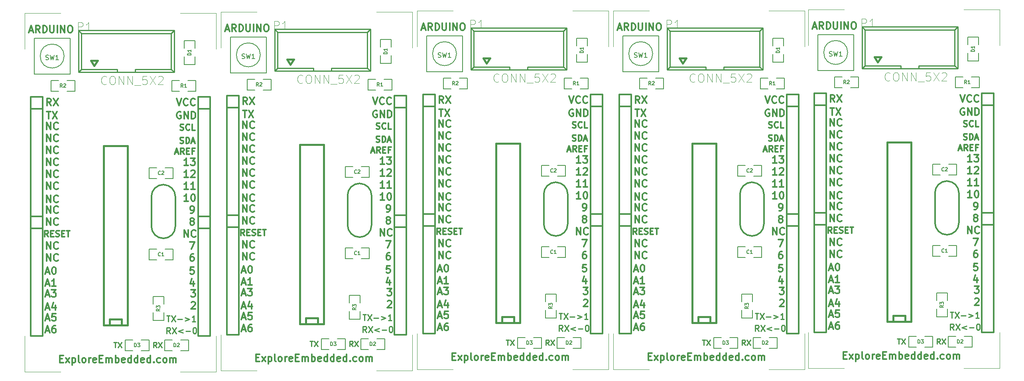
<source format=gto>
G04 (created by PCBNEW (2013-07-07 BZR 4022)-stable) date 5/4/2015 12:54:49 PM*
%MOIN*%
G04 Gerber Fmt 3.4, Leading zero omitted, Abs format*
%FSLAX34Y34*%
G01*
G70*
G90*
G04 APERTURE LIST*
%ADD10C,0.00590551*%
%ADD11C,0.011811*%
%ADD12C,0.01*%
%ADD13C,0.00393701*%
%ADD14C,0.012*%
%ADD15C,0.005*%
%ADD16C,0.0125*%
%ADD17C,0.015*%
%ADD18C,0.016*%
%ADD19C,0.008*%
%ADD20C,0.0035*%
G04 APERTURE END LIST*
G54D10*
G54D11*
X29735Y-43639D02*
X29735Y-43048D01*
X30073Y-43639D01*
X30073Y-43048D01*
X30692Y-43582D02*
X30664Y-43610D01*
X30579Y-43639D01*
X30523Y-43639D01*
X30439Y-43610D01*
X30382Y-43554D01*
X30354Y-43498D01*
X30326Y-43385D01*
X30326Y-43301D01*
X30354Y-43189D01*
X30382Y-43132D01*
X30439Y-43076D01*
X30523Y-43048D01*
X30579Y-43048D01*
X30664Y-43076D01*
X30692Y-43104D01*
X29735Y-42639D02*
X29735Y-42048D01*
X30073Y-42639D01*
X30073Y-42048D01*
X30692Y-42582D02*
X30664Y-42610D01*
X30579Y-42639D01*
X30523Y-42639D01*
X30439Y-42610D01*
X30382Y-42554D01*
X30354Y-42498D01*
X30326Y-42385D01*
X30326Y-42301D01*
X30354Y-42189D01*
X30382Y-42132D01*
X30439Y-42076D01*
X30523Y-42048D01*
X30579Y-42048D01*
X30664Y-42076D01*
X30692Y-42104D01*
X29735Y-40639D02*
X29735Y-40048D01*
X30073Y-40639D01*
X30073Y-40048D01*
X30692Y-40582D02*
X30664Y-40610D01*
X30579Y-40639D01*
X30523Y-40639D01*
X30439Y-40610D01*
X30382Y-40554D01*
X30354Y-40498D01*
X30326Y-40385D01*
X30326Y-40301D01*
X30354Y-40189D01*
X30382Y-40132D01*
X30439Y-40076D01*
X30523Y-40048D01*
X30579Y-40048D01*
X30664Y-40076D01*
X30692Y-40104D01*
X29735Y-39639D02*
X29735Y-39048D01*
X30073Y-39639D01*
X30073Y-39048D01*
X30692Y-39582D02*
X30664Y-39610D01*
X30579Y-39639D01*
X30523Y-39639D01*
X30439Y-39610D01*
X30382Y-39554D01*
X30354Y-39498D01*
X30326Y-39385D01*
X30326Y-39301D01*
X30354Y-39189D01*
X30382Y-39132D01*
X30439Y-39076D01*
X30523Y-39048D01*
X30579Y-39048D01*
X30664Y-39076D01*
X30692Y-39104D01*
X29735Y-38739D02*
X29735Y-38148D01*
X30073Y-38739D01*
X30073Y-38148D01*
X30692Y-38682D02*
X30664Y-38710D01*
X30579Y-38739D01*
X30523Y-38739D01*
X30439Y-38710D01*
X30382Y-38654D01*
X30354Y-38598D01*
X30326Y-38485D01*
X30326Y-38401D01*
X30354Y-38289D01*
X30382Y-38232D01*
X30439Y-38176D01*
X30523Y-38148D01*
X30579Y-38148D01*
X30664Y-38176D01*
X30692Y-38204D01*
X29735Y-37639D02*
X29735Y-37048D01*
X30073Y-37639D01*
X30073Y-37048D01*
X30692Y-37582D02*
X30664Y-37610D01*
X30579Y-37639D01*
X30523Y-37639D01*
X30439Y-37610D01*
X30382Y-37554D01*
X30354Y-37498D01*
X30326Y-37385D01*
X30326Y-37301D01*
X30354Y-37189D01*
X30382Y-37132D01*
X30439Y-37076D01*
X30523Y-37048D01*
X30579Y-37048D01*
X30664Y-37076D01*
X30692Y-37104D01*
X29735Y-36639D02*
X29735Y-36048D01*
X30073Y-36639D01*
X30073Y-36048D01*
X30692Y-36582D02*
X30664Y-36610D01*
X30579Y-36639D01*
X30523Y-36639D01*
X30439Y-36610D01*
X30382Y-36554D01*
X30354Y-36498D01*
X30326Y-36385D01*
X30326Y-36301D01*
X30354Y-36189D01*
X30382Y-36132D01*
X30439Y-36076D01*
X30523Y-36048D01*
X30579Y-36048D01*
X30664Y-36076D01*
X30692Y-36104D01*
X29735Y-35639D02*
X29735Y-35048D01*
X30073Y-35639D01*
X30073Y-35048D01*
X30692Y-35582D02*
X30664Y-35610D01*
X30579Y-35639D01*
X30523Y-35639D01*
X30439Y-35610D01*
X30382Y-35554D01*
X30354Y-35498D01*
X30326Y-35385D01*
X30326Y-35301D01*
X30354Y-35189D01*
X30382Y-35132D01*
X30439Y-35076D01*
X30523Y-35048D01*
X30579Y-35048D01*
X30664Y-35076D01*
X30692Y-35104D01*
X29735Y-34639D02*
X29735Y-34048D01*
X30073Y-34639D01*
X30073Y-34048D01*
X30692Y-34582D02*
X30664Y-34610D01*
X30579Y-34639D01*
X30523Y-34639D01*
X30439Y-34610D01*
X30382Y-34554D01*
X30354Y-34498D01*
X30326Y-34385D01*
X30326Y-34301D01*
X30354Y-34189D01*
X30382Y-34132D01*
X30439Y-34076D01*
X30523Y-34048D01*
X30579Y-34048D01*
X30664Y-34076D01*
X30692Y-34104D01*
X29735Y-33639D02*
X29735Y-33048D01*
X30073Y-33639D01*
X30073Y-33048D01*
X30692Y-33582D02*
X30664Y-33610D01*
X30579Y-33639D01*
X30523Y-33639D01*
X30439Y-33610D01*
X30382Y-33554D01*
X30354Y-33498D01*
X30326Y-33385D01*
X30326Y-33301D01*
X30354Y-33189D01*
X30382Y-33132D01*
X30439Y-33076D01*
X30523Y-33048D01*
X30579Y-33048D01*
X30664Y-33076D01*
X30692Y-33104D01*
X29735Y-32639D02*
X29735Y-32048D01*
X30073Y-32639D01*
X30073Y-32048D01*
X30692Y-32582D02*
X30664Y-32610D01*
X30579Y-32639D01*
X30523Y-32639D01*
X30439Y-32610D01*
X30382Y-32554D01*
X30354Y-32498D01*
X30326Y-32385D01*
X30326Y-32301D01*
X30354Y-32189D01*
X30382Y-32132D01*
X30439Y-32076D01*
X30523Y-32048D01*
X30579Y-32048D01*
X30664Y-32076D01*
X30692Y-32104D01*
X41235Y-41639D02*
X41235Y-41048D01*
X41573Y-41639D01*
X41573Y-41048D01*
X42192Y-41582D02*
X42164Y-41610D01*
X42079Y-41639D01*
X42023Y-41639D01*
X41939Y-41610D01*
X41882Y-41554D01*
X41854Y-41498D01*
X41826Y-41385D01*
X41826Y-41301D01*
X41854Y-41189D01*
X41882Y-41132D01*
X41939Y-41076D01*
X42023Y-41048D01*
X42079Y-41048D01*
X42164Y-41076D01*
X42192Y-41104D01*
X29750Y-31148D02*
X30087Y-31148D01*
X29918Y-31739D02*
X29918Y-31148D01*
X30228Y-31148D02*
X30621Y-31739D01*
X30621Y-31148D02*
X30228Y-31739D01*
X30101Y-30639D02*
X29904Y-30357D01*
X29764Y-30639D02*
X29764Y-30048D01*
X29989Y-30048D01*
X30045Y-30076D01*
X30073Y-30104D01*
X30101Y-30160D01*
X30101Y-30245D01*
X30073Y-30301D01*
X30045Y-30329D01*
X29989Y-30357D01*
X29764Y-30357D01*
X30298Y-30048D02*
X30692Y-30639D01*
X30692Y-30048D02*
X30298Y-30639D01*
X29873Y-41602D02*
X29707Y-41364D01*
X29588Y-41602D02*
X29588Y-41102D01*
X29778Y-41102D01*
X29826Y-41126D01*
X29850Y-41150D01*
X29873Y-41197D01*
X29873Y-41269D01*
X29850Y-41316D01*
X29826Y-41340D01*
X29778Y-41364D01*
X29588Y-41364D01*
X30088Y-41340D02*
X30254Y-41340D01*
X30326Y-41602D02*
X30088Y-41602D01*
X30088Y-41102D01*
X30326Y-41102D01*
X30516Y-41578D02*
X30588Y-41602D01*
X30707Y-41602D01*
X30754Y-41578D01*
X30778Y-41554D01*
X30802Y-41507D01*
X30802Y-41459D01*
X30778Y-41411D01*
X30754Y-41388D01*
X30707Y-41364D01*
X30611Y-41340D01*
X30564Y-41316D01*
X30540Y-41292D01*
X30516Y-41245D01*
X30516Y-41197D01*
X30540Y-41150D01*
X30564Y-41126D01*
X30611Y-41102D01*
X30730Y-41102D01*
X30802Y-41126D01*
X31016Y-41340D02*
X31183Y-41340D01*
X31254Y-41602D02*
X31016Y-41602D01*
X31016Y-41102D01*
X31254Y-41102D01*
X31397Y-41102D02*
X31683Y-41102D01*
X31540Y-41602D02*
X31540Y-41102D01*
X29678Y-49470D02*
X29959Y-49470D01*
X29621Y-49639D02*
X29818Y-49048D01*
X30015Y-49639D01*
X30465Y-49048D02*
X30353Y-49048D01*
X30296Y-49076D01*
X30268Y-49104D01*
X30212Y-49189D01*
X30184Y-49301D01*
X30184Y-49526D01*
X30212Y-49582D01*
X30240Y-49610D01*
X30296Y-49639D01*
X30409Y-49639D01*
X30465Y-49610D01*
X30493Y-49582D01*
X30521Y-49526D01*
X30521Y-49385D01*
X30493Y-49329D01*
X30465Y-49301D01*
X30409Y-49273D01*
X30296Y-49273D01*
X30240Y-49301D01*
X30212Y-49329D01*
X30184Y-49385D01*
X29678Y-48470D02*
X29959Y-48470D01*
X29621Y-48639D02*
X29818Y-48048D01*
X30015Y-48639D01*
X30493Y-48048D02*
X30212Y-48048D01*
X30184Y-48329D01*
X30212Y-48301D01*
X30268Y-48273D01*
X30409Y-48273D01*
X30465Y-48301D01*
X30493Y-48329D01*
X30521Y-48385D01*
X30521Y-48526D01*
X30493Y-48582D01*
X30465Y-48610D01*
X30409Y-48639D01*
X30268Y-48639D01*
X30212Y-48610D01*
X30184Y-48582D01*
X29678Y-47570D02*
X29959Y-47570D01*
X29621Y-47739D02*
X29818Y-47148D01*
X30015Y-47739D01*
X30465Y-47345D02*
X30465Y-47739D01*
X30324Y-47120D02*
X30184Y-47542D01*
X30549Y-47542D01*
X29678Y-46470D02*
X29959Y-46470D01*
X29621Y-46639D02*
X29818Y-46048D01*
X30015Y-46639D01*
X30156Y-46048D02*
X30521Y-46048D01*
X30324Y-46273D01*
X30409Y-46273D01*
X30465Y-46301D01*
X30493Y-46329D01*
X30521Y-46385D01*
X30521Y-46526D01*
X30493Y-46582D01*
X30465Y-46610D01*
X30409Y-46639D01*
X30240Y-46639D01*
X30184Y-46610D01*
X30156Y-46582D01*
X29678Y-45570D02*
X29959Y-45570D01*
X29621Y-45739D02*
X29818Y-45148D01*
X30015Y-45739D01*
X30521Y-45739D02*
X30184Y-45739D01*
X30353Y-45739D02*
X30353Y-45148D01*
X30296Y-45232D01*
X30240Y-45289D01*
X30184Y-45317D01*
X29678Y-44570D02*
X29959Y-44570D01*
X29621Y-44739D02*
X29818Y-44148D01*
X30015Y-44739D01*
X30324Y-44148D02*
X30381Y-44148D01*
X30437Y-44176D01*
X30465Y-44204D01*
X30493Y-44260D01*
X30521Y-44373D01*
X30521Y-44514D01*
X30493Y-44626D01*
X30465Y-44682D01*
X30437Y-44710D01*
X30381Y-44739D01*
X30324Y-44739D01*
X30268Y-44710D01*
X30240Y-44682D01*
X30212Y-44626D01*
X30184Y-44514D01*
X30184Y-44373D01*
X30212Y-44260D01*
X30240Y-44204D01*
X30268Y-44176D01*
X30324Y-44148D01*
X40612Y-30048D02*
X40809Y-30639D01*
X41006Y-30048D01*
X41540Y-30582D02*
X41512Y-30610D01*
X41428Y-30639D01*
X41371Y-30639D01*
X41287Y-30610D01*
X41231Y-30554D01*
X41203Y-30498D01*
X41175Y-30385D01*
X41175Y-30301D01*
X41203Y-30189D01*
X41231Y-30132D01*
X41287Y-30076D01*
X41371Y-30048D01*
X41428Y-30048D01*
X41512Y-30076D01*
X41540Y-30104D01*
X42131Y-30582D02*
X42103Y-30610D01*
X42018Y-30639D01*
X41962Y-30639D01*
X41878Y-30610D01*
X41821Y-30554D01*
X41793Y-30498D01*
X41765Y-30385D01*
X41765Y-30301D01*
X41793Y-30189D01*
X41821Y-30132D01*
X41878Y-30076D01*
X41962Y-30048D01*
X42018Y-30048D01*
X42103Y-30076D01*
X42131Y-30104D01*
X40950Y-31176D02*
X40893Y-31148D01*
X40809Y-31148D01*
X40725Y-31176D01*
X40668Y-31232D01*
X40640Y-31289D01*
X40612Y-31401D01*
X40612Y-31485D01*
X40640Y-31598D01*
X40668Y-31654D01*
X40725Y-31710D01*
X40809Y-31739D01*
X40865Y-31739D01*
X40950Y-31710D01*
X40978Y-31682D01*
X40978Y-31485D01*
X40865Y-31485D01*
X41231Y-31739D02*
X41231Y-31148D01*
X41568Y-31739D01*
X41568Y-31148D01*
X41849Y-31739D02*
X41849Y-31148D01*
X41990Y-31148D01*
X42074Y-31176D01*
X42131Y-31232D01*
X42159Y-31289D01*
X42187Y-31401D01*
X42187Y-31485D01*
X42159Y-31598D01*
X42131Y-31654D01*
X42074Y-31710D01*
X41990Y-31739D01*
X41849Y-31739D01*
X40904Y-32678D02*
X40976Y-32702D01*
X41095Y-32702D01*
X41142Y-32678D01*
X41166Y-32654D01*
X41190Y-32607D01*
X41190Y-32559D01*
X41166Y-32511D01*
X41142Y-32488D01*
X41095Y-32464D01*
X41000Y-32440D01*
X40952Y-32416D01*
X40928Y-32392D01*
X40904Y-32345D01*
X40904Y-32297D01*
X40928Y-32250D01*
X40952Y-32226D01*
X41000Y-32202D01*
X41119Y-32202D01*
X41190Y-32226D01*
X41690Y-32654D02*
X41666Y-32678D01*
X41595Y-32702D01*
X41547Y-32702D01*
X41476Y-32678D01*
X41428Y-32630D01*
X41404Y-32583D01*
X41380Y-32488D01*
X41380Y-32416D01*
X41404Y-32321D01*
X41428Y-32273D01*
X41476Y-32226D01*
X41547Y-32202D01*
X41595Y-32202D01*
X41666Y-32226D01*
X41690Y-32250D01*
X42142Y-32702D02*
X41904Y-32702D01*
X41904Y-32202D01*
X40892Y-33778D02*
X40964Y-33802D01*
X41083Y-33802D01*
X41130Y-33778D01*
X41154Y-33754D01*
X41178Y-33707D01*
X41178Y-33659D01*
X41154Y-33611D01*
X41130Y-33588D01*
X41083Y-33564D01*
X40988Y-33540D01*
X40940Y-33516D01*
X40916Y-33492D01*
X40892Y-33445D01*
X40892Y-33397D01*
X40916Y-33350D01*
X40940Y-33326D01*
X40988Y-33302D01*
X41107Y-33302D01*
X41178Y-33326D01*
X41392Y-33802D02*
X41392Y-33302D01*
X41511Y-33302D01*
X41583Y-33326D01*
X41630Y-33373D01*
X41654Y-33421D01*
X41678Y-33516D01*
X41678Y-33588D01*
X41654Y-33683D01*
X41630Y-33730D01*
X41583Y-33778D01*
X41511Y-33802D01*
X41392Y-33802D01*
X41869Y-33659D02*
X42107Y-33659D01*
X41821Y-33802D02*
X41988Y-33302D01*
X42154Y-33802D01*
X40490Y-34559D02*
X40728Y-34559D01*
X40442Y-34702D02*
X40609Y-34202D01*
X40776Y-34702D01*
X41228Y-34702D02*
X41061Y-34464D01*
X40942Y-34702D02*
X40942Y-34202D01*
X41133Y-34202D01*
X41180Y-34226D01*
X41204Y-34250D01*
X41228Y-34297D01*
X41228Y-34369D01*
X41204Y-34416D01*
X41180Y-34440D01*
X41133Y-34464D01*
X40942Y-34464D01*
X41442Y-34440D02*
X41609Y-34440D01*
X41680Y-34702D02*
X41442Y-34702D01*
X41442Y-34202D01*
X41680Y-34202D01*
X42061Y-34440D02*
X41895Y-34440D01*
X41895Y-34702D02*
X41895Y-34202D01*
X42133Y-34202D01*
X41587Y-35639D02*
X41250Y-35639D01*
X41418Y-35639D02*
X41418Y-35048D01*
X41362Y-35132D01*
X41306Y-35189D01*
X41250Y-35217D01*
X41784Y-35048D02*
X42149Y-35048D01*
X41953Y-35273D01*
X42037Y-35273D01*
X42093Y-35301D01*
X42121Y-35329D01*
X42149Y-35385D01*
X42149Y-35526D01*
X42121Y-35582D01*
X42093Y-35610D01*
X42037Y-35639D01*
X41868Y-35639D01*
X41812Y-35610D01*
X41784Y-35582D01*
X41587Y-36639D02*
X41250Y-36639D01*
X41418Y-36639D02*
X41418Y-36048D01*
X41362Y-36132D01*
X41306Y-36189D01*
X41250Y-36217D01*
X41812Y-36104D02*
X41840Y-36076D01*
X41896Y-36048D01*
X42037Y-36048D01*
X42093Y-36076D01*
X42121Y-36104D01*
X42149Y-36160D01*
X42149Y-36217D01*
X42121Y-36301D01*
X41784Y-36639D01*
X42149Y-36639D01*
X41587Y-37639D02*
X41250Y-37639D01*
X41418Y-37639D02*
X41418Y-37048D01*
X41362Y-37132D01*
X41306Y-37189D01*
X41250Y-37217D01*
X42149Y-37639D02*
X41812Y-37639D01*
X41981Y-37639D02*
X41981Y-37048D01*
X41924Y-37132D01*
X41868Y-37189D01*
X41812Y-37217D01*
X41587Y-38639D02*
X41250Y-38639D01*
X41418Y-38639D02*
X41418Y-38048D01*
X41362Y-38132D01*
X41306Y-38189D01*
X41250Y-38217D01*
X41953Y-38048D02*
X42009Y-38048D01*
X42065Y-38076D01*
X42093Y-38104D01*
X42121Y-38160D01*
X42149Y-38273D01*
X42149Y-38414D01*
X42121Y-38526D01*
X42093Y-38582D01*
X42065Y-38610D01*
X42009Y-38639D01*
X41953Y-38639D01*
X41896Y-38610D01*
X41868Y-38582D01*
X41840Y-38526D01*
X41812Y-38414D01*
X41812Y-38273D01*
X41840Y-38160D01*
X41868Y-38104D01*
X41896Y-38076D01*
X41953Y-38048D01*
X41787Y-39639D02*
X41900Y-39639D01*
X41956Y-39610D01*
X41984Y-39582D01*
X42040Y-39498D01*
X42068Y-39385D01*
X42068Y-39160D01*
X42040Y-39104D01*
X42012Y-39076D01*
X41956Y-39048D01*
X41843Y-39048D01*
X41787Y-39076D01*
X41759Y-39104D01*
X41731Y-39160D01*
X41731Y-39301D01*
X41759Y-39357D01*
X41787Y-39385D01*
X41843Y-39414D01*
X41956Y-39414D01*
X42012Y-39385D01*
X42040Y-39357D01*
X42068Y-39301D01*
X41843Y-40301D02*
X41787Y-40273D01*
X41759Y-40245D01*
X41731Y-40189D01*
X41731Y-40160D01*
X41759Y-40104D01*
X41787Y-40076D01*
X41843Y-40048D01*
X41956Y-40048D01*
X42012Y-40076D01*
X42040Y-40104D01*
X42068Y-40160D01*
X42068Y-40189D01*
X42040Y-40245D01*
X42012Y-40273D01*
X41956Y-40301D01*
X41843Y-40301D01*
X41787Y-40329D01*
X41759Y-40357D01*
X41731Y-40414D01*
X41731Y-40526D01*
X41759Y-40582D01*
X41787Y-40610D01*
X41843Y-40639D01*
X41956Y-40639D01*
X42012Y-40610D01*
X42040Y-40582D01*
X42068Y-40526D01*
X42068Y-40414D01*
X42040Y-40357D01*
X42012Y-40329D01*
X41956Y-40301D01*
X41703Y-42048D02*
X42096Y-42048D01*
X41843Y-42639D01*
X42012Y-43048D02*
X41900Y-43048D01*
X41843Y-43076D01*
X41815Y-43104D01*
X41759Y-43189D01*
X41731Y-43301D01*
X41731Y-43526D01*
X41759Y-43582D01*
X41787Y-43610D01*
X41843Y-43639D01*
X41956Y-43639D01*
X42012Y-43610D01*
X42040Y-43582D01*
X42068Y-43526D01*
X42068Y-43385D01*
X42040Y-43329D01*
X42012Y-43301D01*
X41956Y-43273D01*
X41843Y-43273D01*
X41787Y-43301D01*
X41759Y-43329D01*
X41731Y-43385D01*
X42040Y-44148D02*
X41759Y-44148D01*
X41731Y-44429D01*
X41759Y-44401D01*
X41815Y-44373D01*
X41956Y-44373D01*
X42012Y-44401D01*
X42040Y-44429D01*
X42068Y-44485D01*
X42068Y-44626D01*
X42040Y-44682D01*
X42012Y-44710D01*
X41956Y-44739D01*
X41815Y-44739D01*
X41759Y-44710D01*
X41731Y-44682D01*
X42012Y-45345D02*
X42012Y-45739D01*
X41871Y-45120D02*
X41731Y-45542D01*
X42096Y-45542D01*
X41803Y-46048D02*
X42168Y-46048D01*
X41971Y-46273D01*
X42056Y-46273D01*
X42112Y-46301D01*
X42140Y-46329D01*
X42168Y-46385D01*
X42168Y-46526D01*
X42140Y-46582D01*
X42112Y-46610D01*
X42056Y-46639D01*
X41887Y-46639D01*
X41831Y-46610D01*
X41803Y-46582D01*
X41831Y-47104D02*
X41859Y-47076D01*
X41915Y-47048D01*
X42056Y-47048D01*
X42112Y-47076D01*
X42140Y-47104D01*
X42168Y-47160D01*
X42168Y-47217D01*
X42140Y-47301D01*
X41803Y-47639D01*
X42168Y-47639D01*
G54D12*
X39761Y-48202D02*
X40047Y-48202D01*
X39904Y-48702D02*
X39904Y-48202D01*
X40166Y-48202D02*
X40500Y-48702D01*
X40500Y-48202D02*
X40166Y-48702D01*
X40690Y-48511D02*
X41071Y-48511D01*
X41309Y-48369D02*
X41690Y-48511D01*
X41309Y-48654D01*
X42190Y-48702D02*
X41904Y-48702D01*
X42047Y-48702D02*
X42047Y-48202D01*
X42000Y-48273D01*
X41952Y-48321D01*
X41904Y-48345D01*
X40059Y-49702D02*
X39892Y-49464D01*
X39773Y-49702D02*
X39773Y-49202D01*
X39964Y-49202D01*
X40011Y-49226D01*
X40035Y-49250D01*
X40059Y-49297D01*
X40059Y-49369D01*
X40035Y-49416D01*
X40011Y-49440D01*
X39964Y-49464D01*
X39773Y-49464D01*
X40226Y-49202D02*
X40559Y-49702D01*
X40559Y-49202D02*
X40226Y-49702D01*
X41130Y-49369D02*
X40750Y-49511D01*
X41130Y-49654D01*
X41369Y-49511D02*
X41750Y-49511D01*
X42083Y-49202D02*
X42130Y-49202D01*
X42178Y-49226D01*
X42202Y-49250D01*
X42226Y-49297D01*
X42250Y-49392D01*
X42250Y-49511D01*
X42226Y-49607D01*
X42202Y-49654D01*
X42178Y-49678D01*
X42130Y-49702D01*
X42083Y-49702D01*
X42035Y-49678D01*
X42011Y-49654D01*
X41988Y-49607D01*
X41964Y-49511D01*
X41964Y-49392D01*
X41988Y-49297D01*
X42011Y-49250D01*
X42035Y-49226D01*
X42083Y-49202D01*
G54D11*
X30842Y-51828D02*
X31042Y-51828D01*
X31128Y-52142D02*
X30842Y-52142D01*
X30842Y-51542D01*
X31128Y-51542D01*
X31328Y-52142D02*
X31642Y-51742D01*
X31328Y-51742D02*
X31642Y-52142D01*
X31871Y-51742D02*
X31871Y-52342D01*
X31871Y-51771D02*
X31928Y-51742D01*
X32042Y-51742D01*
X32100Y-51771D01*
X32128Y-51800D01*
X32157Y-51857D01*
X32157Y-52028D01*
X32128Y-52085D01*
X32100Y-52114D01*
X32042Y-52142D01*
X31928Y-52142D01*
X31871Y-52114D01*
X32499Y-52142D02*
X32442Y-52114D01*
X32414Y-52057D01*
X32414Y-51542D01*
X32814Y-52142D02*
X32757Y-52114D01*
X32728Y-52085D01*
X32700Y-52028D01*
X32700Y-51857D01*
X32728Y-51800D01*
X32757Y-51771D01*
X32814Y-51742D01*
X32900Y-51742D01*
X32957Y-51771D01*
X32985Y-51800D01*
X33014Y-51857D01*
X33014Y-52028D01*
X32985Y-52085D01*
X32957Y-52114D01*
X32900Y-52142D01*
X32814Y-52142D01*
X33271Y-52142D02*
X33271Y-51742D01*
X33271Y-51857D02*
X33300Y-51800D01*
X33328Y-51771D01*
X33385Y-51742D01*
X33442Y-51742D01*
X33871Y-52114D02*
X33814Y-52142D01*
X33700Y-52142D01*
X33642Y-52114D01*
X33614Y-52057D01*
X33614Y-51828D01*
X33642Y-51771D01*
X33700Y-51742D01*
X33814Y-51742D01*
X33871Y-51771D01*
X33900Y-51828D01*
X33900Y-51885D01*
X33614Y-51942D01*
X34157Y-51828D02*
X34357Y-51828D01*
X34442Y-52142D02*
X34157Y-52142D01*
X34157Y-51542D01*
X34442Y-51542D01*
X34700Y-52142D02*
X34700Y-51742D01*
X34700Y-51800D02*
X34728Y-51771D01*
X34785Y-51742D01*
X34871Y-51742D01*
X34928Y-51771D01*
X34957Y-51828D01*
X34957Y-52142D01*
X34957Y-51828D02*
X34985Y-51771D01*
X35042Y-51742D01*
X35128Y-51742D01*
X35185Y-51771D01*
X35214Y-51828D01*
X35214Y-52142D01*
X35500Y-52142D02*
X35500Y-51542D01*
X35500Y-51771D02*
X35557Y-51742D01*
X35671Y-51742D01*
X35728Y-51771D01*
X35757Y-51800D01*
X35785Y-51857D01*
X35785Y-52028D01*
X35757Y-52085D01*
X35728Y-52114D01*
X35671Y-52142D01*
X35557Y-52142D01*
X35500Y-52114D01*
X36271Y-52114D02*
X36214Y-52142D01*
X36100Y-52142D01*
X36042Y-52114D01*
X36014Y-52057D01*
X36014Y-51828D01*
X36042Y-51771D01*
X36100Y-51742D01*
X36214Y-51742D01*
X36271Y-51771D01*
X36300Y-51828D01*
X36300Y-51885D01*
X36014Y-51942D01*
X36814Y-52142D02*
X36814Y-51542D01*
X36814Y-52114D02*
X36757Y-52142D01*
X36642Y-52142D01*
X36585Y-52114D01*
X36557Y-52085D01*
X36528Y-52028D01*
X36528Y-51857D01*
X36557Y-51800D01*
X36585Y-51771D01*
X36642Y-51742D01*
X36757Y-51742D01*
X36814Y-51771D01*
X37357Y-52142D02*
X37357Y-51542D01*
X37357Y-52114D02*
X37300Y-52142D01*
X37185Y-52142D01*
X37128Y-52114D01*
X37100Y-52085D01*
X37071Y-52028D01*
X37071Y-51857D01*
X37100Y-51800D01*
X37128Y-51771D01*
X37185Y-51742D01*
X37300Y-51742D01*
X37357Y-51771D01*
X37871Y-52114D02*
X37814Y-52142D01*
X37700Y-52142D01*
X37642Y-52114D01*
X37614Y-52057D01*
X37614Y-51828D01*
X37642Y-51771D01*
X37700Y-51742D01*
X37814Y-51742D01*
X37871Y-51771D01*
X37900Y-51828D01*
X37900Y-51885D01*
X37614Y-51942D01*
X38414Y-52142D02*
X38414Y-51542D01*
X38414Y-52114D02*
X38357Y-52142D01*
X38242Y-52142D01*
X38185Y-52114D01*
X38157Y-52085D01*
X38128Y-52028D01*
X38128Y-51857D01*
X38157Y-51800D01*
X38185Y-51771D01*
X38242Y-51742D01*
X38357Y-51742D01*
X38414Y-51771D01*
X38700Y-52085D02*
X38728Y-52114D01*
X38700Y-52142D01*
X38671Y-52114D01*
X38700Y-52085D01*
X38700Y-52142D01*
X39242Y-52114D02*
X39185Y-52142D01*
X39071Y-52142D01*
X39014Y-52114D01*
X38985Y-52085D01*
X38957Y-52028D01*
X38957Y-51857D01*
X38985Y-51800D01*
X39014Y-51771D01*
X39071Y-51742D01*
X39185Y-51742D01*
X39242Y-51771D01*
X39585Y-52142D02*
X39528Y-52114D01*
X39500Y-52085D01*
X39471Y-52028D01*
X39471Y-51857D01*
X39500Y-51800D01*
X39528Y-51771D01*
X39585Y-51742D01*
X39671Y-51742D01*
X39728Y-51771D01*
X39757Y-51800D01*
X39785Y-51857D01*
X39785Y-52028D01*
X39757Y-52085D01*
X39728Y-52114D01*
X39671Y-52142D01*
X39585Y-52142D01*
X40042Y-52142D02*
X40042Y-51742D01*
X40042Y-51800D02*
X40071Y-51771D01*
X40128Y-51742D01*
X40214Y-51742D01*
X40271Y-51771D01*
X40300Y-51828D01*
X40300Y-52142D01*
X40300Y-51828D02*
X40328Y-51771D01*
X40385Y-51742D01*
X40471Y-51742D01*
X40528Y-51771D01*
X40557Y-51828D01*
X40557Y-52142D01*
G54D12*
X38925Y-50882D02*
X38775Y-50667D01*
X38667Y-50882D02*
X38667Y-50432D01*
X38839Y-50432D01*
X38882Y-50453D01*
X38903Y-50475D01*
X38925Y-50517D01*
X38925Y-50582D01*
X38903Y-50625D01*
X38882Y-50646D01*
X38839Y-50667D01*
X38667Y-50667D01*
X39075Y-50432D02*
X39375Y-50882D01*
X39375Y-50432D02*
X39075Y-50882D01*
X35357Y-50432D02*
X35614Y-50432D01*
X35485Y-50882D02*
X35485Y-50432D01*
X35721Y-50432D02*
X36021Y-50882D01*
X36021Y-50432D02*
X35721Y-50882D01*
G54D11*
X28300Y-24370D02*
X28581Y-24370D01*
X28243Y-24539D02*
X28440Y-23948D01*
X28637Y-24539D01*
X29171Y-24539D02*
X28975Y-24257D01*
X28834Y-24539D02*
X28834Y-23948D01*
X29059Y-23948D01*
X29115Y-23976D01*
X29143Y-24004D01*
X29171Y-24060D01*
X29171Y-24145D01*
X29143Y-24201D01*
X29115Y-24229D01*
X29059Y-24257D01*
X28834Y-24257D01*
X29425Y-24539D02*
X29425Y-23948D01*
X29565Y-23948D01*
X29650Y-23976D01*
X29706Y-24032D01*
X29734Y-24089D01*
X29762Y-24201D01*
X29762Y-24285D01*
X29734Y-24398D01*
X29706Y-24454D01*
X29650Y-24510D01*
X29565Y-24539D01*
X29425Y-24539D01*
X30015Y-23948D02*
X30015Y-24426D01*
X30043Y-24482D01*
X30071Y-24510D01*
X30128Y-24539D01*
X30240Y-24539D01*
X30296Y-24510D01*
X30324Y-24482D01*
X30353Y-24426D01*
X30353Y-23948D01*
X30634Y-24539D02*
X30634Y-23948D01*
X30915Y-24539D02*
X30915Y-23948D01*
X31252Y-24539D01*
X31252Y-23948D01*
X31646Y-23948D02*
X31759Y-23948D01*
X31815Y-23976D01*
X31871Y-24032D01*
X31899Y-24145D01*
X31899Y-24342D01*
X31871Y-24454D01*
X31815Y-24510D01*
X31759Y-24539D01*
X31646Y-24539D01*
X31590Y-24510D01*
X31534Y-24454D01*
X31506Y-24342D01*
X31506Y-24145D01*
X31534Y-24032D01*
X31590Y-23976D01*
X31646Y-23948D01*
G54D13*
X27900Y-22900D02*
X27900Y-25900D01*
X27900Y-22900D02*
X30900Y-22900D01*
X43900Y-22900D02*
X40900Y-22900D01*
X43900Y-22900D02*
X43900Y-25900D01*
X27900Y-52900D02*
X30900Y-52900D01*
X27900Y-52900D02*
X27900Y-49900D01*
X43900Y-52900D02*
X43900Y-49900D01*
X43900Y-52900D02*
X40900Y-52900D01*
G54D11*
X46135Y-43539D02*
X46135Y-42948D01*
X46473Y-43539D01*
X46473Y-42948D01*
X47092Y-43482D02*
X47064Y-43510D01*
X46979Y-43539D01*
X46923Y-43539D01*
X46839Y-43510D01*
X46782Y-43454D01*
X46754Y-43398D01*
X46726Y-43285D01*
X46726Y-43201D01*
X46754Y-43089D01*
X46782Y-43032D01*
X46839Y-42976D01*
X46923Y-42948D01*
X46979Y-42948D01*
X47064Y-42976D01*
X47092Y-43004D01*
X46135Y-42539D02*
X46135Y-41948D01*
X46473Y-42539D01*
X46473Y-41948D01*
X47092Y-42482D02*
X47064Y-42510D01*
X46979Y-42539D01*
X46923Y-42539D01*
X46839Y-42510D01*
X46782Y-42454D01*
X46754Y-42398D01*
X46726Y-42285D01*
X46726Y-42201D01*
X46754Y-42089D01*
X46782Y-42032D01*
X46839Y-41976D01*
X46923Y-41948D01*
X46979Y-41948D01*
X47064Y-41976D01*
X47092Y-42004D01*
X46135Y-40539D02*
X46135Y-39948D01*
X46473Y-40539D01*
X46473Y-39948D01*
X47092Y-40482D02*
X47064Y-40510D01*
X46979Y-40539D01*
X46923Y-40539D01*
X46839Y-40510D01*
X46782Y-40454D01*
X46754Y-40398D01*
X46726Y-40285D01*
X46726Y-40201D01*
X46754Y-40089D01*
X46782Y-40032D01*
X46839Y-39976D01*
X46923Y-39948D01*
X46979Y-39948D01*
X47064Y-39976D01*
X47092Y-40004D01*
X46135Y-39539D02*
X46135Y-38948D01*
X46473Y-39539D01*
X46473Y-38948D01*
X47092Y-39482D02*
X47064Y-39510D01*
X46979Y-39539D01*
X46923Y-39539D01*
X46839Y-39510D01*
X46782Y-39454D01*
X46754Y-39398D01*
X46726Y-39285D01*
X46726Y-39201D01*
X46754Y-39089D01*
X46782Y-39032D01*
X46839Y-38976D01*
X46923Y-38948D01*
X46979Y-38948D01*
X47064Y-38976D01*
X47092Y-39004D01*
X46135Y-38639D02*
X46135Y-38048D01*
X46473Y-38639D01*
X46473Y-38048D01*
X47092Y-38582D02*
X47064Y-38610D01*
X46979Y-38639D01*
X46923Y-38639D01*
X46839Y-38610D01*
X46782Y-38554D01*
X46754Y-38498D01*
X46726Y-38385D01*
X46726Y-38301D01*
X46754Y-38189D01*
X46782Y-38132D01*
X46839Y-38076D01*
X46923Y-38048D01*
X46979Y-38048D01*
X47064Y-38076D01*
X47092Y-38104D01*
X46135Y-37539D02*
X46135Y-36948D01*
X46473Y-37539D01*
X46473Y-36948D01*
X47092Y-37482D02*
X47064Y-37510D01*
X46979Y-37539D01*
X46923Y-37539D01*
X46839Y-37510D01*
X46782Y-37454D01*
X46754Y-37398D01*
X46726Y-37285D01*
X46726Y-37201D01*
X46754Y-37089D01*
X46782Y-37032D01*
X46839Y-36976D01*
X46923Y-36948D01*
X46979Y-36948D01*
X47064Y-36976D01*
X47092Y-37004D01*
X46135Y-36539D02*
X46135Y-35948D01*
X46473Y-36539D01*
X46473Y-35948D01*
X47092Y-36482D02*
X47064Y-36510D01*
X46979Y-36539D01*
X46923Y-36539D01*
X46839Y-36510D01*
X46782Y-36454D01*
X46754Y-36398D01*
X46726Y-36285D01*
X46726Y-36201D01*
X46754Y-36089D01*
X46782Y-36032D01*
X46839Y-35976D01*
X46923Y-35948D01*
X46979Y-35948D01*
X47064Y-35976D01*
X47092Y-36004D01*
X46135Y-35539D02*
X46135Y-34948D01*
X46473Y-35539D01*
X46473Y-34948D01*
X47092Y-35482D02*
X47064Y-35510D01*
X46979Y-35539D01*
X46923Y-35539D01*
X46839Y-35510D01*
X46782Y-35454D01*
X46754Y-35398D01*
X46726Y-35285D01*
X46726Y-35201D01*
X46754Y-35089D01*
X46782Y-35032D01*
X46839Y-34976D01*
X46923Y-34948D01*
X46979Y-34948D01*
X47064Y-34976D01*
X47092Y-35004D01*
X46135Y-34539D02*
X46135Y-33948D01*
X46473Y-34539D01*
X46473Y-33948D01*
X47092Y-34482D02*
X47064Y-34510D01*
X46979Y-34539D01*
X46923Y-34539D01*
X46839Y-34510D01*
X46782Y-34454D01*
X46754Y-34398D01*
X46726Y-34285D01*
X46726Y-34201D01*
X46754Y-34089D01*
X46782Y-34032D01*
X46839Y-33976D01*
X46923Y-33948D01*
X46979Y-33948D01*
X47064Y-33976D01*
X47092Y-34004D01*
X46135Y-33539D02*
X46135Y-32948D01*
X46473Y-33539D01*
X46473Y-32948D01*
X47092Y-33482D02*
X47064Y-33510D01*
X46979Y-33539D01*
X46923Y-33539D01*
X46839Y-33510D01*
X46782Y-33454D01*
X46754Y-33398D01*
X46726Y-33285D01*
X46726Y-33201D01*
X46754Y-33089D01*
X46782Y-33032D01*
X46839Y-32976D01*
X46923Y-32948D01*
X46979Y-32948D01*
X47064Y-32976D01*
X47092Y-33004D01*
X46135Y-32539D02*
X46135Y-31948D01*
X46473Y-32539D01*
X46473Y-31948D01*
X47092Y-32482D02*
X47064Y-32510D01*
X46979Y-32539D01*
X46923Y-32539D01*
X46839Y-32510D01*
X46782Y-32454D01*
X46754Y-32398D01*
X46726Y-32285D01*
X46726Y-32201D01*
X46754Y-32089D01*
X46782Y-32032D01*
X46839Y-31976D01*
X46923Y-31948D01*
X46979Y-31948D01*
X47064Y-31976D01*
X47092Y-32004D01*
X57635Y-41539D02*
X57635Y-40948D01*
X57973Y-41539D01*
X57973Y-40948D01*
X58592Y-41482D02*
X58564Y-41510D01*
X58479Y-41539D01*
X58423Y-41539D01*
X58339Y-41510D01*
X58282Y-41454D01*
X58254Y-41398D01*
X58226Y-41285D01*
X58226Y-41201D01*
X58254Y-41089D01*
X58282Y-41032D01*
X58339Y-40976D01*
X58423Y-40948D01*
X58479Y-40948D01*
X58564Y-40976D01*
X58592Y-41004D01*
X46150Y-31048D02*
X46487Y-31048D01*
X46318Y-31639D02*
X46318Y-31048D01*
X46628Y-31048D02*
X47021Y-31639D01*
X47021Y-31048D02*
X46628Y-31639D01*
X46501Y-30539D02*
X46304Y-30257D01*
X46164Y-30539D02*
X46164Y-29948D01*
X46389Y-29948D01*
X46445Y-29976D01*
X46473Y-30004D01*
X46501Y-30060D01*
X46501Y-30145D01*
X46473Y-30201D01*
X46445Y-30229D01*
X46389Y-30257D01*
X46164Y-30257D01*
X46698Y-29948D02*
X47092Y-30539D01*
X47092Y-29948D02*
X46698Y-30539D01*
X46273Y-41502D02*
X46107Y-41264D01*
X45988Y-41502D02*
X45988Y-41002D01*
X46178Y-41002D01*
X46226Y-41026D01*
X46250Y-41050D01*
X46273Y-41097D01*
X46273Y-41169D01*
X46250Y-41216D01*
X46226Y-41240D01*
X46178Y-41264D01*
X45988Y-41264D01*
X46488Y-41240D02*
X46654Y-41240D01*
X46726Y-41502D02*
X46488Y-41502D01*
X46488Y-41002D01*
X46726Y-41002D01*
X46916Y-41478D02*
X46988Y-41502D01*
X47107Y-41502D01*
X47154Y-41478D01*
X47178Y-41454D01*
X47202Y-41407D01*
X47202Y-41359D01*
X47178Y-41311D01*
X47154Y-41288D01*
X47107Y-41264D01*
X47011Y-41240D01*
X46964Y-41216D01*
X46940Y-41192D01*
X46916Y-41145D01*
X46916Y-41097D01*
X46940Y-41050D01*
X46964Y-41026D01*
X47011Y-41002D01*
X47130Y-41002D01*
X47202Y-41026D01*
X47416Y-41240D02*
X47583Y-41240D01*
X47654Y-41502D02*
X47416Y-41502D01*
X47416Y-41002D01*
X47654Y-41002D01*
X47797Y-41002D02*
X48083Y-41002D01*
X47940Y-41502D02*
X47940Y-41002D01*
X46078Y-49370D02*
X46359Y-49370D01*
X46021Y-49539D02*
X46218Y-48948D01*
X46415Y-49539D01*
X46865Y-48948D02*
X46753Y-48948D01*
X46696Y-48976D01*
X46668Y-49004D01*
X46612Y-49089D01*
X46584Y-49201D01*
X46584Y-49426D01*
X46612Y-49482D01*
X46640Y-49510D01*
X46696Y-49539D01*
X46809Y-49539D01*
X46865Y-49510D01*
X46893Y-49482D01*
X46921Y-49426D01*
X46921Y-49285D01*
X46893Y-49229D01*
X46865Y-49201D01*
X46809Y-49173D01*
X46696Y-49173D01*
X46640Y-49201D01*
X46612Y-49229D01*
X46584Y-49285D01*
X46078Y-48370D02*
X46359Y-48370D01*
X46021Y-48539D02*
X46218Y-47948D01*
X46415Y-48539D01*
X46893Y-47948D02*
X46612Y-47948D01*
X46584Y-48229D01*
X46612Y-48201D01*
X46668Y-48173D01*
X46809Y-48173D01*
X46865Y-48201D01*
X46893Y-48229D01*
X46921Y-48285D01*
X46921Y-48426D01*
X46893Y-48482D01*
X46865Y-48510D01*
X46809Y-48539D01*
X46668Y-48539D01*
X46612Y-48510D01*
X46584Y-48482D01*
X46078Y-47470D02*
X46359Y-47470D01*
X46021Y-47639D02*
X46218Y-47048D01*
X46415Y-47639D01*
X46865Y-47245D02*
X46865Y-47639D01*
X46724Y-47020D02*
X46584Y-47442D01*
X46949Y-47442D01*
X46078Y-46370D02*
X46359Y-46370D01*
X46021Y-46539D02*
X46218Y-45948D01*
X46415Y-46539D01*
X46556Y-45948D02*
X46921Y-45948D01*
X46724Y-46173D01*
X46809Y-46173D01*
X46865Y-46201D01*
X46893Y-46229D01*
X46921Y-46285D01*
X46921Y-46426D01*
X46893Y-46482D01*
X46865Y-46510D01*
X46809Y-46539D01*
X46640Y-46539D01*
X46584Y-46510D01*
X46556Y-46482D01*
X46078Y-45470D02*
X46359Y-45470D01*
X46021Y-45639D02*
X46218Y-45048D01*
X46415Y-45639D01*
X46921Y-45639D02*
X46584Y-45639D01*
X46753Y-45639D02*
X46753Y-45048D01*
X46696Y-45132D01*
X46640Y-45189D01*
X46584Y-45217D01*
X46078Y-44470D02*
X46359Y-44470D01*
X46021Y-44639D02*
X46218Y-44048D01*
X46415Y-44639D01*
X46724Y-44048D02*
X46781Y-44048D01*
X46837Y-44076D01*
X46865Y-44104D01*
X46893Y-44160D01*
X46921Y-44273D01*
X46921Y-44414D01*
X46893Y-44526D01*
X46865Y-44582D01*
X46837Y-44610D01*
X46781Y-44639D01*
X46724Y-44639D01*
X46668Y-44610D01*
X46640Y-44582D01*
X46612Y-44526D01*
X46584Y-44414D01*
X46584Y-44273D01*
X46612Y-44160D01*
X46640Y-44104D01*
X46668Y-44076D01*
X46724Y-44048D01*
X57012Y-29948D02*
X57209Y-30539D01*
X57406Y-29948D01*
X57940Y-30482D02*
X57912Y-30510D01*
X57828Y-30539D01*
X57771Y-30539D01*
X57687Y-30510D01*
X57631Y-30454D01*
X57603Y-30398D01*
X57575Y-30285D01*
X57575Y-30201D01*
X57603Y-30089D01*
X57631Y-30032D01*
X57687Y-29976D01*
X57771Y-29948D01*
X57828Y-29948D01*
X57912Y-29976D01*
X57940Y-30004D01*
X58531Y-30482D02*
X58503Y-30510D01*
X58418Y-30539D01*
X58362Y-30539D01*
X58278Y-30510D01*
X58221Y-30454D01*
X58193Y-30398D01*
X58165Y-30285D01*
X58165Y-30201D01*
X58193Y-30089D01*
X58221Y-30032D01*
X58278Y-29976D01*
X58362Y-29948D01*
X58418Y-29948D01*
X58503Y-29976D01*
X58531Y-30004D01*
X57350Y-31076D02*
X57293Y-31048D01*
X57209Y-31048D01*
X57125Y-31076D01*
X57068Y-31132D01*
X57040Y-31189D01*
X57012Y-31301D01*
X57012Y-31385D01*
X57040Y-31498D01*
X57068Y-31554D01*
X57125Y-31610D01*
X57209Y-31639D01*
X57265Y-31639D01*
X57350Y-31610D01*
X57378Y-31582D01*
X57378Y-31385D01*
X57265Y-31385D01*
X57631Y-31639D02*
X57631Y-31048D01*
X57968Y-31639D01*
X57968Y-31048D01*
X58249Y-31639D02*
X58249Y-31048D01*
X58390Y-31048D01*
X58474Y-31076D01*
X58531Y-31132D01*
X58559Y-31189D01*
X58587Y-31301D01*
X58587Y-31385D01*
X58559Y-31498D01*
X58531Y-31554D01*
X58474Y-31610D01*
X58390Y-31639D01*
X58249Y-31639D01*
X57304Y-32578D02*
X57376Y-32602D01*
X57495Y-32602D01*
X57542Y-32578D01*
X57566Y-32554D01*
X57590Y-32507D01*
X57590Y-32459D01*
X57566Y-32411D01*
X57542Y-32388D01*
X57495Y-32364D01*
X57400Y-32340D01*
X57352Y-32316D01*
X57328Y-32292D01*
X57304Y-32245D01*
X57304Y-32197D01*
X57328Y-32150D01*
X57352Y-32126D01*
X57400Y-32102D01*
X57519Y-32102D01*
X57590Y-32126D01*
X58090Y-32554D02*
X58066Y-32578D01*
X57995Y-32602D01*
X57947Y-32602D01*
X57876Y-32578D01*
X57828Y-32530D01*
X57804Y-32483D01*
X57780Y-32388D01*
X57780Y-32316D01*
X57804Y-32221D01*
X57828Y-32173D01*
X57876Y-32126D01*
X57947Y-32102D01*
X57995Y-32102D01*
X58066Y-32126D01*
X58090Y-32150D01*
X58542Y-32602D02*
X58304Y-32602D01*
X58304Y-32102D01*
X57292Y-33678D02*
X57364Y-33702D01*
X57483Y-33702D01*
X57530Y-33678D01*
X57554Y-33654D01*
X57578Y-33607D01*
X57578Y-33559D01*
X57554Y-33511D01*
X57530Y-33488D01*
X57483Y-33464D01*
X57388Y-33440D01*
X57340Y-33416D01*
X57316Y-33392D01*
X57292Y-33345D01*
X57292Y-33297D01*
X57316Y-33250D01*
X57340Y-33226D01*
X57388Y-33202D01*
X57507Y-33202D01*
X57578Y-33226D01*
X57792Y-33702D02*
X57792Y-33202D01*
X57911Y-33202D01*
X57983Y-33226D01*
X58030Y-33273D01*
X58054Y-33321D01*
X58078Y-33416D01*
X58078Y-33488D01*
X58054Y-33583D01*
X58030Y-33630D01*
X57983Y-33678D01*
X57911Y-33702D01*
X57792Y-33702D01*
X58269Y-33559D02*
X58507Y-33559D01*
X58221Y-33702D02*
X58388Y-33202D01*
X58554Y-33702D01*
X56890Y-34459D02*
X57128Y-34459D01*
X56842Y-34602D02*
X57009Y-34102D01*
X57176Y-34602D01*
X57628Y-34602D02*
X57461Y-34364D01*
X57342Y-34602D02*
X57342Y-34102D01*
X57533Y-34102D01*
X57580Y-34126D01*
X57604Y-34150D01*
X57628Y-34197D01*
X57628Y-34269D01*
X57604Y-34316D01*
X57580Y-34340D01*
X57533Y-34364D01*
X57342Y-34364D01*
X57842Y-34340D02*
X58009Y-34340D01*
X58080Y-34602D02*
X57842Y-34602D01*
X57842Y-34102D01*
X58080Y-34102D01*
X58461Y-34340D02*
X58295Y-34340D01*
X58295Y-34602D02*
X58295Y-34102D01*
X58533Y-34102D01*
X57987Y-35539D02*
X57650Y-35539D01*
X57818Y-35539D02*
X57818Y-34948D01*
X57762Y-35032D01*
X57706Y-35089D01*
X57650Y-35117D01*
X58184Y-34948D02*
X58549Y-34948D01*
X58353Y-35173D01*
X58437Y-35173D01*
X58493Y-35201D01*
X58521Y-35229D01*
X58549Y-35285D01*
X58549Y-35426D01*
X58521Y-35482D01*
X58493Y-35510D01*
X58437Y-35539D01*
X58268Y-35539D01*
X58212Y-35510D01*
X58184Y-35482D01*
X57987Y-36539D02*
X57650Y-36539D01*
X57818Y-36539D02*
X57818Y-35948D01*
X57762Y-36032D01*
X57706Y-36089D01*
X57650Y-36117D01*
X58212Y-36004D02*
X58240Y-35976D01*
X58296Y-35948D01*
X58437Y-35948D01*
X58493Y-35976D01*
X58521Y-36004D01*
X58549Y-36060D01*
X58549Y-36117D01*
X58521Y-36201D01*
X58184Y-36539D01*
X58549Y-36539D01*
X57987Y-37539D02*
X57650Y-37539D01*
X57818Y-37539D02*
X57818Y-36948D01*
X57762Y-37032D01*
X57706Y-37089D01*
X57650Y-37117D01*
X58549Y-37539D02*
X58212Y-37539D01*
X58381Y-37539D02*
X58381Y-36948D01*
X58324Y-37032D01*
X58268Y-37089D01*
X58212Y-37117D01*
X57987Y-38539D02*
X57650Y-38539D01*
X57818Y-38539D02*
X57818Y-37948D01*
X57762Y-38032D01*
X57706Y-38089D01*
X57650Y-38117D01*
X58353Y-37948D02*
X58409Y-37948D01*
X58465Y-37976D01*
X58493Y-38004D01*
X58521Y-38060D01*
X58549Y-38173D01*
X58549Y-38314D01*
X58521Y-38426D01*
X58493Y-38482D01*
X58465Y-38510D01*
X58409Y-38539D01*
X58353Y-38539D01*
X58296Y-38510D01*
X58268Y-38482D01*
X58240Y-38426D01*
X58212Y-38314D01*
X58212Y-38173D01*
X58240Y-38060D01*
X58268Y-38004D01*
X58296Y-37976D01*
X58353Y-37948D01*
X58187Y-39539D02*
X58300Y-39539D01*
X58356Y-39510D01*
X58384Y-39482D01*
X58440Y-39398D01*
X58468Y-39285D01*
X58468Y-39060D01*
X58440Y-39004D01*
X58412Y-38976D01*
X58356Y-38948D01*
X58243Y-38948D01*
X58187Y-38976D01*
X58159Y-39004D01*
X58131Y-39060D01*
X58131Y-39201D01*
X58159Y-39257D01*
X58187Y-39285D01*
X58243Y-39314D01*
X58356Y-39314D01*
X58412Y-39285D01*
X58440Y-39257D01*
X58468Y-39201D01*
X58243Y-40201D02*
X58187Y-40173D01*
X58159Y-40145D01*
X58131Y-40089D01*
X58131Y-40060D01*
X58159Y-40004D01*
X58187Y-39976D01*
X58243Y-39948D01*
X58356Y-39948D01*
X58412Y-39976D01*
X58440Y-40004D01*
X58468Y-40060D01*
X58468Y-40089D01*
X58440Y-40145D01*
X58412Y-40173D01*
X58356Y-40201D01*
X58243Y-40201D01*
X58187Y-40229D01*
X58159Y-40257D01*
X58131Y-40314D01*
X58131Y-40426D01*
X58159Y-40482D01*
X58187Y-40510D01*
X58243Y-40539D01*
X58356Y-40539D01*
X58412Y-40510D01*
X58440Y-40482D01*
X58468Y-40426D01*
X58468Y-40314D01*
X58440Y-40257D01*
X58412Y-40229D01*
X58356Y-40201D01*
X58103Y-41948D02*
X58496Y-41948D01*
X58243Y-42539D01*
X58412Y-42948D02*
X58300Y-42948D01*
X58243Y-42976D01*
X58215Y-43004D01*
X58159Y-43089D01*
X58131Y-43201D01*
X58131Y-43426D01*
X58159Y-43482D01*
X58187Y-43510D01*
X58243Y-43539D01*
X58356Y-43539D01*
X58412Y-43510D01*
X58440Y-43482D01*
X58468Y-43426D01*
X58468Y-43285D01*
X58440Y-43229D01*
X58412Y-43201D01*
X58356Y-43173D01*
X58243Y-43173D01*
X58187Y-43201D01*
X58159Y-43229D01*
X58131Y-43285D01*
X58440Y-44048D02*
X58159Y-44048D01*
X58131Y-44329D01*
X58159Y-44301D01*
X58215Y-44273D01*
X58356Y-44273D01*
X58412Y-44301D01*
X58440Y-44329D01*
X58468Y-44385D01*
X58468Y-44526D01*
X58440Y-44582D01*
X58412Y-44610D01*
X58356Y-44639D01*
X58215Y-44639D01*
X58159Y-44610D01*
X58131Y-44582D01*
X58412Y-45245D02*
X58412Y-45639D01*
X58271Y-45020D02*
X58131Y-45442D01*
X58496Y-45442D01*
X58203Y-45948D02*
X58568Y-45948D01*
X58371Y-46173D01*
X58456Y-46173D01*
X58512Y-46201D01*
X58540Y-46229D01*
X58568Y-46285D01*
X58568Y-46426D01*
X58540Y-46482D01*
X58512Y-46510D01*
X58456Y-46539D01*
X58287Y-46539D01*
X58231Y-46510D01*
X58203Y-46482D01*
X58231Y-47004D02*
X58259Y-46976D01*
X58315Y-46948D01*
X58456Y-46948D01*
X58512Y-46976D01*
X58540Y-47004D01*
X58568Y-47060D01*
X58568Y-47117D01*
X58540Y-47201D01*
X58203Y-47539D01*
X58568Y-47539D01*
G54D12*
X56161Y-48102D02*
X56447Y-48102D01*
X56304Y-48602D02*
X56304Y-48102D01*
X56566Y-48102D02*
X56900Y-48602D01*
X56900Y-48102D02*
X56566Y-48602D01*
X57090Y-48411D02*
X57471Y-48411D01*
X57709Y-48269D02*
X58090Y-48411D01*
X57709Y-48554D01*
X58590Y-48602D02*
X58304Y-48602D01*
X58447Y-48602D02*
X58447Y-48102D01*
X58400Y-48173D01*
X58352Y-48221D01*
X58304Y-48245D01*
X56459Y-49602D02*
X56292Y-49364D01*
X56173Y-49602D02*
X56173Y-49102D01*
X56364Y-49102D01*
X56411Y-49126D01*
X56435Y-49150D01*
X56459Y-49197D01*
X56459Y-49269D01*
X56435Y-49316D01*
X56411Y-49340D01*
X56364Y-49364D01*
X56173Y-49364D01*
X56626Y-49102D02*
X56959Y-49602D01*
X56959Y-49102D02*
X56626Y-49602D01*
X57530Y-49269D02*
X57150Y-49411D01*
X57530Y-49554D01*
X57769Y-49411D02*
X58150Y-49411D01*
X58483Y-49102D02*
X58530Y-49102D01*
X58578Y-49126D01*
X58602Y-49150D01*
X58626Y-49197D01*
X58650Y-49292D01*
X58650Y-49411D01*
X58626Y-49507D01*
X58602Y-49554D01*
X58578Y-49578D01*
X58530Y-49602D01*
X58483Y-49602D01*
X58435Y-49578D01*
X58411Y-49554D01*
X58388Y-49507D01*
X58364Y-49411D01*
X58364Y-49292D01*
X58388Y-49197D01*
X58411Y-49150D01*
X58435Y-49126D01*
X58483Y-49102D01*
G54D11*
X47242Y-51728D02*
X47442Y-51728D01*
X47528Y-52042D02*
X47242Y-52042D01*
X47242Y-51442D01*
X47528Y-51442D01*
X47728Y-52042D02*
X48042Y-51642D01*
X47728Y-51642D02*
X48042Y-52042D01*
X48271Y-51642D02*
X48271Y-52242D01*
X48271Y-51671D02*
X48328Y-51642D01*
X48442Y-51642D01*
X48500Y-51671D01*
X48528Y-51700D01*
X48557Y-51757D01*
X48557Y-51928D01*
X48528Y-51985D01*
X48500Y-52014D01*
X48442Y-52042D01*
X48328Y-52042D01*
X48271Y-52014D01*
X48899Y-52042D02*
X48842Y-52014D01*
X48814Y-51957D01*
X48814Y-51442D01*
X49214Y-52042D02*
X49157Y-52014D01*
X49128Y-51985D01*
X49100Y-51928D01*
X49100Y-51757D01*
X49128Y-51700D01*
X49157Y-51671D01*
X49214Y-51642D01*
X49300Y-51642D01*
X49357Y-51671D01*
X49385Y-51700D01*
X49414Y-51757D01*
X49414Y-51928D01*
X49385Y-51985D01*
X49357Y-52014D01*
X49300Y-52042D01*
X49214Y-52042D01*
X49671Y-52042D02*
X49671Y-51642D01*
X49671Y-51757D02*
X49700Y-51700D01*
X49728Y-51671D01*
X49785Y-51642D01*
X49842Y-51642D01*
X50271Y-52014D02*
X50214Y-52042D01*
X50100Y-52042D01*
X50042Y-52014D01*
X50014Y-51957D01*
X50014Y-51728D01*
X50042Y-51671D01*
X50100Y-51642D01*
X50214Y-51642D01*
X50271Y-51671D01*
X50300Y-51728D01*
X50300Y-51785D01*
X50014Y-51842D01*
X50557Y-51728D02*
X50757Y-51728D01*
X50842Y-52042D02*
X50557Y-52042D01*
X50557Y-51442D01*
X50842Y-51442D01*
X51100Y-52042D02*
X51100Y-51642D01*
X51100Y-51700D02*
X51128Y-51671D01*
X51185Y-51642D01*
X51271Y-51642D01*
X51328Y-51671D01*
X51357Y-51728D01*
X51357Y-52042D01*
X51357Y-51728D02*
X51385Y-51671D01*
X51442Y-51642D01*
X51528Y-51642D01*
X51585Y-51671D01*
X51614Y-51728D01*
X51614Y-52042D01*
X51900Y-52042D02*
X51900Y-51442D01*
X51900Y-51671D02*
X51957Y-51642D01*
X52071Y-51642D01*
X52128Y-51671D01*
X52157Y-51700D01*
X52185Y-51757D01*
X52185Y-51928D01*
X52157Y-51985D01*
X52128Y-52014D01*
X52071Y-52042D01*
X51957Y-52042D01*
X51900Y-52014D01*
X52671Y-52014D02*
X52614Y-52042D01*
X52500Y-52042D01*
X52442Y-52014D01*
X52414Y-51957D01*
X52414Y-51728D01*
X52442Y-51671D01*
X52500Y-51642D01*
X52614Y-51642D01*
X52671Y-51671D01*
X52700Y-51728D01*
X52700Y-51785D01*
X52414Y-51842D01*
X53214Y-52042D02*
X53214Y-51442D01*
X53214Y-52014D02*
X53157Y-52042D01*
X53042Y-52042D01*
X52985Y-52014D01*
X52957Y-51985D01*
X52928Y-51928D01*
X52928Y-51757D01*
X52957Y-51700D01*
X52985Y-51671D01*
X53042Y-51642D01*
X53157Y-51642D01*
X53214Y-51671D01*
X53757Y-52042D02*
X53757Y-51442D01*
X53757Y-52014D02*
X53700Y-52042D01*
X53585Y-52042D01*
X53528Y-52014D01*
X53500Y-51985D01*
X53471Y-51928D01*
X53471Y-51757D01*
X53500Y-51700D01*
X53528Y-51671D01*
X53585Y-51642D01*
X53700Y-51642D01*
X53757Y-51671D01*
X54271Y-52014D02*
X54214Y-52042D01*
X54100Y-52042D01*
X54042Y-52014D01*
X54014Y-51957D01*
X54014Y-51728D01*
X54042Y-51671D01*
X54100Y-51642D01*
X54214Y-51642D01*
X54271Y-51671D01*
X54300Y-51728D01*
X54300Y-51785D01*
X54014Y-51842D01*
X54814Y-52042D02*
X54814Y-51442D01*
X54814Y-52014D02*
X54757Y-52042D01*
X54642Y-52042D01*
X54585Y-52014D01*
X54557Y-51985D01*
X54528Y-51928D01*
X54528Y-51757D01*
X54557Y-51700D01*
X54585Y-51671D01*
X54642Y-51642D01*
X54757Y-51642D01*
X54814Y-51671D01*
X55100Y-51985D02*
X55128Y-52014D01*
X55100Y-52042D01*
X55071Y-52014D01*
X55100Y-51985D01*
X55100Y-52042D01*
X55642Y-52014D02*
X55585Y-52042D01*
X55471Y-52042D01*
X55414Y-52014D01*
X55385Y-51985D01*
X55357Y-51928D01*
X55357Y-51757D01*
X55385Y-51700D01*
X55414Y-51671D01*
X55471Y-51642D01*
X55585Y-51642D01*
X55642Y-51671D01*
X55985Y-52042D02*
X55928Y-52014D01*
X55900Y-51985D01*
X55871Y-51928D01*
X55871Y-51757D01*
X55900Y-51700D01*
X55928Y-51671D01*
X55985Y-51642D01*
X56071Y-51642D01*
X56128Y-51671D01*
X56157Y-51700D01*
X56185Y-51757D01*
X56185Y-51928D01*
X56157Y-51985D01*
X56128Y-52014D01*
X56071Y-52042D01*
X55985Y-52042D01*
X56442Y-52042D02*
X56442Y-51642D01*
X56442Y-51700D02*
X56471Y-51671D01*
X56528Y-51642D01*
X56614Y-51642D01*
X56671Y-51671D01*
X56700Y-51728D01*
X56700Y-52042D01*
X56700Y-51728D02*
X56728Y-51671D01*
X56785Y-51642D01*
X56871Y-51642D01*
X56928Y-51671D01*
X56957Y-51728D01*
X56957Y-52042D01*
G54D12*
X55325Y-50782D02*
X55175Y-50567D01*
X55067Y-50782D02*
X55067Y-50332D01*
X55239Y-50332D01*
X55282Y-50353D01*
X55303Y-50375D01*
X55325Y-50417D01*
X55325Y-50482D01*
X55303Y-50525D01*
X55282Y-50546D01*
X55239Y-50567D01*
X55067Y-50567D01*
X55475Y-50332D02*
X55775Y-50782D01*
X55775Y-50332D02*
X55475Y-50782D01*
X51757Y-50332D02*
X52014Y-50332D01*
X51885Y-50782D02*
X51885Y-50332D01*
X52121Y-50332D02*
X52421Y-50782D01*
X52421Y-50332D02*
X52121Y-50782D01*
G54D11*
X44700Y-24270D02*
X44981Y-24270D01*
X44643Y-24439D02*
X44840Y-23848D01*
X45037Y-24439D01*
X45571Y-24439D02*
X45375Y-24157D01*
X45234Y-24439D02*
X45234Y-23848D01*
X45459Y-23848D01*
X45515Y-23876D01*
X45543Y-23904D01*
X45571Y-23960D01*
X45571Y-24045D01*
X45543Y-24101D01*
X45515Y-24129D01*
X45459Y-24157D01*
X45234Y-24157D01*
X45825Y-24439D02*
X45825Y-23848D01*
X45965Y-23848D01*
X46050Y-23876D01*
X46106Y-23932D01*
X46134Y-23989D01*
X46162Y-24101D01*
X46162Y-24185D01*
X46134Y-24298D01*
X46106Y-24354D01*
X46050Y-24410D01*
X45965Y-24439D01*
X45825Y-24439D01*
X46415Y-23848D02*
X46415Y-24326D01*
X46443Y-24382D01*
X46471Y-24410D01*
X46528Y-24439D01*
X46640Y-24439D01*
X46696Y-24410D01*
X46724Y-24382D01*
X46753Y-24326D01*
X46753Y-23848D01*
X47034Y-24439D02*
X47034Y-23848D01*
X47315Y-24439D02*
X47315Y-23848D01*
X47652Y-24439D01*
X47652Y-23848D01*
X48046Y-23848D02*
X48159Y-23848D01*
X48215Y-23876D01*
X48271Y-23932D01*
X48299Y-24045D01*
X48299Y-24242D01*
X48271Y-24354D01*
X48215Y-24410D01*
X48159Y-24439D01*
X48046Y-24439D01*
X47990Y-24410D01*
X47934Y-24354D01*
X47906Y-24242D01*
X47906Y-24045D01*
X47934Y-23932D01*
X47990Y-23876D01*
X48046Y-23848D01*
G54D13*
X44300Y-22800D02*
X44300Y-25800D01*
X44300Y-22800D02*
X47300Y-22800D01*
X60300Y-22800D02*
X57300Y-22800D01*
X60300Y-22800D02*
X60300Y-25800D01*
X44300Y-52800D02*
X47300Y-52800D01*
X44300Y-52800D02*
X44300Y-49800D01*
X60300Y-52800D02*
X60300Y-49800D01*
X60300Y-52800D02*
X57300Y-52800D01*
G54D11*
X62535Y-43539D02*
X62535Y-42948D01*
X62873Y-43539D01*
X62873Y-42948D01*
X63492Y-43482D02*
X63464Y-43510D01*
X63379Y-43539D01*
X63323Y-43539D01*
X63239Y-43510D01*
X63182Y-43454D01*
X63154Y-43398D01*
X63126Y-43285D01*
X63126Y-43201D01*
X63154Y-43089D01*
X63182Y-43032D01*
X63239Y-42976D01*
X63323Y-42948D01*
X63379Y-42948D01*
X63464Y-42976D01*
X63492Y-43004D01*
X62535Y-42539D02*
X62535Y-41948D01*
X62873Y-42539D01*
X62873Y-41948D01*
X63492Y-42482D02*
X63464Y-42510D01*
X63379Y-42539D01*
X63323Y-42539D01*
X63239Y-42510D01*
X63182Y-42454D01*
X63154Y-42398D01*
X63126Y-42285D01*
X63126Y-42201D01*
X63154Y-42089D01*
X63182Y-42032D01*
X63239Y-41976D01*
X63323Y-41948D01*
X63379Y-41948D01*
X63464Y-41976D01*
X63492Y-42004D01*
X62535Y-40539D02*
X62535Y-39948D01*
X62873Y-40539D01*
X62873Y-39948D01*
X63492Y-40482D02*
X63464Y-40510D01*
X63379Y-40539D01*
X63323Y-40539D01*
X63239Y-40510D01*
X63182Y-40454D01*
X63154Y-40398D01*
X63126Y-40285D01*
X63126Y-40201D01*
X63154Y-40089D01*
X63182Y-40032D01*
X63239Y-39976D01*
X63323Y-39948D01*
X63379Y-39948D01*
X63464Y-39976D01*
X63492Y-40004D01*
X62535Y-39539D02*
X62535Y-38948D01*
X62873Y-39539D01*
X62873Y-38948D01*
X63492Y-39482D02*
X63464Y-39510D01*
X63379Y-39539D01*
X63323Y-39539D01*
X63239Y-39510D01*
X63182Y-39454D01*
X63154Y-39398D01*
X63126Y-39285D01*
X63126Y-39201D01*
X63154Y-39089D01*
X63182Y-39032D01*
X63239Y-38976D01*
X63323Y-38948D01*
X63379Y-38948D01*
X63464Y-38976D01*
X63492Y-39004D01*
X62535Y-38639D02*
X62535Y-38048D01*
X62873Y-38639D01*
X62873Y-38048D01*
X63492Y-38582D02*
X63464Y-38610D01*
X63379Y-38639D01*
X63323Y-38639D01*
X63239Y-38610D01*
X63182Y-38554D01*
X63154Y-38498D01*
X63126Y-38385D01*
X63126Y-38301D01*
X63154Y-38189D01*
X63182Y-38132D01*
X63239Y-38076D01*
X63323Y-38048D01*
X63379Y-38048D01*
X63464Y-38076D01*
X63492Y-38104D01*
X62535Y-37539D02*
X62535Y-36948D01*
X62873Y-37539D01*
X62873Y-36948D01*
X63492Y-37482D02*
X63464Y-37510D01*
X63379Y-37539D01*
X63323Y-37539D01*
X63239Y-37510D01*
X63182Y-37454D01*
X63154Y-37398D01*
X63126Y-37285D01*
X63126Y-37201D01*
X63154Y-37089D01*
X63182Y-37032D01*
X63239Y-36976D01*
X63323Y-36948D01*
X63379Y-36948D01*
X63464Y-36976D01*
X63492Y-37004D01*
X62535Y-36539D02*
X62535Y-35948D01*
X62873Y-36539D01*
X62873Y-35948D01*
X63492Y-36482D02*
X63464Y-36510D01*
X63379Y-36539D01*
X63323Y-36539D01*
X63239Y-36510D01*
X63182Y-36454D01*
X63154Y-36398D01*
X63126Y-36285D01*
X63126Y-36201D01*
X63154Y-36089D01*
X63182Y-36032D01*
X63239Y-35976D01*
X63323Y-35948D01*
X63379Y-35948D01*
X63464Y-35976D01*
X63492Y-36004D01*
X62535Y-35539D02*
X62535Y-34948D01*
X62873Y-35539D01*
X62873Y-34948D01*
X63492Y-35482D02*
X63464Y-35510D01*
X63379Y-35539D01*
X63323Y-35539D01*
X63239Y-35510D01*
X63182Y-35454D01*
X63154Y-35398D01*
X63126Y-35285D01*
X63126Y-35201D01*
X63154Y-35089D01*
X63182Y-35032D01*
X63239Y-34976D01*
X63323Y-34948D01*
X63379Y-34948D01*
X63464Y-34976D01*
X63492Y-35004D01*
X62535Y-34539D02*
X62535Y-33948D01*
X62873Y-34539D01*
X62873Y-33948D01*
X63492Y-34482D02*
X63464Y-34510D01*
X63379Y-34539D01*
X63323Y-34539D01*
X63239Y-34510D01*
X63182Y-34454D01*
X63154Y-34398D01*
X63126Y-34285D01*
X63126Y-34201D01*
X63154Y-34089D01*
X63182Y-34032D01*
X63239Y-33976D01*
X63323Y-33948D01*
X63379Y-33948D01*
X63464Y-33976D01*
X63492Y-34004D01*
X62535Y-33539D02*
X62535Y-32948D01*
X62873Y-33539D01*
X62873Y-32948D01*
X63492Y-33482D02*
X63464Y-33510D01*
X63379Y-33539D01*
X63323Y-33539D01*
X63239Y-33510D01*
X63182Y-33454D01*
X63154Y-33398D01*
X63126Y-33285D01*
X63126Y-33201D01*
X63154Y-33089D01*
X63182Y-33032D01*
X63239Y-32976D01*
X63323Y-32948D01*
X63379Y-32948D01*
X63464Y-32976D01*
X63492Y-33004D01*
X62535Y-32539D02*
X62535Y-31948D01*
X62873Y-32539D01*
X62873Y-31948D01*
X63492Y-32482D02*
X63464Y-32510D01*
X63379Y-32539D01*
X63323Y-32539D01*
X63239Y-32510D01*
X63182Y-32454D01*
X63154Y-32398D01*
X63126Y-32285D01*
X63126Y-32201D01*
X63154Y-32089D01*
X63182Y-32032D01*
X63239Y-31976D01*
X63323Y-31948D01*
X63379Y-31948D01*
X63464Y-31976D01*
X63492Y-32004D01*
X74035Y-41539D02*
X74035Y-40948D01*
X74373Y-41539D01*
X74373Y-40948D01*
X74992Y-41482D02*
X74964Y-41510D01*
X74879Y-41539D01*
X74823Y-41539D01*
X74739Y-41510D01*
X74682Y-41454D01*
X74654Y-41398D01*
X74626Y-41285D01*
X74626Y-41201D01*
X74654Y-41089D01*
X74682Y-41032D01*
X74739Y-40976D01*
X74823Y-40948D01*
X74879Y-40948D01*
X74964Y-40976D01*
X74992Y-41004D01*
X62550Y-31048D02*
X62887Y-31048D01*
X62718Y-31639D02*
X62718Y-31048D01*
X63028Y-31048D02*
X63421Y-31639D01*
X63421Y-31048D02*
X63028Y-31639D01*
X62901Y-30539D02*
X62704Y-30257D01*
X62564Y-30539D02*
X62564Y-29948D01*
X62789Y-29948D01*
X62845Y-29976D01*
X62873Y-30004D01*
X62901Y-30060D01*
X62901Y-30145D01*
X62873Y-30201D01*
X62845Y-30229D01*
X62789Y-30257D01*
X62564Y-30257D01*
X63098Y-29948D02*
X63492Y-30539D01*
X63492Y-29948D02*
X63098Y-30539D01*
X62673Y-41502D02*
X62507Y-41264D01*
X62388Y-41502D02*
X62388Y-41002D01*
X62578Y-41002D01*
X62626Y-41026D01*
X62650Y-41050D01*
X62673Y-41097D01*
X62673Y-41169D01*
X62650Y-41216D01*
X62626Y-41240D01*
X62578Y-41264D01*
X62388Y-41264D01*
X62888Y-41240D02*
X63054Y-41240D01*
X63126Y-41502D02*
X62888Y-41502D01*
X62888Y-41002D01*
X63126Y-41002D01*
X63316Y-41478D02*
X63388Y-41502D01*
X63507Y-41502D01*
X63554Y-41478D01*
X63578Y-41454D01*
X63602Y-41407D01*
X63602Y-41359D01*
X63578Y-41311D01*
X63554Y-41288D01*
X63507Y-41264D01*
X63411Y-41240D01*
X63364Y-41216D01*
X63340Y-41192D01*
X63316Y-41145D01*
X63316Y-41097D01*
X63340Y-41050D01*
X63364Y-41026D01*
X63411Y-41002D01*
X63530Y-41002D01*
X63602Y-41026D01*
X63816Y-41240D02*
X63983Y-41240D01*
X64054Y-41502D02*
X63816Y-41502D01*
X63816Y-41002D01*
X64054Y-41002D01*
X64197Y-41002D02*
X64483Y-41002D01*
X64340Y-41502D02*
X64340Y-41002D01*
X62478Y-49370D02*
X62759Y-49370D01*
X62421Y-49539D02*
X62618Y-48948D01*
X62815Y-49539D01*
X63265Y-48948D02*
X63153Y-48948D01*
X63096Y-48976D01*
X63068Y-49004D01*
X63012Y-49089D01*
X62984Y-49201D01*
X62984Y-49426D01*
X63012Y-49482D01*
X63040Y-49510D01*
X63096Y-49539D01*
X63209Y-49539D01*
X63265Y-49510D01*
X63293Y-49482D01*
X63321Y-49426D01*
X63321Y-49285D01*
X63293Y-49229D01*
X63265Y-49201D01*
X63209Y-49173D01*
X63096Y-49173D01*
X63040Y-49201D01*
X63012Y-49229D01*
X62984Y-49285D01*
X62478Y-48370D02*
X62759Y-48370D01*
X62421Y-48539D02*
X62618Y-47948D01*
X62815Y-48539D01*
X63293Y-47948D02*
X63012Y-47948D01*
X62984Y-48229D01*
X63012Y-48201D01*
X63068Y-48173D01*
X63209Y-48173D01*
X63265Y-48201D01*
X63293Y-48229D01*
X63321Y-48285D01*
X63321Y-48426D01*
X63293Y-48482D01*
X63265Y-48510D01*
X63209Y-48539D01*
X63068Y-48539D01*
X63012Y-48510D01*
X62984Y-48482D01*
X62478Y-47470D02*
X62759Y-47470D01*
X62421Y-47639D02*
X62618Y-47048D01*
X62815Y-47639D01*
X63265Y-47245D02*
X63265Y-47639D01*
X63124Y-47020D02*
X62984Y-47442D01*
X63349Y-47442D01*
X62478Y-46370D02*
X62759Y-46370D01*
X62421Y-46539D02*
X62618Y-45948D01*
X62815Y-46539D01*
X62956Y-45948D02*
X63321Y-45948D01*
X63124Y-46173D01*
X63209Y-46173D01*
X63265Y-46201D01*
X63293Y-46229D01*
X63321Y-46285D01*
X63321Y-46426D01*
X63293Y-46482D01*
X63265Y-46510D01*
X63209Y-46539D01*
X63040Y-46539D01*
X62984Y-46510D01*
X62956Y-46482D01*
X62478Y-45470D02*
X62759Y-45470D01*
X62421Y-45639D02*
X62618Y-45048D01*
X62815Y-45639D01*
X63321Y-45639D02*
X62984Y-45639D01*
X63153Y-45639D02*
X63153Y-45048D01*
X63096Y-45132D01*
X63040Y-45189D01*
X62984Y-45217D01*
X62478Y-44470D02*
X62759Y-44470D01*
X62421Y-44639D02*
X62618Y-44048D01*
X62815Y-44639D01*
X63124Y-44048D02*
X63181Y-44048D01*
X63237Y-44076D01*
X63265Y-44104D01*
X63293Y-44160D01*
X63321Y-44273D01*
X63321Y-44414D01*
X63293Y-44526D01*
X63265Y-44582D01*
X63237Y-44610D01*
X63181Y-44639D01*
X63124Y-44639D01*
X63068Y-44610D01*
X63040Y-44582D01*
X63012Y-44526D01*
X62984Y-44414D01*
X62984Y-44273D01*
X63012Y-44160D01*
X63040Y-44104D01*
X63068Y-44076D01*
X63124Y-44048D01*
X73412Y-29948D02*
X73609Y-30539D01*
X73806Y-29948D01*
X74340Y-30482D02*
X74312Y-30510D01*
X74228Y-30539D01*
X74171Y-30539D01*
X74087Y-30510D01*
X74031Y-30454D01*
X74003Y-30398D01*
X73975Y-30285D01*
X73975Y-30201D01*
X74003Y-30089D01*
X74031Y-30032D01*
X74087Y-29976D01*
X74171Y-29948D01*
X74228Y-29948D01*
X74312Y-29976D01*
X74340Y-30004D01*
X74931Y-30482D02*
X74903Y-30510D01*
X74818Y-30539D01*
X74762Y-30539D01*
X74678Y-30510D01*
X74621Y-30454D01*
X74593Y-30398D01*
X74565Y-30285D01*
X74565Y-30201D01*
X74593Y-30089D01*
X74621Y-30032D01*
X74678Y-29976D01*
X74762Y-29948D01*
X74818Y-29948D01*
X74903Y-29976D01*
X74931Y-30004D01*
X73750Y-31076D02*
X73693Y-31048D01*
X73609Y-31048D01*
X73525Y-31076D01*
X73468Y-31132D01*
X73440Y-31189D01*
X73412Y-31301D01*
X73412Y-31385D01*
X73440Y-31498D01*
X73468Y-31554D01*
X73525Y-31610D01*
X73609Y-31639D01*
X73665Y-31639D01*
X73750Y-31610D01*
X73778Y-31582D01*
X73778Y-31385D01*
X73665Y-31385D01*
X74031Y-31639D02*
X74031Y-31048D01*
X74368Y-31639D01*
X74368Y-31048D01*
X74649Y-31639D02*
X74649Y-31048D01*
X74790Y-31048D01*
X74874Y-31076D01*
X74931Y-31132D01*
X74959Y-31189D01*
X74987Y-31301D01*
X74987Y-31385D01*
X74959Y-31498D01*
X74931Y-31554D01*
X74874Y-31610D01*
X74790Y-31639D01*
X74649Y-31639D01*
X73704Y-32578D02*
X73776Y-32602D01*
X73895Y-32602D01*
X73942Y-32578D01*
X73966Y-32554D01*
X73990Y-32507D01*
X73990Y-32459D01*
X73966Y-32411D01*
X73942Y-32388D01*
X73895Y-32364D01*
X73800Y-32340D01*
X73752Y-32316D01*
X73728Y-32292D01*
X73704Y-32245D01*
X73704Y-32197D01*
X73728Y-32150D01*
X73752Y-32126D01*
X73800Y-32102D01*
X73919Y-32102D01*
X73990Y-32126D01*
X74490Y-32554D02*
X74466Y-32578D01*
X74395Y-32602D01*
X74347Y-32602D01*
X74276Y-32578D01*
X74228Y-32530D01*
X74204Y-32483D01*
X74180Y-32388D01*
X74180Y-32316D01*
X74204Y-32221D01*
X74228Y-32173D01*
X74276Y-32126D01*
X74347Y-32102D01*
X74395Y-32102D01*
X74466Y-32126D01*
X74490Y-32150D01*
X74942Y-32602D02*
X74704Y-32602D01*
X74704Y-32102D01*
X73692Y-33678D02*
X73764Y-33702D01*
X73883Y-33702D01*
X73930Y-33678D01*
X73954Y-33654D01*
X73978Y-33607D01*
X73978Y-33559D01*
X73954Y-33511D01*
X73930Y-33488D01*
X73883Y-33464D01*
X73788Y-33440D01*
X73740Y-33416D01*
X73716Y-33392D01*
X73692Y-33345D01*
X73692Y-33297D01*
X73716Y-33250D01*
X73740Y-33226D01*
X73788Y-33202D01*
X73907Y-33202D01*
X73978Y-33226D01*
X74192Y-33702D02*
X74192Y-33202D01*
X74311Y-33202D01*
X74383Y-33226D01*
X74430Y-33273D01*
X74454Y-33321D01*
X74478Y-33416D01*
X74478Y-33488D01*
X74454Y-33583D01*
X74430Y-33630D01*
X74383Y-33678D01*
X74311Y-33702D01*
X74192Y-33702D01*
X74669Y-33559D02*
X74907Y-33559D01*
X74621Y-33702D02*
X74788Y-33202D01*
X74954Y-33702D01*
X73290Y-34459D02*
X73528Y-34459D01*
X73242Y-34602D02*
X73409Y-34102D01*
X73576Y-34602D01*
X74028Y-34602D02*
X73861Y-34364D01*
X73742Y-34602D02*
X73742Y-34102D01*
X73933Y-34102D01*
X73980Y-34126D01*
X74004Y-34150D01*
X74028Y-34197D01*
X74028Y-34269D01*
X74004Y-34316D01*
X73980Y-34340D01*
X73933Y-34364D01*
X73742Y-34364D01*
X74242Y-34340D02*
X74409Y-34340D01*
X74480Y-34602D02*
X74242Y-34602D01*
X74242Y-34102D01*
X74480Y-34102D01*
X74861Y-34340D02*
X74695Y-34340D01*
X74695Y-34602D02*
X74695Y-34102D01*
X74933Y-34102D01*
X74387Y-35539D02*
X74050Y-35539D01*
X74218Y-35539D02*
X74218Y-34948D01*
X74162Y-35032D01*
X74106Y-35089D01*
X74050Y-35117D01*
X74584Y-34948D02*
X74949Y-34948D01*
X74753Y-35173D01*
X74837Y-35173D01*
X74893Y-35201D01*
X74921Y-35229D01*
X74949Y-35285D01*
X74949Y-35426D01*
X74921Y-35482D01*
X74893Y-35510D01*
X74837Y-35539D01*
X74668Y-35539D01*
X74612Y-35510D01*
X74584Y-35482D01*
X74387Y-36539D02*
X74050Y-36539D01*
X74218Y-36539D02*
X74218Y-35948D01*
X74162Y-36032D01*
X74106Y-36089D01*
X74050Y-36117D01*
X74612Y-36004D02*
X74640Y-35976D01*
X74696Y-35948D01*
X74837Y-35948D01*
X74893Y-35976D01*
X74921Y-36004D01*
X74949Y-36060D01*
X74949Y-36117D01*
X74921Y-36201D01*
X74584Y-36539D01*
X74949Y-36539D01*
X74387Y-37539D02*
X74050Y-37539D01*
X74218Y-37539D02*
X74218Y-36948D01*
X74162Y-37032D01*
X74106Y-37089D01*
X74050Y-37117D01*
X74949Y-37539D02*
X74612Y-37539D01*
X74781Y-37539D02*
X74781Y-36948D01*
X74724Y-37032D01*
X74668Y-37089D01*
X74612Y-37117D01*
X74387Y-38539D02*
X74050Y-38539D01*
X74218Y-38539D02*
X74218Y-37948D01*
X74162Y-38032D01*
X74106Y-38089D01*
X74050Y-38117D01*
X74753Y-37948D02*
X74809Y-37948D01*
X74865Y-37976D01*
X74893Y-38004D01*
X74921Y-38060D01*
X74949Y-38173D01*
X74949Y-38314D01*
X74921Y-38426D01*
X74893Y-38482D01*
X74865Y-38510D01*
X74809Y-38539D01*
X74753Y-38539D01*
X74696Y-38510D01*
X74668Y-38482D01*
X74640Y-38426D01*
X74612Y-38314D01*
X74612Y-38173D01*
X74640Y-38060D01*
X74668Y-38004D01*
X74696Y-37976D01*
X74753Y-37948D01*
X74587Y-39539D02*
X74700Y-39539D01*
X74756Y-39510D01*
X74784Y-39482D01*
X74840Y-39398D01*
X74868Y-39285D01*
X74868Y-39060D01*
X74840Y-39004D01*
X74812Y-38976D01*
X74756Y-38948D01*
X74643Y-38948D01*
X74587Y-38976D01*
X74559Y-39004D01*
X74531Y-39060D01*
X74531Y-39201D01*
X74559Y-39257D01*
X74587Y-39285D01*
X74643Y-39314D01*
X74756Y-39314D01*
X74812Y-39285D01*
X74840Y-39257D01*
X74868Y-39201D01*
X74643Y-40201D02*
X74587Y-40173D01*
X74559Y-40145D01*
X74531Y-40089D01*
X74531Y-40060D01*
X74559Y-40004D01*
X74587Y-39976D01*
X74643Y-39948D01*
X74756Y-39948D01*
X74812Y-39976D01*
X74840Y-40004D01*
X74868Y-40060D01*
X74868Y-40089D01*
X74840Y-40145D01*
X74812Y-40173D01*
X74756Y-40201D01*
X74643Y-40201D01*
X74587Y-40229D01*
X74559Y-40257D01*
X74531Y-40314D01*
X74531Y-40426D01*
X74559Y-40482D01*
X74587Y-40510D01*
X74643Y-40539D01*
X74756Y-40539D01*
X74812Y-40510D01*
X74840Y-40482D01*
X74868Y-40426D01*
X74868Y-40314D01*
X74840Y-40257D01*
X74812Y-40229D01*
X74756Y-40201D01*
X74503Y-41948D02*
X74896Y-41948D01*
X74643Y-42539D01*
X74812Y-42948D02*
X74700Y-42948D01*
X74643Y-42976D01*
X74615Y-43004D01*
X74559Y-43089D01*
X74531Y-43201D01*
X74531Y-43426D01*
X74559Y-43482D01*
X74587Y-43510D01*
X74643Y-43539D01*
X74756Y-43539D01*
X74812Y-43510D01*
X74840Y-43482D01*
X74868Y-43426D01*
X74868Y-43285D01*
X74840Y-43229D01*
X74812Y-43201D01*
X74756Y-43173D01*
X74643Y-43173D01*
X74587Y-43201D01*
X74559Y-43229D01*
X74531Y-43285D01*
X74840Y-44048D02*
X74559Y-44048D01*
X74531Y-44329D01*
X74559Y-44301D01*
X74615Y-44273D01*
X74756Y-44273D01*
X74812Y-44301D01*
X74840Y-44329D01*
X74868Y-44385D01*
X74868Y-44526D01*
X74840Y-44582D01*
X74812Y-44610D01*
X74756Y-44639D01*
X74615Y-44639D01*
X74559Y-44610D01*
X74531Y-44582D01*
X74812Y-45245D02*
X74812Y-45639D01*
X74671Y-45020D02*
X74531Y-45442D01*
X74896Y-45442D01*
X74603Y-45948D02*
X74968Y-45948D01*
X74771Y-46173D01*
X74856Y-46173D01*
X74912Y-46201D01*
X74940Y-46229D01*
X74968Y-46285D01*
X74968Y-46426D01*
X74940Y-46482D01*
X74912Y-46510D01*
X74856Y-46539D01*
X74687Y-46539D01*
X74631Y-46510D01*
X74603Y-46482D01*
X74631Y-47004D02*
X74659Y-46976D01*
X74715Y-46948D01*
X74856Y-46948D01*
X74912Y-46976D01*
X74940Y-47004D01*
X74968Y-47060D01*
X74968Y-47117D01*
X74940Y-47201D01*
X74603Y-47539D01*
X74968Y-47539D01*
G54D12*
X72561Y-48102D02*
X72847Y-48102D01*
X72704Y-48602D02*
X72704Y-48102D01*
X72966Y-48102D02*
X73300Y-48602D01*
X73300Y-48102D02*
X72966Y-48602D01*
X73490Y-48411D02*
X73871Y-48411D01*
X74109Y-48269D02*
X74490Y-48411D01*
X74109Y-48554D01*
X74990Y-48602D02*
X74704Y-48602D01*
X74847Y-48602D02*
X74847Y-48102D01*
X74800Y-48173D01*
X74752Y-48221D01*
X74704Y-48245D01*
X72859Y-49602D02*
X72692Y-49364D01*
X72573Y-49602D02*
X72573Y-49102D01*
X72764Y-49102D01*
X72811Y-49126D01*
X72835Y-49150D01*
X72859Y-49197D01*
X72859Y-49269D01*
X72835Y-49316D01*
X72811Y-49340D01*
X72764Y-49364D01*
X72573Y-49364D01*
X73026Y-49102D02*
X73359Y-49602D01*
X73359Y-49102D02*
X73026Y-49602D01*
X73930Y-49269D02*
X73550Y-49411D01*
X73930Y-49554D01*
X74169Y-49411D02*
X74550Y-49411D01*
X74883Y-49102D02*
X74930Y-49102D01*
X74978Y-49126D01*
X75002Y-49150D01*
X75026Y-49197D01*
X75050Y-49292D01*
X75050Y-49411D01*
X75026Y-49507D01*
X75002Y-49554D01*
X74978Y-49578D01*
X74930Y-49602D01*
X74883Y-49602D01*
X74835Y-49578D01*
X74811Y-49554D01*
X74788Y-49507D01*
X74764Y-49411D01*
X74764Y-49292D01*
X74788Y-49197D01*
X74811Y-49150D01*
X74835Y-49126D01*
X74883Y-49102D01*
G54D11*
X63642Y-51728D02*
X63842Y-51728D01*
X63928Y-52042D02*
X63642Y-52042D01*
X63642Y-51442D01*
X63928Y-51442D01*
X64128Y-52042D02*
X64442Y-51642D01*
X64128Y-51642D02*
X64442Y-52042D01*
X64671Y-51642D02*
X64671Y-52242D01*
X64671Y-51671D02*
X64728Y-51642D01*
X64842Y-51642D01*
X64900Y-51671D01*
X64928Y-51700D01*
X64957Y-51757D01*
X64957Y-51928D01*
X64928Y-51985D01*
X64900Y-52014D01*
X64842Y-52042D01*
X64728Y-52042D01*
X64671Y-52014D01*
X65299Y-52042D02*
X65242Y-52014D01*
X65214Y-51957D01*
X65214Y-51442D01*
X65614Y-52042D02*
X65557Y-52014D01*
X65528Y-51985D01*
X65500Y-51928D01*
X65500Y-51757D01*
X65528Y-51700D01*
X65557Y-51671D01*
X65614Y-51642D01*
X65700Y-51642D01*
X65757Y-51671D01*
X65785Y-51700D01*
X65814Y-51757D01*
X65814Y-51928D01*
X65785Y-51985D01*
X65757Y-52014D01*
X65700Y-52042D01*
X65614Y-52042D01*
X66071Y-52042D02*
X66071Y-51642D01*
X66071Y-51757D02*
X66100Y-51700D01*
X66128Y-51671D01*
X66185Y-51642D01*
X66242Y-51642D01*
X66671Y-52014D02*
X66614Y-52042D01*
X66500Y-52042D01*
X66442Y-52014D01*
X66414Y-51957D01*
X66414Y-51728D01*
X66442Y-51671D01*
X66500Y-51642D01*
X66614Y-51642D01*
X66671Y-51671D01*
X66700Y-51728D01*
X66700Y-51785D01*
X66414Y-51842D01*
X66957Y-51728D02*
X67157Y-51728D01*
X67242Y-52042D02*
X66957Y-52042D01*
X66957Y-51442D01*
X67242Y-51442D01*
X67500Y-52042D02*
X67500Y-51642D01*
X67500Y-51700D02*
X67528Y-51671D01*
X67585Y-51642D01*
X67671Y-51642D01*
X67728Y-51671D01*
X67757Y-51728D01*
X67757Y-52042D01*
X67757Y-51728D02*
X67785Y-51671D01*
X67842Y-51642D01*
X67928Y-51642D01*
X67985Y-51671D01*
X68014Y-51728D01*
X68014Y-52042D01*
X68300Y-52042D02*
X68300Y-51442D01*
X68300Y-51671D02*
X68357Y-51642D01*
X68471Y-51642D01*
X68528Y-51671D01*
X68557Y-51700D01*
X68585Y-51757D01*
X68585Y-51928D01*
X68557Y-51985D01*
X68528Y-52014D01*
X68471Y-52042D01*
X68357Y-52042D01*
X68300Y-52014D01*
X69071Y-52014D02*
X69014Y-52042D01*
X68900Y-52042D01*
X68842Y-52014D01*
X68814Y-51957D01*
X68814Y-51728D01*
X68842Y-51671D01*
X68900Y-51642D01*
X69014Y-51642D01*
X69071Y-51671D01*
X69100Y-51728D01*
X69100Y-51785D01*
X68814Y-51842D01*
X69614Y-52042D02*
X69614Y-51442D01*
X69614Y-52014D02*
X69557Y-52042D01*
X69442Y-52042D01*
X69385Y-52014D01*
X69357Y-51985D01*
X69328Y-51928D01*
X69328Y-51757D01*
X69357Y-51700D01*
X69385Y-51671D01*
X69442Y-51642D01*
X69557Y-51642D01*
X69614Y-51671D01*
X70157Y-52042D02*
X70157Y-51442D01*
X70157Y-52014D02*
X70100Y-52042D01*
X69985Y-52042D01*
X69928Y-52014D01*
X69900Y-51985D01*
X69871Y-51928D01*
X69871Y-51757D01*
X69900Y-51700D01*
X69928Y-51671D01*
X69985Y-51642D01*
X70100Y-51642D01*
X70157Y-51671D01*
X70671Y-52014D02*
X70614Y-52042D01*
X70500Y-52042D01*
X70442Y-52014D01*
X70414Y-51957D01*
X70414Y-51728D01*
X70442Y-51671D01*
X70500Y-51642D01*
X70614Y-51642D01*
X70671Y-51671D01*
X70700Y-51728D01*
X70700Y-51785D01*
X70414Y-51842D01*
X71214Y-52042D02*
X71214Y-51442D01*
X71214Y-52014D02*
X71157Y-52042D01*
X71042Y-52042D01*
X70985Y-52014D01*
X70957Y-51985D01*
X70928Y-51928D01*
X70928Y-51757D01*
X70957Y-51700D01*
X70985Y-51671D01*
X71042Y-51642D01*
X71157Y-51642D01*
X71214Y-51671D01*
X71500Y-51985D02*
X71528Y-52014D01*
X71500Y-52042D01*
X71471Y-52014D01*
X71500Y-51985D01*
X71500Y-52042D01*
X72042Y-52014D02*
X71985Y-52042D01*
X71871Y-52042D01*
X71814Y-52014D01*
X71785Y-51985D01*
X71757Y-51928D01*
X71757Y-51757D01*
X71785Y-51700D01*
X71814Y-51671D01*
X71871Y-51642D01*
X71985Y-51642D01*
X72042Y-51671D01*
X72385Y-52042D02*
X72328Y-52014D01*
X72300Y-51985D01*
X72271Y-51928D01*
X72271Y-51757D01*
X72300Y-51700D01*
X72328Y-51671D01*
X72385Y-51642D01*
X72471Y-51642D01*
X72528Y-51671D01*
X72557Y-51700D01*
X72585Y-51757D01*
X72585Y-51928D01*
X72557Y-51985D01*
X72528Y-52014D01*
X72471Y-52042D01*
X72385Y-52042D01*
X72842Y-52042D02*
X72842Y-51642D01*
X72842Y-51700D02*
X72871Y-51671D01*
X72928Y-51642D01*
X73014Y-51642D01*
X73071Y-51671D01*
X73100Y-51728D01*
X73100Y-52042D01*
X73100Y-51728D02*
X73128Y-51671D01*
X73185Y-51642D01*
X73271Y-51642D01*
X73328Y-51671D01*
X73357Y-51728D01*
X73357Y-52042D01*
G54D12*
X71725Y-50782D02*
X71575Y-50567D01*
X71467Y-50782D02*
X71467Y-50332D01*
X71639Y-50332D01*
X71682Y-50353D01*
X71703Y-50375D01*
X71725Y-50417D01*
X71725Y-50482D01*
X71703Y-50525D01*
X71682Y-50546D01*
X71639Y-50567D01*
X71467Y-50567D01*
X71875Y-50332D02*
X72175Y-50782D01*
X72175Y-50332D02*
X71875Y-50782D01*
X68157Y-50332D02*
X68414Y-50332D01*
X68285Y-50782D02*
X68285Y-50332D01*
X68521Y-50332D02*
X68821Y-50782D01*
X68821Y-50332D02*
X68521Y-50782D01*
G54D11*
X61100Y-24270D02*
X61381Y-24270D01*
X61043Y-24439D02*
X61240Y-23848D01*
X61437Y-24439D01*
X61971Y-24439D02*
X61775Y-24157D01*
X61634Y-24439D02*
X61634Y-23848D01*
X61859Y-23848D01*
X61915Y-23876D01*
X61943Y-23904D01*
X61971Y-23960D01*
X61971Y-24045D01*
X61943Y-24101D01*
X61915Y-24129D01*
X61859Y-24157D01*
X61634Y-24157D01*
X62225Y-24439D02*
X62225Y-23848D01*
X62365Y-23848D01*
X62450Y-23876D01*
X62506Y-23932D01*
X62534Y-23989D01*
X62562Y-24101D01*
X62562Y-24185D01*
X62534Y-24298D01*
X62506Y-24354D01*
X62450Y-24410D01*
X62365Y-24439D01*
X62225Y-24439D01*
X62815Y-23848D02*
X62815Y-24326D01*
X62843Y-24382D01*
X62871Y-24410D01*
X62928Y-24439D01*
X63040Y-24439D01*
X63096Y-24410D01*
X63124Y-24382D01*
X63153Y-24326D01*
X63153Y-23848D01*
X63434Y-24439D02*
X63434Y-23848D01*
X63715Y-24439D02*
X63715Y-23848D01*
X64052Y-24439D01*
X64052Y-23848D01*
X64446Y-23848D02*
X64559Y-23848D01*
X64615Y-23876D01*
X64671Y-23932D01*
X64699Y-24045D01*
X64699Y-24242D01*
X64671Y-24354D01*
X64615Y-24410D01*
X64559Y-24439D01*
X64446Y-24439D01*
X64390Y-24410D01*
X64334Y-24354D01*
X64306Y-24242D01*
X64306Y-24045D01*
X64334Y-23932D01*
X64390Y-23876D01*
X64446Y-23848D01*
G54D13*
X60700Y-22800D02*
X60700Y-25800D01*
X60700Y-22800D02*
X63700Y-22800D01*
X76700Y-22800D02*
X73700Y-22800D01*
X76700Y-22800D02*
X76700Y-25800D01*
X60700Y-52800D02*
X63700Y-52800D01*
X60700Y-52800D02*
X60700Y-49800D01*
X76700Y-52800D02*
X76700Y-49800D01*
X76700Y-52800D02*
X73700Y-52800D01*
G54D11*
X78835Y-43439D02*
X78835Y-42848D01*
X79173Y-43439D01*
X79173Y-42848D01*
X79792Y-43382D02*
X79764Y-43410D01*
X79679Y-43439D01*
X79623Y-43439D01*
X79539Y-43410D01*
X79482Y-43354D01*
X79454Y-43298D01*
X79426Y-43185D01*
X79426Y-43101D01*
X79454Y-42989D01*
X79482Y-42932D01*
X79539Y-42876D01*
X79623Y-42848D01*
X79679Y-42848D01*
X79764Y-42876D01*
X79792Y-42904D01*
X78835Y-42439D02*
X78835Y-41848D01*
X79173Y-42439D01*
X79173Y-41848D01*
X79792Y-42382D02*
X79764Y-42410D01*
X79679Y-42439D01*
X79623Y-42439D01*
X79539Y-42410D01*
X79482Y-42354D01*
X79454Y-42298D01*
X79426Y-42185D01*
X79426Y-42101D01*
X79454Y-41989D01*
X79482Y-41932D01*
X79539Y-41876D01*
X79623Y-41848D01*
X79679Y-41848D01*
X79764Y-41876D01*
X79792Y-41904D01*
X78835Y-40439D02*
X78835Y-39848D01*
X79173Y-40439D01*
X79173Y-39848D01*
X79792Y-40382D02*
X79764Y-40410D01*
X79679Y-40439D01*
X79623Y-40439D01*
X79539Y-40410D01*
X79482Y-40354D01*
X79454Y-40298D01*
X79426Y-40185D01*
X79426Y-40101D01*
X79454Y-39989D01*
X79482Y-39932D01*
X79539Y-39876D01*
X79623Y-39848D01*
X79679Y-39848D01*
X79764Y-39876D01*
X79792Y-39904D01*
X78835Y-39439D02*
X78835Y-38848D01*
X79173Y-39439D01*
X79173Y-38848D01*
X79792Y-39382D02*
X79764Y-39410D01*
X79679Y-39439D01*
X79623Y-39439D01*
X79539Y-39410D01*
X79482Y-39354D01*
X79454Y-39298D01*
X79426Y-39185D01*
X79426Y-39101D01*
X79454Y-38989D01*
X79482Y-38932D01*
X79539Y-38876D01*
X79623Y-38848D01*
X79679Y-38848D01*
X79764Y-38876D01*
X79792Y-38904D01*
X78835Y-38539D02*
X78835Y-37948D01*
X79173Y-38539D01*
X79173Y-37948D01*
X79792Y-38482D02*
X79764Y-38510D01*
X79679Y-38539D01*
X79623Y-38539D01*
X79539Y-38510D01*
X79482Y-38454D01*
X79454Y-38398D01*
X79426Y-38285D01*
X79426Y-38201D01*
X79454Y-38089D01*
X79482Y-38032D01*
X79539Y-37976D01*
X79623Y-37948D01*
X79679Y-37948D01*
X79764Y-37976D01*
X79792Y-38004D01*
X78835Y-37439D02*
X78835Y-36848D01*
X79173Y-37439D01*
X79173Y-36848D01*
X79792Y-37382D02*
X79764Y-37410D01*
X79679Y-37439D01*
X79623Y-37439D01*
X79539Y-37410D01*
X79482Y-37354D01*
X79454Y-37298D01*
X79426Y-37185D01*
X79426Y-37101D01*
X79454Y-36989D01*
X79482Y-36932D01*
X79539Y-36876D01*
X79623Y-36848D01*
X79679Y-36848D01*
X79764Y-36876D01*
X79792Y-36904D01*
X78835Y-36439D02*
X78835Y-35848D01*
X79173Y-36439D01*
X79173Y-35848D01*
X79792Y-36382D02*
X79764Y-36410D01*
X79679Y-36439D01*
X79623Y-36439D01*
X79539Y-36410D01*
X79482Y-36354D01*
X79454Y-36298D01*
X79426Y-36185D01*
X79426Y-36101D01*
X79454Y-35989D01*
X79482Y-35932D01*
X79539Y-35876D01*
X79623Y-35848D01*
X79679Y-35848D01*
X79764Y-35876D01*
X79792Y-35904D01*
X78835Y-35439D02*
X78835Y-34848D01*
X79173Y-35439D01*
X79173Y-34848D01*
X79792Y-35382D02*
X79764Y-35410D01*
X79679Y-35439D01*
X79623Y-35439D01*
X79539Y-35410D01*
X79482Y-35354D01*
X79454Y-35298D01*
X79426Y-35185D01*
X79426Y-35101D01*
X79454Y-34989D01*
X79482Y-34932D01*
X79539Y-34876D01*
X79623Y-34848D01*
X79679Y-34848D01*
X79764Y-34876D01*
X79792Y-34904D01*
X78835Y-34439D02*
X78835Y-33848D01*
X79173Y-34439D01*
X79173Y-33848D01*
X79792Y-34382D02*
X79764Y-34410D01*
X79679Y-34439D01*
X79623Y-34439D01*
X79539Y-34410D01*
X79482Y-34354D01*
X79454Y-34298D01*
X79426Y-34185D01*
X79426Y-34101D01*
X79454Y-33989D01*
X79482Y-33932D01*
X79539Y-33876D01*
X79623Y-33848D01*
X79679Y-33848D01*
X79764Y-33876D01*
X79792Y-33904D01*
X78835Y-33439D02*
X78835Y-32848D01*
X79173Y-33439D01*
X79173Y-32848D01*
X79792Y-33382D02*
X79764Y-33410D01*
X79679Y-33439D01*
X79623Y-33439D01*
X79539Y-33410D01*
X79482Y-33354D01*
X79454Y-33298D01*
X79426Y-33185D01*
X79426Y-33101D01*
X79454Y-32989D01*
X79482Y-32932D01*
X79539Y-32876D01*
X79623Y-32848D01*
X79679Y-32848D01*
X79764Y-32876D01*
X79792Y-32904D01*
X78835Y-32439D02*
X78835Y-31848D01*
X79173Y-32439D01*
X79173Y-31848D01*
X79792Y-32382D02*
X79764Y-32410D01*
X79679Y-32439D01*
X79623Y-32439D01*
X79539Y-32410D01*
X79482Y-32354D01*
X79454Y-32298D01*
X79426Y-32185D01*
X79426Y-32101D01*
X79454Y-31989D01*
X79482Y-31932D01*
X79539Y-31876D01*
X79623Y-31848D01*
X79679Y-31848D01*
X79764Y-31876D01*
X79792Y-31904D01*
X90335Y-41439D02*
X90335Y-40848D01*
X90673Y-41439D01*
X90673Y-40848D01*
X91292Y-41382D02*
X91264Y-41410D01*
X91179Y-41439D01*
X91123Y-41439D01*
X91039Y-41410D01*
X90982Y-41354D01*
X90954Y-41298D01*
X90926Y-41185D01*
X90926Y-41101D01*
X90954Y-40989D01*
X90982Y-40932D01*
X91039Y-40876D01*
X91123Y-40848D01*
X91179Y-40848D01*
X91264Y-40876D01*
X91292Y-40904D01*
X78850Y-30948D02*
X79187Y-30948D01*
X79018Y-31539D02*
X79018Y-30948D01*
X79328Y-30948D02*
X79721Y-31539D01*
X79721Y-30948D02*
X79328Y-31539D01*
X79201Y-30439D02*
X79004Y-30157D01*
X78864Y-30439D02*
X78864Y-29848D01*
X79089Y-29848D01*
X79145Y-29876D01*
X79173Y-29904D01*
X79201Y-29960D01*
X79201Y-30045D01*
X79173Y-30101D01*
X79145Y-30129D01*
X79089Y-30157D01*
X78864Y-30157D01*
X79398Y-29848D02*
X79792Y-30439D01*
X79792Y-29848D02*
X79398Y-30439D01*
X78973Y-41402D02*
X78807Y-41164D01*
X78688Y-41402D02*
X78688Y-40902D01*
X78878Y-40902D01*
X78926Y-40926D01*
X78950Y-40950D01*
X78973Y-40997D01*
X78973Y-41069D01*
X78950Y-41116D01*
X78926Y-41140D01*
X78878Y-41164D01*
X78688Y-41164D01*
X79188Y-41140D02*
X79354Y-41140D01*
X79426Y-41402D02*
X79188Y-41402D01*
X79188Y-40902D01*
X79426Y-40902D01*
X79616Y-41378D02*
X79688Y-41402D01*
X79807Y-41402D01*
X79854Y-41378D01*
X79878Y-41354D01*
X79902Y-41307D01*
X79902Y-41259D01*
X79878Y-41211D01*
X79854Y-41188D01*
X79807Y-41164D01*
X79711Y-41140D01*
X79664Y-41116D01*
X79640Y-41092D01*
X79616Y-41045D01*
X79616Y-40997D01*
X79640Y-40950D01*
X79664Y-40926D01*
X79711Y-40902D01*
X79830Y-40902D01*
X79902Y-40926D01*
X80116Y-41140D02*
X80283Y-41140D01*
X80354Y-41402D02*
X80116Y-41402D01*
X80116Y-40902D01*
X80354Y-40902D01*
X80497Y-40902D02*
X80783Y-40902D01*
X80640Y-41402D02*
X80640Y-40902D01*
X78778Y-49270D02*
X79059Y-49270D01*
X78721Y-49439D02*
X78918Y-48848D01*
X79115Y-49439D01*
X79565Y-48848D02*
X79453Y-48848D01*
X79396Y-48876D01*
X79368Y-48904D01*
X79312Y-48989D01*
X79284Y-49101D01*
X79284Y-49326D01*
X79312Y-49382D01*
X79340Y-49410D01*
X79396Y-49439D01*
X79509Y-49439D01*
X79565Y-49410D01*
X79593Y-49382D01*
X79621Y-49326D01*
X79621Y-49185D01*
X79593Y-49129D01*
X79565Y-49101D01*
X79509Y-49073D01*
X79396Y-49073D01*
X79340Y-49101D01*
X79312Y-49129D01*
X79284Y-49185D01*
X78778Y-48270D02*
X79059Y-48270D01*
X78721Y-48439D02*
X78918Y-47848D01*
X79115Y-48439D01*
X79593Y-47848D02*
X79312Y-47848D01*
X79284Y-48129D01*
X79312Y-48101D01*
X79368Y-48073D01*
X79509Y-48073D01*
X79565Y-48101D01*
X79593Y-48129D01*
X79621Y-48185D01*
X79621Y-48326D01*
X79593Y-48382D01*
X79565Y-48410D01*
X79509Y-48439D01*
X79368Y-48439D01*
X79312Y-48410D01*
X79284Y-48382D01*
X78778Y-47370D02*
X79059Y-47370D01*
X78721Y-47539D02*
X78918Y-46948D01*
X79115Y-47539D01*
X79565Y-47145D02*
X79565Y-47539D01*
X79424Y-46920D02*
X79284Y-47342D01*
X79649Y-47342D01*
X78778Y-46270D02*
X79059Y-46270D01*
X78721Y-46439D02*
X78918Y-45848D01*
X79115Y-46439D01*
X79256Y-45848D02*
X79621Y-45848D01*
X79424Y-46073D01*
X79509Y-46073D01*
X79565Y-46101D01*
X79593Y-46129D01*
X79621Y-46185D01*
X79621Y-46326D01*
X79593Y-46382D01*
X79565Y-46410D01*
X79509Y-46439D01*
X79340Y-46439D01*
X79284Y-46410D01*
X79256Y-46382D01*
X78778Y-45370D02*
X79059Y-45370D01*
X78721Y-45539D02*
X78918Y-44948D01*
X79115Y-45539D01*
X79621Y-45539D02*
X79284Y-45539D01*
X79453Y-45539D02*
X79453Y-44948D01*
X79396Y-45032D01*
X79340Y-45089D01*
X79284Y-45117D01*
X78778Y-44370D02*
X79059Y-44370D01*
X78721Y-44539D02*
X78918Y-43948D01*
X79115Y-44539D01*
X79424Y-43948D02*
X79481Y-43948D01*
X79537Y-43976D01*
X79565Y-44004D01*
X79593Y-44060D01*
X79621Y-44173D01*
X79621Y-44314D01*
X79593Y-44426D01*
X79565Y-44482D01*
X79537Y-44510D01*
X79481Y-44539D01*
X79424Y-44539D01*
X79368Y-44510D01*
X79340Y-44482D01*
X79312Y-44426D01*
X79284Y-44314D01*
X79284Y-44173D01*
X79312Y-44060D01*
X79340Y-44004D01*
X79368Y-43976D01*
X79424Y-43948D01*
X89712Y-29848D02*
X89909Y-30439D01*
X90106Y-29848D01*
X90640Y-30382D02*
X90612Y-30410D01*
X90528Y-30439D01*
X90471Y-30439D01*
X90387Y-30410D01*
X90331Y-30354D01*
X90303Y-30298D01*
X90275Y-30185D01*
X90275Y-30101D01*
X90303Y-29989D01*
X90331Y-29932D01*
X90387Y-29876D01*
X90471Y-29848D01*
X90528Y-29848D01*
X90612Y-29876D01*
X90640Y-29904D01*
X91231Y-30382D02*
X91203Y-30410D01*
X91118Y-30439D01*
X91062Y-30439D01*
X90978Y-30410D01*
X90921Y-30354D01*
X90893Y-30298D01*
X90865Y-30185D01*
X90865Y-30101D01*
X90893Y-29989D01*
X90921Y-29932D01*
X90978Y-29876D01*
X91062Y-29848D01*
X91118Y-29848D01*
X91203Y-29876D01*
X91231Y-29904D01*
X90050Y-30976D02*
X89993Y-30948D01*
X89909Y-30948D01*
X89825Y-30976D01*
X89768Y-31032D01*
X89740Y-31089D01*
X89712Y-31201D01*
X89712Y-31285D01*
X89740Y-31398D01*
X89768Y-31454D01*
X89825Y-31510D01*
X89909Y-31539D01*
X89965Y-31539D01*
X90050Y-31510D01*
X90078Y-31482D01*
X90078Y-31285D01*
X89965Y-31285D01*
X90331Y-31539D02*
X90331Y-30948D01*
X90668Y-31539D01*
X90668Y-30948D01*
X90949Y-31539D02*
X90949Y-30948D01*
X91090Y-30948D01*
X91174Y-30976D01*
X91231Y-31032D01*
X91259Y-31089D01*
X91287Y-31201D01*
X91287Y-31285D01*
X91259Y-31398D01*
X91231Y-31454D01*
X91174Y-31510D01*
X91090Y-31539D01*
X90949Y-31539D01*
X90004Y-32478D02*
X90076Y-32502D01*
X90195Y-32502D01*
X90242Y-32478D01*
X90266Y-32454D01*
X90290Y-32407D01*
X90290Y-32359D01*
X90266Y-32311D01*
X90242Y-32288D01*
X90195Y-32264D01*
X90100Y-32240D01*
X90052Y-32216D01*
X90028Y-32192D01*
X90004Y-32145D01*
X90004Y-32097D01*
X90028Y-32050D01*
X90052Y-32026D01*
X90100Y-32002D01*
X90219Y-32002D01*
X90290Y-32026D01*
X90790Y-32454D02*
X90766Y-32478D01*
X90695Y-32502D01*
X90647Y-32502D01*
X90576Y-32478D01*
X90528Y-32430D01*
X90504Y-32383D01*
X90480Y-32288D01*
X90480Y-32216D01*
X90504Y-32121D01*
X90528Y-32073D01*
X90576Y-32026D01*
X90647Y-32002D01*
X90695Y-32002D01*
X90766Y-32026D01*
X90790Y-32050D01*
X91242Y-32502D02*
X91004Y-32502D01*
X91004Y-32002D01*
X89992Y-33578D02*
X90064Y-33602D01*
X90183Y-33602D01*
X90230Y-33578D01*
X90254Y-33554D01*
X90278Y-33507D01*
X90278Y-33459D01*
X90254Y-33411D01*
X90230Y-33388D01*
X90183Y-33364D01*
X90088Y-33340D01*
X90040Y-33316D01*
X90016Y-33292D01*
X89992Y-33245D01*
X89992Y-33197D01*
X90016Y-33150D01*
X90040Y-33126D01*
X90088Y-33102D01*
X90207Y-33102D01*
X90278Y-33126D01*
X90492Y-33602D02*
X90492Y-33102D01*
X90611Y-33102D01*
X90683Y-33126D01*
X90730Y-33173D01*
X90754Y-33221D01*
X90778Y-33316D01*
X90778Y-33388D01*
X90754Y-33483D01*
X90730Y-33530D01*
X90683Y-33578D01*
X90611Y-33602D01*
X90492Y-33602D01*
X90969Y-33459D02*
X91207Y-33459D01*
X90921Y-33602D02*
X91088Y-33102D01*
X91254Y-33602D01*
X89590Y-34359D02*
X89828Y-34359D01*
X89542Y-34502D02*
X89709Y-34002D01*
X89876Y-34502D01*
X90328Y-34502D02*
X90161Y-34264D01*
X90042Y-34502D02*
X90042Y-34002D01*
X90233Y-34002D01*
X90280Y-34026D01*
X90304Y-34050D01*
X90328Y-34097D01*
X90328Y-34169D01*
X90304Y-34216D01*
X90280Y-34240D01*
X90233Y-34264D01*
X90042Y-34264D01*
X90542Y-34240D02*
X90709Y-34240D01*
X90780Y-34502D02*
X90542Y-34502D01*
X90542Y-34002D01*
X90780Y-34002D01*
X91161Y-34240D02*
X90995Y-34240D01*
X90995Y-34502D02*
X90995Y-34002D01*
X91233Y-34002D01*
X90687Y-35439D02*
X90350Y-35439D01*
X90518Y-35439D02*
X90518Y-34848D01*
X90462Y-34932D01*
X90406Y-34989D01*
X90350Y-35017D01*
X90884Y-34848D02*
X91249Y-34848D01*
X91053Y-35073D01*
X91137Y-35073D01*
X91193Y-35101D01*
X91221Y-35129D01*
X91249Y-35185D01*
X91249Y-35326D01*
X91221Y-35382D01*
X91193Y-35410D01*
X91137Y-35439D01*
X90968Y-35439D01*
X90912Y-35410D01*
X90884Y-35382D01*
X90687Y-36439D02*
X90350Y-36439D01*
X90518Y-36439D02*
X90518Y-35848D01*
X90462Y-35932D01*
X90406Y-35989D01*
X90350Y-36017D01*
X90912Y-35904D02*
X90940Y-35876D01*
X90996Y-35848D01*
X91137Y-35848D01*
X91193Y-35876D01*
X91221Y-35904D01*
X91249Y-35960D01*
X91249Y-36017D01*
X91221Y-36101D01*
X90884Y-36439D01*
X91249Y-36439D01*
X90687Y-37439D02*
X90350Y-37439D01*
X90518Y-37439D02*
X90518Y-36848D01*
X90462Y-36932D01*
X90406Y-36989D01*
X90350Y-37017D01*
X91249Y-37439D02*
X90912Y-37439D01*
X91081Y-37439D02*
X91081Y-36848D01*
X91024Y-36932D01*
X90968Y-36989D01*
X90912Y-37017D01*
X90687Y-38439D02*
X90350Y-38439D01*
X90518Y-38439D02*
X90518Y-37848D01*
X90462Y-37932D01*
X90406Y-37989D01*
X90350Y-38017D01*
X91053Y-37848D02*
X91109Y-37848D01*
X91165Y-37876D01*
X91193Y-37904D01*
X91221Y-37960D01*
X91249Y-38073D01*
X91249Y-38214D01*
X91221Y-38326D01*
X91193Y-38382D01*
X91165Y-38410D01*
X91109Y-38439D01*
X91053Y-38439D01*
X90996Y-38410D01*
X90968Y-38382D01*
X90940Y-38326D01*
X90912Y-38214D01*
X90912Y-38073D01*
X90940Y-37960D01*
X90968Y-37904D01*
X90996Y-37876D01*
X91053Y-37848D01*
X90887Y-39439D02*
X91000Y-39439D01*
X91056Y-39410D01*
X91084Y-39382D01*
X91140Y-39298D01*
X91168Y-39185D01*
X91168Y-38960D01*
X91140Y-38904D01*
X91112Y-38876D01*
X91056Y-38848D01*
X90943Y-38848D01*
X90887Y-38876D01*
X90859Y-38904D01*
X90831Y-38960D01*
X90831Y-39101D01*
X90859Y-39157D01*
X90887Y-39185D01*
X90943Y-39214D01*
X91056Y-39214D01*
X91112Y-39185D01*
X91140Y-39157D01*
X91168Y-39101D01*
X90943Y-40101D02*
X90887Y-40073D01*
X90859Y-40045D01*
X90831Y-39989D01*
X90831Y-39960D01*
X90859Y-39904D01*
X90887Y-39876D01*
X90943Y-39848D01*
X91056Y-39848D01*
X91112Y-39876D01*
X91140Y-39904D01*
X91168Y-39960D01*
X91168Y-39989D01*
X91140Y-40045D01*
X91112Y-40073D01*
X91056Y-40101D01*
X90943Y-40101D01*
X90887Y-40129D01*
X90859Y-40157D01*
X90831Y-40214D01*
X90831Y-40326D01*
X90859Y-40382D01*
X90887Y-40410D01*
X90943Y-40439D01*
X91056Y-40439D01*
X91112Y-40410D01*
X91140Y-40382D01*
X91168Y-40326D01*
X91168Y-40214D01*
X91140Y-40157D01*
X91112Y-40129D01*
X91056Y-40101D01*
X90803Y-41848D02*
X91196Y-41848D01*
X90943Y-42439D01*
X91112Y-42848D02*
X91000Y-42848D01*
X90943Y-42876D01*
X90915Y-42904D01*
X90859Y-42989D01*
X90831Y-43101D01*
X90831Y-43326D01*
X90859Y-43382D01*
X90887Y-43410D01*
X90943Y-43439D01*
X91056Y-43439D01*
X91112Y-43410D01*
X91140Y-43382D01*
X91168Y-43326D01*
X91168Y-43185D01*
X91140Y-43129D01*
X91112Y-43101D01*
X91056Y-43073D01*
X90943Y-43073D01*
X90887Y-43101D01*
X90859Y-43129D01*
X90831Y-43185D01*
X91140Y-43948D02*
X90859Y-43948D01*
X90831Y-44229D01*
X90859Y-44201D01*
X90915Y-44173D01*
X91056Y-44173D01*
X91112Y-44201D01*
X91140Y-44229D01*
X91168Y-44285D01*
X91168Y-44426D01*
X91140Y-44482D01*
X91112Y-44510D01*
X91056Y-44539D01*
X90915Y-44539D01*
X90859Y-44510D01*
X90831Y-44482D01*
X91112Y-45145D02*
X91112Y-45539D01*
X90971Y-44920D02*
X90831Y-45342D01*
X91196Y-45342D01*
X90903Y-45848D02*
X91268Y-45848D01*
X91071Y-46073D01*
X91156Y-46073D01*
X91212Y-46101D01*
X91240Y-46129D01*
X91268Y-46185D01*
X91268Y-46326D01*
X91240Y-46382D01*
X91212Y-46410D01*
X91156Y-46439D01*
X90987Y-46439D01*
X90931Y-46410D01*
X90903Y-46382D01*
X90931Y-46904D02*
X90959Y-46876D01*
X91015Y-46848D01*
X91156Y-46848D01*
X91212Y-46876D01*
X91240Y-46904D01*
X91268Y-46960D01*
X91268Y-47017D01*
X91240Y-47101D01*
X90903Y-47439D01*
X91268Y-47439D01*
G54D12*
X88861Y-48002D02*
X89147Y-48002D01*
X89004Y-48502D02*
X89004Y-48002D01*
X89266Y-48002D02*
X89600Y-48502D01*
X89600Y-48002D02*
X89266Y-48502D01*
X89790Y-48311D02*
X90171Y-48311D01*
X90409Y-48169D02*
X90790Y-48311D01*
X90409Y-48454D01*
X91290Y-48502D02*
X91004Y-48502D01*
X91147Y-48502D02*
X91147Y-48002D01*
X91100Y-48073D01*
X91052Y-48121D01*
X91004Y-48145D01*
X89159Y-49502D02*
X88992Y-49264D01*
X88873Y-49502D02*
X88873Y-49002D01*
X89064Y-49002D01*
X89111Y-49026D01*
X89135Y-49050D01*
X89159Y-49097D01*
X89159Y-49169D01*
X89135Y-49216D01*
X89111Y-49240D01*
X89064Y-49264D01*
X88873Y-49264D01*
X89326Y-49002D02*
X89659Y-49502D01*
X89659Y-49002D02*
X89326Y-49502D01*
X90230Y-49169D02*
X89850Y-49311D01*
X90230Y-49454D01*
X90469Y-49311D02*
X90850Y-49311D01*
X91183Y-49002D02*
X91230Y-49002D01*
X91278Y-49026D01*
X91302Y-49050D01*
X91326Y-49097D01*
X91350Y-49192D01*
X91350Y-49311D01*
X91326Y-49407D01*
X91302Y-49454D01*
X91278Y-49478D01*
X91230Y-49502D01*
X91183Y-49502D01*
X91135Y-49478D01*
X91111Y-49454D01*
X91088Y-49407D01*
X91064Y-49311D01*
X91064Y-49192D01*
X91088Y-49097D01*
X91111Y-49050D01*
X91135Y-49026D01*
X91183Y-49002D01*
G54D11*
X79942Y-51628D02*
X80142Y-51628D01*
X80228Y-51942D02*
X79942Y-51942D01*
X79942Y-51342D01*
X80228Y-51342D01*
X80428Y-51942D02*
X80742Y-51542D01*
X80428Y-51542D02*
X80742Y-51942D01*
X80971Y-51542D02*
X80971Y-52142D01*
X80971Y-51571D02*
X81028Y-51542D01*
X81142Y-51542D01*
X81200Y-51571D01*
X81228Y-51600D01*
X81257Y-51657D01*
X81257Y-51828D01*
X81228Y-51885D01*
X81200Y-51914D01*
X81142Y-51942D01*
X81028Y-51942D01*
X80971Y-51914D01*
X81599Y-51942D02*
X81542Y-51914D01*
X81514Y-51857D01*
X81514Y-51342D01*
X81914Y-51942D02*
X81857Y-51914D01*
X81828Y-51885D01*
X81800Y-51828D01*
X81800Y-51657D01*
X81828Y-51600D01*
X81857Y-51571D01*
X81914Y-51542D01*
X82000Y-51542D01*
X82057Y-51571D01*
X82085Y-51600D01*
X82114Y-51657D01*
X82114Y-51828D01*
X82085Y-51885D01*
X82057Y-51914D01*
X82000Y-51942D01*
X81914Y-51942D01*
X82371Y-51942D02*
X82371Y-51542D01*
X82371Y-51657D02*
X82400Y-51600D01*
X82428Y-51571D01*
X82485Y-51542D01*
X82542Y-51542D01*
X82971Y-51914D02*
X82914Y-51942D01*
X82800Y-51942D01*
X82742Y-51914D01*
X82714Y-51857D01*
X82714Y-51628D01*
X82742Y-51571D01*
X82800Y-51542D01*
X82914Y-51542D01*
X82971Y-51571D01*
X83000Y-51628D01*
X83000Y-51685D01*
X82714Y-51742D01*
X83257Y-51628D02*
X83457Y-51628D01*
X83542Y-51942D02*
X83257Y-51942D01*
X83257Y-51342D01*
X83542Y-51342D01*
X83800Y-51942D02*
X83800Y-51542D01*
X83800Y-51600D02*
X83828Y-51571D01*
X83885Y-51542D01*
X83971Y-51542D01*
X84028Y-51571D01*
X84057Y-51628D01*
X84057Y-51942D01*
X84057Y-51628D02*
X84085Y-51571D01*
X84142Y-51542D01*
X84228Y-51542D01*
X84285Y-51571D01*
X84314Y-51628D01*
X84314Y-51942D01*
X84600Y-51942D02*
X84600Y-51342D01*
X84600Y-51571D02*
X84657Y-51542D01*
X84771Y-51542D01*
X84828Y-51571D01*
X84857Y-51600D01*
X84885Y-51657D01*
X84885Y-51828D01*
X84857Y-51885D01*
X84828Y-51914D01*
X84771Y-51942D01*
X84657Y-51942D01*
X84600Y-51914D01*
X85371Y-51914D02*
X85314Y-51942D01*
X85200Y-51942D01*
X85142Y-51914D01*
X85114Y-51857D01*
X85114Y-51628D01*
X85142Y-51571D01*
X85200Y-51542D01*
X85314Y-51542D01*
X85371Y-51571D01*
X85400Y-51628D01*
X85400Y-51685D01*
X85114Y-51742D01*
X85914Y-51942D02*
X85914Y-51342D01*
X85914Y-51914D02*
X85857Y-51942D01*
X85742Y-51942D01*
X85685Y-51914D01*
X85657Y-51885D01*
X85628Y-51828D01*
X85628Y-51657D01*
X85657Y-51600D01*
X85685Y-51571D01*
X85742Y-51542D01*
X85857Y-51542D01*
X85914Y-51571D01*
X86457Y-51942D02*
X86457Y-51342D01*
X86457Y-51914D02*
X86400Y-51942D01*
X86285Y-51942D01*
X86228Y-51914D01*
X86200Y-51885D01*
X86171Y-51828D01*
X86171Y-51657D01*
X86200Y-51600D01*
X86228Y-51571D01*
X86285Y-51542D01*
X86400Y-51542D01*
X86457Y-51571D01*
X86971Y-51914D02*
X86914Y-51942D01*
X86800Y-51942D01*
X86742Y-51914D01*
X86714Y-51857D01*
X86714Y-51628D01*
X86742Y-51571D01*
X86800Y-51542D01*
X86914Y-51542D01*
X86971Y-51571D01*
X87000Y-51628D01*
X87000Y-51685D01*
X86714Y-51742D01*
X87514Y-51942D02*
X87514Y-51342D01*
X87514Y-51914D02*
X87457Y-51942D01*
X87342Y-51942D01*
X87285Y-51914D01*
X87257Y-51885D01*
X87228Y-51828D01*
X87228Y-51657D01*
X87257Y-51600D01*
X87285Y-51571D01*
X87342Y-51542D01*
X87457Y-51542D01*
X87514Y-51571D01*
X87800Y-51885D02*
X87828Y-51914D01*
X87800Y-51942D01*
X87771Y-51914D01*
X87800Y-51885D01*
X87800Y-51942D01*
X88342Y-51914D02*
X88285Y-51942D01*
X88171Y-51942D01*
X88114Y-51914D01*
X88085Y-51885D01*
X88057Y-51828D01*
X88057Y-51657D01*
X88085Y-51600D01*
X88114Y-51571D01*
X88171Y-51542D01*
X88285Y-51542D01*
X88342Y-51571D01*
X88685Y-51942D02*
X88628Y-51914D01*
X88600Y-51885D01*
X88571Y-51828D01*
X88571Y-51657D01*
X88600Y-51600D01*
X88628Y-51571D01*
X88685Y-51542D01*
X88771Y-51542D01*
X88828Y-51571D01*
X88857Y-51600D01*
X88885Y-51657D01*
X88885Y-51828D01*
X88857Y-51885D01*
X88828Y-51914D01*
X88771Y-51942D01*
X88685Y-51942D01*
X89142Y-51942D02*
X89142Y-51542D01*
X89142Y-51600D02*
X89171Y-51571D01*
X89228Y-51542D01*
X89314Y-51542D01*
X89371Y-51571D01*
X89400Y-51628D01*
X89400Y-51942D01*
X89400Y-51628D02*
X89428Y-51571D01*
X89485Y-51542D01*
X89571Y-51542D01*
X89628Y-51571D01*
X89657Y-51628D01*
X89657Y-51942D01*
G54D12*
X88025Y-50682D02*
X87875Y-50467D01*
X87767Y-50682D02*
X87767Y-50232D01*
X87939Y-50232D01*
X87982Y-50253D01*
X88003Y-50275D01*
X88025Y-50317D01*
X88025Y-50382D01*
X88003Y-50425D01*
X87982Y-50446D01*
X87939Y-50467D01*
X87767Y-50467D01*
X88175Y-50232D02*
X88475Y-50682D01*
X88475Y-50232D02*
X88175Y-50682D01*
X84457Y-50232D02*
X84714Y-50232D01*
X84585Y-50682D02*
X84585Y-50232D01*
X84821Y-50232D02*
X85121Y-50682D01*
X85121Y-50232D02*
X84821Y-50682D01*
G54D11*
X77400Y-24170D02*
X77681Y-24170D01*
X77343Y-24339D02*
X77540Y-23748D01*
X77737Y-24339D01*
X78271Y-24339D02*
X78075Y-24057D01*
X77934Y-24339D02*
X77934Y-23748D01*
X78159Y-23748D01*
X78215Y-23776D01*
X78243Y-23804D01*
X78271Y-23860D01*
X78271Y-23945D01*
X78243Y-24001D01*
X78215Y-24029D01*
X78159Y-24057D01*
X77934Y-24057D01*
X78525Y-24339D02*
X78525Y-23748D01*
X78665Y-23748D01*
X78750Y-23776D01*
X78806Y-23832D01*
X78834Y-23889D01*
X78862Y-24001D01*
X78862Y-24085D01*
X78834Y-24198D01*
X78806Y-24254D01*
X78750Y-24310D01*
X78665Y-24339D01*
X78525Y-24339D01*
X79115Y-23748D02*
X79115Y-24226D01*
X79143Y-24282D01*
X79171Y-24310D01*
X79228Y-24339D01*
X79340Y-24339D01*
X79396Y-24310D01*
X79424Y-24282D01*
X79453Y-24226D01*
X79453Y-23748D01*
X79734Y-24339D02*
X79734Y-23748D01*
X80015Y-24339D02*
X80015Y-23748D01*
X80352Y-24339D01*
X80352Y-23748D01*
X80746Y-23748D02*
X80859Y-23748D01*
X80915Y-23776D01*
X80971Y-23832D01*
X80999Y-23945D01*
X80999Y-24142D01*
X80971Y-24254D01*
X80915Y-24310D01*
X80859Y-24339D01*
X80746Y-24339D01*
X80690Y-24310D01*
X80634Y-24254D01*
X80606Y-24142D01*
X80606Y-23945D01*
X80634Y-23832D01*
X80690Y-23776D01*
X80746Y-23748D01*
G54D13*
X77000Y-22700D02*
X77000Y-25700D01*
X77000Y-22700D02*
X80000Y-22700D01*
X93000Y-22700D02*
X90000Y-22700D01*
X93000Y-22700D02*
X93000Y-25700D01*
X77000Y-52700D02*
X80000Y-52700D01*
X77000Y-52700D02*
X77000Y-49700D01*
X93000Y-52700D02*
X93000Y-49700D01*
X93000Y-52700D02*
X90000Y-52700D01*
G54D11*
X13335Y-43739D02*
X13335Y-43148D01*
X13673Y-43739D01*
X13673Y-43148D01*
X14292Y-43682D02*
X14264Y-43710D01*
X14179Y-43739D01*
X14123Y-43739D01*
X14039Y-43710D01*
X13982Y-43654D01*
X13954Y-43598D01*
X13926Y-43485D01*
X13926Y-43401D01*
X13954Y-43289D01*
X13982Y-43232D01*
X14039Y-43176D01*
X14123Y-43148D01*
X14179Y-43148D01*
X14264Y-43176D01*
X14292Y-43204D01*
X13335Y-42739D02*
X13335Y-42148D01*
X13673Y-42739D01*
X13673Y-42148D01*
X14292Y-42682D02*
X14264Y-42710D01*
X14179Y-42739D01*
X14123Y-42739D01*
X14039Y-42710D01*
X13982Y-42654D01*
X13954Y-42598D01*
X13926Y-42485D01*
X13926Y-42401D01*
X13954Y-42289D01*
X13982Y-42232D01*
X14039Y-42176D01*
X14123Y-42148D01*
X14179Y-42148D01*
X14264Y-42176D01*
X14292Y-42204D01*
X13335Y-40739D02*
X13335Y-40148D01*
X13673Y-40739D01*
X13673Y-40148D01*
X14292Y-40682D02*
X14264Y-40710D01*
X14179Y-40739D01*
X14123Y-40739D01*
X14039Y-40710D01*
X13982Y-40654D01*
X13954Y-40598D01*
X13926Y-40485D01*
X13926Y-40401D01*
X13954Y-40289D01*
X13982Y-40232D01*
X14039Y-40176D01*
X14123Y-40148D01*
X14179Y-40148D01*
X14264Y-40176D01*
X14292Y-40204D01*
X13335Y-39739D02*
X13335Y-39148D01*
X13673Y-39739D01*
X13673Y-39148D01*
X14292Y-39682D02*
X14264Y-39710D01*
X14179Y-39739D01*
X14123Y-39739D01*
X14039Y-39710D01*
X13982Y-39654D01*
X13954Y-39598D01*
X13926Y-39485D01*
X13926Y-39401D01*
X13954Y-39289D01*
X13982Y-39232D01*
X14039Y-39176D01*
X14123Y-39148D01*
X14179Y-39148D01*
X14264Y-39176D01*
X14292Y-39204D01*
X13335Y-38839D02*
X13335Y-38248D01*
X13673Y-38839D01*
X13673Y-38248D01*
X14292Y-38782D02*
X14264Y-38810D01*
X14179Y-38839D01*
X14123Y-38839D01*
X14039Y-38810D01*
X13982Y-38754D01*
X13954Y-38698D01*
X13926Y-38585D01*
X13926Y-38501D01*
X13954Y-38389D01*
X13982Y-38332D01*
X14039Y-38276D01*
X14123Y-38248D01*
X14179Y-38248D01*
X14264Y-38276D01*
X14292Y-38304D01*
X13335Y-37739D02*
X13335Y-37148D01*
X13673Y-37739D01*
X13673Y-37148D01*
X14292Y-37682D02*
X14264Y-37710D01*
X14179Y-37739D01*
X14123Y-37739D01*
X14039Y-37710D01*
X13982Y-37654D01*
X13954Y-37598D01*
X13926Y-37485D01*
X13926Y-37401D01*
X13954Y-37289D01*
X13982Y-37232D01*
X14039Y-37176D01*
X14123Y-37148D01*
X14179Y-37148D01*
X14264Y-37176D01*
X14292Y-37204D01*
X13335Y-36739D02*
X13335Y-36148D01*
X13673Y-36739D01*
X13673Y-36148D01*
X14292Y-36682D02*
X14264Y-36710D01*
X14179Y-36739D01*
X14123Y-36739D01*
X14039Y-36710D01*
X13982Y-36654D01*
X13954Y-36598D01*
X13926Y-36485D01*
X13926Y-36401D01*
X13954Y-36289D01*
X13982Y-36232D01*
X14039Y-36176D01*
X14123Y-36148D01*
X14179Y-36148D01*
X14264Y-36176D01*
X14292Y-36204D01*
X13335Y-35739D02*
X13335Y-35148D01*
X13673Y-35739D01*
X13673Y-35148D01*
X14292Y-35682D02*
X14264Y-35710D01*
X14179Y-35739D01*
X14123Y-35739D01*
X14039Y-35710D01*
X13982Y-35654D01*
X13954Y-35598D01*
X13926Y-35485D01*
X13926Y-35401D01*
X13954Y-35289D01*
X13982Y-35232D01*
X14039Y-35176D01*
X14123Y-35148D01*
X14179Y-35148D01*
X14264Y-35176D01*
X14292Y-35204D01*
X13335Y-34739D02*
X13335Y-34148D01*
X13673Y-34739D01*
X13673Y-34148D01*
X14292Y-34682D02*
X14264Y-34710D01*
X14179Y-34739D01*
X14123Y-34739D01*
X14039Y-34710D01*
X13982Y-34654D01*
X13954Y-34598D01*
X13926Y-34485D01*
X13926Y-34401D01*
X13954Y-34289D01*
X13982Y-34232D01*
X14039Y-34176D01*
X14123Y-34148D01*
X14179Y-34148D01*
X14264Y-34176D01*
X14292Y-34204D01*
X13335Y-33739D02*
X13335Y-33148D01*
X13673Y-33739D01*
X13673Y-33148D01*
X14292Y-33682D02*
X14264Y-33710D01*
X14179Y-33739D01*
X14123Y-33739D01*
X14039Y-33710D01*
X13982Y-33654D01*
X13954Y-33598D01*
X13926Y-33485D01*
X13926Y-33401D01*
X13954Y-33289D01*
X13982Y-33232D01*
X14039Y-33176D01*
X14123Y-33148D01*
X14179Y-33148D01*
X14264Y-33176D01*
X14292Y-33204D01*
X13335Y-32739D02*
X13335Y-32148D01*
X13673Y-32739D01*
X13673Y-32148D01*
X14292Y-32682D02*
X14264Y-32710D01*
X14179Y-32739D01*
X14123Y-32739D01*
X14039Y-32710D01*
X13982Y-32654D01*
X13954Y-32598D01*
X13926Y-32485D01*
X13926Y-32401D01*
X13954Y-32289D01*
X13982Y-32232D01*
X14039Y-32176D01*
X14123Y-32148D01*
X14179Y-32148D01*
X14264Y-32176D01*
X14292Y-32204D01*
X24835Y-41739D02*
X24835Y-41148D01*
X25173Y-41739D01*
X25173Y-41148D01*
X25792Y-41682D02*
X25764Y-41710D01*
X25679Y-41739D01*
X25623Y-41739D01*
X25539Y-41710D01*
X25482Y-41654D01*
X25454Y-41598D01*
X25426Y-41485D01*
X25426Y-41401D01*
X25454Y-41289D01*
X25482Y-41232D01*
X25539Y-41176D01*
X25623Y-41148D01*
X25679Y-41148D01*
X25764Y-41176D01*
X25792Y-41204D01*
X13350Y-31248D02*
X13687Y-31248D01*
X13518Y-31839D02*
X13518Y-31248D01*
X13828Y-31248D02*
X14221Y-31839D01*
X14221Y-31248D02*
X13828Y-31839D01*
X13701Y-30739D02*
X13504Y-30457D01*
X13364Y-30739D02*
X13364Y-30148D01*
X13589Y-30148D01*
X13645Y-30176D01*
X13673Y-30204D01*
X13701Y-30260D01*
X13701Y-30345D01*
X13673Y-30401D01*
X13645Y-30429D01*
X13589Y-30457D01*
X13364Y-30457D01*
X13898Y-30148D02*
X14292Y-30739D01*
X14292Y-30148D02*
X13898Y-30739D01*
X13473Y-41702D02*
X13307Y-41464D01*
X13188Y-41702D02*
X13188Y-41202D01*
X13378Y-41202D01*
X13426Y-41226D01*
X13450Y-41250D01*
X13473Y-41297D01*
X13473Y-41369D01*
X13450Y-41416D01*
X13426Y-41440D01*
X13378Y-41464D01*
X13188Y-41464D01*
X13688Y-41440D02*
X13854Y-41440D01*
X13926Y-41702D02*
X13688Y-41702D01*
X13688Y-41202D01*
X13926Y-41202D01*
X14116Y-41678D02*
X14188Y-41702D01*
X14307Y-41702D01*
X14354Y-41678D01*
X14378Y-41654D01*
X14402Y-41607D01*
X14402Y-41559D01*
X14378Y-41511D01*
X14354Y-41488D01*
X14307Y-41464D01*
X14211Y-41440D01*
X14164Y-41416D01*
X14140Y-41392D01*
X14116Y-41345D01*
X14116Y-41297D01*
X14140Y-41250D01*
X14164Y-41226D01*
X14211Y-41202D01*
X14330Y-41202D01*
X14402Y-41226D01*
X14616Y-41440D02*
X14783Y-41440D01*
X14854Y-41702D02*
X14616Y-41702D01*
X14616Y-41202D01*
X14854Y-41202D01*
X14997Y-41202D02*
X15283Y-41202D01*
X15140Y-41702D02*
X15140Y-41202D01*
X13278Y-49570D02*
X13559Y-49570D01*
X13221Y-49739D02*
X13418Y-49148D01*
X13615Y-49739D01*
X14065Y-49148D02*
X13953Y-49148D01*
X13896Y-49176D01*
X13868Y-49204D01*
X13812Y-49289D01*
X13784Y-49401D01*
X13784Y-49626D01*
X13812Y-49682D01*
X13840Y-49710D01*
X13896Y-49739D01*
X14009Y-49739D01*
X14065Y-49710D01*
X14093Y-49682D01*
X14121Y-49626D01*
X14121Y-49485D01*
X14093Y-49429D01*
X14065Y-49401D01*
X14009Y-49373D01*
X13896Y-49373D01*
X13840Y-49401D01*
X13812Y-49429D01*
X13784Y-49485D01*
X13278Y-48570D02*
X13559Y-48570D01*
X13221Y-48739D02*
X13418Y-48148D01*
X13615Y-48739D01*
X14093Y-48148D02*
X13812Y-48148D01*
X13784Y-48429D01*
X13812Y-48401D01*
X13868Y-48373D01*
X14009Y-48373D01*
X14065Y-48401D01*
X14093Y-48429D01*
X14121Y-48485D01*
X14121Y-48626D01*
X14093Y-48682D01*
X14065Y-48710D01*
X14009Y-48739D01*
X13868Y-48739D01*
X13812Y-48710D01*
X13784Y-48682D01*
X13278Y-47670D02*
X13559Y-47670D01*
X13221Y-47839D02*
X13418Y-47248D01*
X13615Y-47839D01*
X14065Y-47445D02*
X14065Y-47839D01*
X13924Y-47220D02*
X13784Y-47642D01*
X14149Y-47642D01*
X13278Y-46570D02*
X13559Y-46570D01*
X13221Y-46739D02*
X13418Y-46148D01*
X13615Y-46739D01*
X13756Y-46148D02*
X14121Y-46148D01*
X13924Y-46373D01*
X14009Y-46373D01*
X14065Y-46401D01*
X14093Y-46429D01*
X14121Y-46485D01*
X14121Y-46626D01*
X14093Y-46682D01*
X14065Y-46710D01*
X14009Y-46739D01*
X13840Y-46739D01*
X13784Y-46710D01*
X13756Y-46682D01*
X13278Y-45670D02*
X13559Y-45670D01*
X13221Y-45839D02*
X13418Y-45248D01*
X13615Y-45839D01*
X14121Y-45839D02*
X13784Y-45839D01*
X13953Y-45839D02*
X13953Y-45248D01*
X13896Y-45332D01*
X13840Y-45389D01*
X13784Y-45417D01*
X13278Y-44670D02*
X13559Y-44670D01*
X13221Y-44839D02*
X13418Y-44248D01*
X13615Y-44839D01*
X13924Y-44248D02*
X13981Y-44248D01*
X14037Y-44276D01*
X14065Y-44304D01*
X14093Y-44360D01*
X14121Y-44473D01*
X14121Y-44614D01*
X14093Y-44726D01*
X14065Y-44782D01*
X14037Y-44810D01*
X13981Y-44839D01*
X13924Y-44839D01*
X13868Y-44810D01*
X13840Y-44782D01*
X13812Y-44726D01*
X13784Y-44614D01*
X13784Y-44473D01*
X13812Y-44360D01*
X13840Y-44304D01*
X13868Y-44276D01*
X13924Y-44248D01*
X24212Y-30148D02*
X24409Y-30739D01*
X24606Y-30148D01*
X25140Y-30682D02*
X25112Y-30710D01*
X25028Y-30739D01*
X24971Y-30739D01*
X24887Y-30710D01*
X24831Y-30654D01*
X24803Y-30598D01*
X24775Y-30485D01*
X24775Y-30401D01*
X24803Y-30289D01*
X24831Y-30232D01*
X24887Y-30176D01*
X24971Y-30148D01*
X25028Y-30148D01*
X25112Y-30176D01*
X25140Y-30204D01*
X25731Y-30682D02*
X25703Y-30710D01*
X25618Y-30739D01*
X25562Y-30739D01*
X25478Y-30710D01*
X25421Y-30654D01*
X25393Y-30598D01*
X25365Y-30485D01*
X25365Y-30401D01*
X25393Y-30289D01*
X25421Y-30232D01*
X25478Y-30176D01*
X25562Y-30148D01*
X25618Y-30148D01*
X25703Y-30176D01*
X25731Y-30204D01*
X24550Y-31276D02*
X24493Y-31248D01*
X24409Y-31248D01*
X24325Y-31276D01*
X24268Y-31332D01*
X24240Y-31389D01*
X24212Y-31501D01*
X24212Y-31585D01*
X24240Y-31698D01*
X24268Y-31754D01*
X24325Y-31810D01*
X24409Y-31839D01*
X24465Y-31839D01*
X24550Y-31810D01*
X24578Y-31782D01*
X24578Y-31585D01*
X24465Y-31585D01*
X24831Y-31839D02*
X24831Y-31248D01*
X25168Y-31839D01*
X25168Y-31248D01*
X25449Y-31839D02*
X25449Y-31248D01*
X25590Y-31248D01*
X25674Y-31276D01*
X25731Y-31332D01*
X25759Y-31389D01*
X25787Y-31501D01*
X25787Y-31585D01*
X25759Y-31698D01*
X25731Y-31754D01*
X25674Y-31810D01*
X25590Y-31839D01*
X25449Y-31839D01*
X24504Y-32778D02*
X24576Y-32802D01*
X24695Y-32802D01*
X24742Y-32778D01*
X24766Y-32754D01*
X24790Y-32707D01*
X24790Y-32659D01*
X24766Y-32611D01*
X24742Y-32588D01*
X24695Y-32564D01*
X24600Y-32540D01*
X24552Y-32516D01*
X24528Y-32492D01*
X24504Y-32445D01*
X24504Y-32397D01*
X24528Y-32350D01*
X24552Y-32326D01*
X24600Y-32302D01*
X24719Y-32302D01*
X24790Y-32326D01*
X25290Y-32754D02*
X25266Y-32778D01*
X25195Y-32802D01*
X25147Y-32802D01*
X25076Y-32778D01*
X25028Y-32730D01*
X25004Y-32683D01*
X24980Y-32588D01*
X24980Y-32516D01*
X25004Y-32421D01*
X25028Y-32373D01*
X25076Y-32326D01*
X25147Y-32302D01*
X25195Y-32302D01*
X25266Y-32326D01*
X25290Y-32350D01*
X25742Y-32802D02*
X25504Y-32802D01*
X25504Y-32302D01*
X24492Y-33878D02*
X24564Y-33902D01*
X24683Y-33902D01*
X24730Y-33878D01*
X24754Y-33854D01*
X24778Y-33807D01*
X24778Y-33759D01*
X24754Y-33711D01*
X24730Y-33688D01*
X24683Y-33664D01*
X24588Y-33640D01*
X24540Y-33616D01*
X24516Y-33592D01*
X24492Y-33545D01*
X24492Y-33497D01*
X24516Y-33450D01*
X24540Y-33426D01*
X24588Y-33402D01*
X24707Y-33402D01*
X24778Y-33426D01*
X24992Y-33902D02*
X24992Y-33402D01*
X25111Y-33402D01*
X25183Y-33426D01*
X25230Y-33473D01*
X25254Y-33521D01*
X25278Y-33616D01*
X25278Y-33688D01*
X25254Y-33783D01*
X25230Y-33830D01*
X25183Y-33878D01*
X25111Y-33902D01*
X24992Y-33902D01*
X25469Y-33759D02*
X25707Y-33759D01*
X25421Y-33902D02*
X25588Y-33402D01*
X25754Y-33902D01*
X24090Y-34659D02*
X24328Y-34659D01*
X24042Y-34802D02*
X24209Y-34302D01*
X24376Y-34802D01*
X24828Y-34802D02*
X24661Y-34564D01*
X24542Y-34802D02*
X24542Y-34302D01*
X24733Y-34302D01*
X24780Y-34326D01*
X24804Y-34350D01*
X24828Y-34397D01*
X24828Y-34469D01*
X24804Y-34516D01*
X24780Y-34540D01*
X24733Y-34564D01*
X24542Y-34564D01*
X25042Y-34540D02*
X25209Y-34540D01*
X25280Y-34802D02*
X25042Y-34802D01*
X25042Y-34302D01*
X25280Y-34302D01*
X25661Y-34540D02*
X25495Y-34540D01*
X25495Y-34802D02*
X25495Y-34302D01*
X25733Y-34302D01*
X25187Y-35739D02*
X24850Y-35739D01*
X25018Y-35739D02*
X25018Y-35148D01*
X24962Y-35232D01*
X24906Y-35289D01*
X24850Y-35317D01*
X25384Y-35148D02*
X25749Y-35148D01*
X25553Y-35373D01*
X25637Y-35373D01*
X25693Y-35401D01*
X25721Y-35429D01*
X25749Y-35485D01*
X25749Y-35626D01*
X25721Y-35682D01*
X25693Y-35710D01*
X25637Y-35739D01*
X25468Y-35739D01*
X25412Y-35710D01*
X25384Y-35682D01*
X25187Y-36739D02*
X24850Y-36739D01*
X25018Y-36739D02*
X25018Y-36148D01*
X24962Y-36232D01*
X24906Y-36289D01*
X24850Y-36317D01*
X25412Y-36204D02*
X25440Y-36176D01*
X25496Y-36148D01*
X25637Y-36148D01*
X25693Y-36176D01*
X25721Y-36204D01*
X25749Y-36260D01*
X25749Y-36317D01*
X25721Y-36401D01*
X25384Y-36739D01*
X25749Y-36739D01*
X25187Y-37739D02*
X24850Y-37739D01*
X25018Y-37739D02*
X25018Y-37148D01*
X24962Y-37232D01*
X24906Y-37289D01*
X24850Y-37317D01*
X25749Y-37739D02*
X25412Y-37739D01*
X25581Y-37739D02*
X25581Y-37148D01*
X25524Y-37232D01*
X25468Y-37289D01*
X25412Y-37317D01*
X25187Y-38739D02*
X24850Y-38739D01*
X25018Y-38739D02*
X25018Y-38148D01*
X24962Y-38232D01*
X24906Y-38289D01*
X24850Y-38317D01*
X25553Y-38148D02*
X25609Y-38148D01*
X25665Y-38176D01*
X25693Y-38204D01*
X25721Y-38260D01*
X25749Y-38373D01*
X25749Y-38514D01*
X25721Y-38626D01*
X25693Y-38682D01*
X25665Y-38710D01*
X25609Y-38739D01*
X25553Y-38739D01*
X25496Y-38710D01*
X25468Y-38682D01*
X25440Y-38626D01*
X25412Y-38514D01*
X25412Y-38373D01*
X25440Y-38260D01*
X25468Y-38204D01*
X25496Y-38176D01*
X25553Y-38148D01*
X25387Y-39739D02*
X25500Y-39739D01*
X25556Y-39710D01*
X25584Y-39682D01*
X25640Y-39598D01*
X25668Y-39485D01*
X25668Y-39260D01*
X25640Y-39204D01*
X25612Y-39176D01*
X25556Y-39148D01*
X25443Y-39148D01*
X25387Y-39176D01*
X25359Y-39204D01*
X25331Y-39260D01*
X25331Y-39401D01*
X25359Y-39457D01*
X25387Y-39485D01*
X25443Y-39514D01*
X25556Y-39514D01*
X25612Y-39485D01*
X25640Y-39457D01*
X25668Y-39401D01*
X25443Y-40401D02*
X25387Y-40373D01*
X25359Y-40345D01*
X25331Y-40289D01*
X25331Y-40260D01*
X25359Y-40204D01*
X25387Y-40176D01*
X25443Y-40148D01*
X25556Y-40148D01*
X25612Y-40176D01*
X25640Y-40204D01*
X25668Y-40260D01*
X25668Y-40289D01*
X25640Y-40345D01*
X25612Y-40373D01*
X25556Y-40401D01*
X25443Y-40401D01*
X25387Y-40429D01*
X25359Y-40457D01*
X25331Y-40514D01*
X25331Y-40626D01*
X25359Y-40682D01*
X25387Y-40710D01*
X25443Y-40739D01*
X25556Y-40739D01*
X25612Y-40710D01*
X25640Y-40682D01*
X25668Y-40626D01*
X25668Y-40514D01*
X25640Y-40457D01*
X25612Y-40429D01*
X25556Y-40401D01*
X25303Y-42148D02*
X25696Y-42148D01*
X25443Y-42739D01*
X25612Y-43148D02*
X25500Y-43148D01*
X25443Y-43176D01*
X25415Y-43204D01*
X25359Y-43289D01*
X25331Y-43401D01*
X25331Y-43626D01*
X25359Y-43682D01*
X25387Y-43710D01*
X25443Y-43739D01*
X25556Y-43739D01*
X25612Y-43710D01*
X25640Y-43682D01*
X25668Y-43626D01*
X25668Y-43485D01*
X25640Y-43429D01*
X25612Y-43401D01*
X25556Y-43373D01*
X25443Y-43373D01*
X25387Y-43401D01*
X25359Y-43429D01*
X25331Y-43485D01*
X25640Y-44248D02*
X25359Y-44248D01*
X25331Y-44529D01*
X25359Y-44501D01*
X25415Y-44473D01*
X25556Y-44473D01*
X25612Y-44501D01*
X25640Y-44529D01*
X25668Y-44585D01*
X25668Y-44726D01*
X25640Y-44782D01*
X25612Y-44810D01*
X25556Y-44839D01*
X25415Y-44839D01*
X25359Y-44810D01*
X25331Y-44782D01*
X25612Y-45445D02*
X25612Y-45839D01*
X25471Y-45220D02*
X25331Y-45642D01*
X25696Y-45642D01*
X25403Y-46148D02*
X25768Y-46148D01*
X25571Y-46373D01*
X25656Y-46373D01*
X25712Y-46401D01*
X25740Y-46429D01*
X25768Y-46485D01*
X25768Y-46626D01*
X25740Y-46682D01*
X25712Y-46710D01*
X25656Y-46739D01*
X25487Y-46739D01*
X25431Y-46710D01*
X25403Y-46682D01*
X25431Y-47204D02*
X25459Y-47176D01*
X25515Y-47148D01*
X25656Y-47148D01*
X25712Y-47176D01*
X25740Y-47204D01*
X25768Y-47260D01*
X25768Y-47317D01*
X25740Y-47401D01*
X25403Y-47739D01*
X25768Y-47739D01*
G54D12*
X23361Y-48302D02*
X23647Y-48302D01*
X23504Y-48802D02*
X23504Y-48302D01*
X23766Y-48302D02*
X24100Y-48802D01*
X24100Y-48302D02*
X23766Y-48802D01*
X24290Y-48611D02*
X24671Y-48611D01*
X24909Y-48469D02*
X25290Y-48611D01*
X24909Y-48754D01*
X25790Y-48802D02*
X25504Y-48802D01*
X25647Y-48802D02*
X25647Y-48302D01*
X25600Y-48373D01*
X25552Y-48421D01*
X25504Y-48445D01*
X23659Y-49802D02*
X23492Y-49564D01*
X23373Y-49802D02*
X23373Y-49302D01*
X23564Y-49302D01*
X23611Y-49326D01*
X23635Y-49350D01*
X23659Y-49397D01*
X23659Y-49469D01*
X23635Y-49516D01*
X23611Y-49540D01*
X23564Y-49564D01*
X23373Y-49564D01*
X23826Y-49302D02*
X24159Y-49802D01*
X24159Y-49302D02*
X23826Y-49802D01*
X24730Y-49469D02*
X24350Y-49611D01*
X24730Y-49754D01*
X24969Y-49611D02*
X25350Y-49611D01*
X25683Y-49302D02*
X25730Y-49302D01*
X25778Y-49326D01*
X25802Y-49350D01*
X25826Y-49397D01*
X25850Y-49492D01*
X25850Y-49611D01*
X25826Y-49707D01*
X25802Y-49754D01*
X25778Y-49778D01*
X25730Y-49802D01*
X25683Y-49802D01*
X25635Y-49778D01*
X25611Y-49754D01*
X25588Y-49707D01*
X25564Y-49611D01*
X25564Y-49492D01*
X25588Y-49397D01*
X25611Y-49350D01*
X25635Y-49326D01*
X25683Y-49302D01*
G54D11*
X14442Y-51928D02*
X14642Y-51928D01*
X14728Y-52242D02*
X14442Y-52242D01*
X14442Y-51642D01*
X14728Y-51642D01*
X14928Y-52242D02*
X15242Y-51842D01*
X14928Y-51842D02*
X15242Y-52242D01*
X15471Y-51842D02*
X15471Y-52442D01*
X15471Y-51871D02*
X15528Y-51842D01*
X15642Y-51842D01*
X15700Y-51871D01*
X15728Y-51900D01*
X15757Y-51957D01*
X15757Y-52128D01*
X15728Y-52185D01*
X15700Y-52214D01*
X15642Y-52242D01*
X15528Y-52242D01*
X15471Y-52214D01*
X16099Y-52242D02*
X16042Y-52214D01*
X16014Y-52157D01*
X16014Y-51642D01*
X16414Y-52242D02*
X16357Y-52214D01*
X16328Y-52185D01*
X16300Y-52128D01*
X16300Y-51957D01*
X16328Y-51900D01*
X16357Y-51871D01*
X16414Y-51842D01*
X16500Y-51842D01*
X16557Y-51871D01*
X16585Y-51900D01*
X16614Y-51957D01*
X16614Y-52128D01*
X16585Y-52185D01*
X16557Y-52214D01*
X16500Y-52242D01*
X16414Y-52242D01*
X16871Y-52242D02*
X16871Y-51842D01*
X16871Y-51957D02*
X16900Y-51900D01*
X16928Y-51871D01*
X16985Y-51842D01*
X17042Y-51842D01*
X17471Y-52214D02*
X17414Y-52242D01*
X17300Y-52242D01*
X17242Y-52214D01*
X17214Y-52157D01*
X17214Y-51928D01*
X17242Y-51871D01*
X17300Y-51842D01*
X17414Y-51842D01*
X17471Y-51871D01*
X17500Y-51928D01*
X17500Y-51985D01*
X17214Y-52042D01*
X17757Y-51928D02*
X17957Y-51928D01*
X18042Y-52242D02*
X17757Y-52242D01*
X17757Y-51642D01*
X18042Y-51642D01*
X18300Y-52242D02*
X18300Y-51842D01*
X18300Y-51900D02*
X18328Y-51871D01*
X18385Y-51842D01*
X18471Y-51842D01*
X18528Y-51871D01*
X18557Y-51928D01*
X18557Y-52242D01*
X18557Y-51928D02*
X18585Y-51871D01*
X18642Y-51842D01*
X18728Y-51842D01*
X18785Y-51871D01*
X18814Y-51928D01*
X18814Y-52242D01*
X19100Y-52242D02*
X19100Y-51642D01*
X19100Y-51871D02*
X19157Y-51842D01*
X19271Y-51842D01*
X19328Y-51871D01*
X19357Y-51900D01*
X19385Y-51957D01*
X19385Y-52128D01*
X19357Y-52185D01*
X19328Y-52214D01*
X19271Y-52242D01*
X19157Y-52242D01*
X19100Y-52214D01*
X19871Y-52214D02*
X19814Y-52242D01*
X19700Y-52242D01*
X19642Y-52214D01*
X19614Y-52157D01*
X19614Y-51928D01*
X19642Y-51871D01*
X19700Y-51842D01*
X19814Y-51842D01*
X19871Y-51871D01*
X19900Y-51928D01*
X19900Y-51985D01*
X19614Y-52042D01*
X20414Y-52242D02*
X20414Y-51642D01*
X20414Y-52214D02*
X20357Y-52242D01*
X20242Y-52242D01*
X20185Y-52214D01*
X20157Y-52185D01*
X20128Y-52128D01*
X20128Y-51957D01*
X20157Y-51900D01*
X20185Y-51871D01*
X20242Y-51842D01*
X20357Y-51842D01*
X20414Y-51871D01*
X20957Y-52242D02*
X20957Y-51642D01*
X20957Y-52214D02*
X20900Y-52242D01*
X20785Y-52242D01*
X20728Y-52214D01*
X20700Y-52185D01*
X20671Y-52128D01*
X20671Y-51957D01*
X20700Y-51900D01*
X20728Y-51871D01*
X20785Y-51842D01*
X20900Y-51842D01*
X20957Y-51871D01*
X21471Y-52214D02*
X21414Y-52242D01*
X21300Y-52242D01*
X21242Y-52214D01*
X21214Y-52157D01*
X21214Y-51928D01*
X21242Y-51871D01*
X21300Y-51842D01*
X21414Y-51842D01*
X21471Y-51871D01*
X21500Y-51928D01*
X21500Y-51985D01*
X21214Y-52042D01*
X22014Y-52242D02*
X22014Y-51642D01*
X22014Y-52214D02*
X21957Y-52242D01*
X21842Y-52242D01*
X21785Y-52214D01*
X21757Y-52185D01*
X21728Y-52128D01*
X21728Y-51957D01*
X21757Y-51900D01*
X21785Y-51871D01*
X21842Y-51842D01*
X21957Y-51842D01*
X22014Y-51871D01*
X22300Y-52185D02*
X22328Y-52214D01*
X22300Y-52242D01*
X22271Y-52214D01*
X22300Y-52185D01*
X22300Y-52242D01*
X22842Y-52214D02*
X22785Y-52242D01*
X22671Y-52242D01*
X22614Y-52214D01*
X22585Y-52185D01*
X22557Y-52128D01*
X22557Y-51957D01*
X22585Y-51900D01*
X22614Y-51871D01*
X22671Y-51842D01*
X22785Y-51842D01*
X22842Y-51871D01*
X23185Y-52242D02*
X23128Y-52214D01*
X23100Y-52185D01*
X23071Y-52128D01*
X23071Y-51957D01*
X23100Y-51900D01*
X23128Y-51871D01*
X23185Y-51842D01*
X23271Y-51842D01*
X23328Y-51871D01*
X23357Y-51900D01*
X23385Y-51957D01*
X23385Y-52128D01*
X23357Y-52185D01*
X23328Y-52214D01*
X23271Y-52242D01*
X23185Y-52242D01*
X23642Y-52242D02*
X23642Y-51842D01*
X23642Y-51900D02*
X23671Y-51871D01*
X23728Y-51842D01*
X23814Y-51842D01*
X23871Y-51871D01*
X23900Y-51928D01*
X23900Y-52242D01*
X23900Y-51928D02*
X23928Y-51871D01*
X23985Y-51842D01*
X24071Y-51842D01*
X24128Y-51871D01*
X24157Y-51928D01*
X24157Y-52242D01*
G54D12*
X22525Y-50982D02*
X22375Y-50767D01*
X22267Y-50982D02*
X22267Y-50532D01*
X22439Y-50532D01*
X22482Y-50553D01*
X22503Y-50575D01*
X22525Y-50617D01*
X22525Y-50682D01*
X22503Y-50725D01*
X22482Y-50746D01*
X22439Y-50767D01*
X22267Y-50767D01*
X22675Y-50532D02*
X22975Y-50982D01*
X22975Y-50532D02*
X22675Y-50982D01*
X18957Y-50532D02*
X19214Y-50532D01*
X19085Y-50982D02*
X19085Y-50532D01*
X19321Y-50532D02*
X19621Y-50982D01*
X19621Y-50532D02*
X19321Y-50982D01*
G54D11*
X11900Y-24470D02*
X12181Y-24470D01*
X11843Y-24639D02*
X12040Y-24048D01*
X12237Y-24639D01*
X12771Y-24639D02*
X12575Y-24357D01*
X12434Y-24639D02*
X12434Y-24048D01*
X12659Y-24048D01*
X12715Y-24076D01*
X12743Y-24104D01*
X12771Y-24160D01*
X12771Y-24245D01*
X12743Y-24301D01*
X12715Y-24329D01*
X12659Y-24357D01*
X12434Y-24357D01*
X13025Y-24639D02*
X13025Y-24048D01*
X13165Y-24048D01*
X13250Y-24076D01*
X13306Y-24132D01*
X13334Y-24189D01*
X13362Y-24301D01*
X13362Y-24385D01*
X13334Y-24498D01*
X13306Y-24554D01*
X13250Y-24610D01*
X13165Y-24639D01*
X13025Y-24639D01*
X13615Y-24048D02*
X13615Y-24526D01*
X13643Y-24582D01*
X13671Y-24610D01*
X13728Y-24639D01*
X13840Y-24639D01*
X13896Y-24610D01*
X13924Y-24582D01*
X13953Y-24526D01*
X13953Y-24048D01*
X14234Y-24639D02*
X14234Y-24048D01*
X14515Y-24639D02*
X14515Y-24048D01*
X14852Y-24639D01*
X14852Y-24048D01*
X15246Y-24048D02*
X15359Y-24048D01*
X15415Y-24076D01*
X15471Y-24132D01*
X15499Y-24245D01*
X15499Y-24442D01*
X15471Y-24554D01*
X15415Y-24610D01*
X15359Y-24639D01*
X15246Y-24639D01*
X15190Y-24610D01*
X15134Y-24554D01*
X15106Y-24442D01*
X15106Y-24245D01*
X15134Y-24132D01*
X15190Y-24076D01*
X15246Y-24048D01*
G54D13*
X11500Y-23000D02*
X11500Y-26000D01*
X11500Y-23000D02*
X14500Y-23000D01*
X27500Y-23000D02*
X24500Y-23000D01*
X27500Y-23000D02*
X27500Y-26000D01*
X11500Y-53000D02*
X14500Y-53000D01*
X11500Y-53000D02*
X11500Y-50000D01*
X27500Y-53000D02*
X27500Y-50000D01*
X27500Y-53000D02*
X24500Y-53000D01*
G54D14*
X28400Y-29900D02*
X29400Y-29900D01*
X29400Y-29900D02*
X29400Y-39900D01*
X29400Y-39900D02*
X28400Y-39900D01*
X28400Y-39900D02*
X28400Y-29900D01*
X28400Y-30900D02*
X29400Y-30900D01*
X28400Y-39900D02*
X29400Y-39900D01*
X29400Y-39900D02*
X29400Y-49900D01*
X29400Y-49900D02*
X28400Y-49900D01*
X28400Y-49900D02*
X28400Y-39900D01*
X28400Y-40900D02*
X29400Y-40900D01*
X42400Y-39900D02*
X43400Y-39900D01*
X43400Y-39900D02*
X43400Y-49900D01*
X43400Y-49900D02*
X42400Y-49900D01*
X42400Y-49900D02*
X42400Y-39900D01*
X42400Y-40900D02*
X43400Y-40900D01*
X42400Y-29900D02*
X43400Y-29900D01*
X43400Y-29900D02*
X43400Y-39900D01*
X43400Y-39900D02*
X42400Y-39900D01*
X42400Y-39900D02*
X42400Y-29900D01*
X42400Y-30900D02*
X43400Y-30900D01*
G54D15*
X31200Y-26500D02*
G75*
G03X31200Y-26500I-1000J0D01*
G74*
G01*
X28700Y-25000D02*
X31700Y-25000D01*
X31700Y-25000D02*
X31700Y-28000D01*
X31700Y-28000D02*
X28700Y-28000D01*
X28700Y-25000D02*
X28700Y-28000D01*
X42200Y-29450D02*
X42200Y-28550D01*
X42200Y-28550D02*
X41550Y-28550D01*
X40850Y-29450D02*
X40200Y-29450D01*
X40200Y-29450D02*
X40200Y-28550D01*
X40200Y-28550D02*
X40850Y-28550D01*
X41550Y-29450D02*
X42200Y-29450D01*
X42150Y-25200D02*
X41250Y-25200D01*
X41250Y-25200D02*
X41250Y-25850D01*
X42150Y-26550D02*
X42150Y-27200D01*
X42150Y-27200D02*
X41250Y-27200D01*
X41250Y-27200D02*
X41250Y-26550D01*
X42150Y-25850D02*
X42150Y-25200D01*
X32100Y-29450D02*
X32100Y-28550D01*
X32100Y-28550D02*
X31450Y-28550D01*
X30750Y-29450D02*
X30100Y-29450D01*
X30100Y-29450D02*
X30100Y-28550D01*
X30100Y-28550D02*
X30750Y-28550D01*
X31450Y-29450D02*
X32100Y-29450D01*
X38300Y-35850D02*
X38300Y-36750D01*
X38300Y-36750D02*
X38950Y-36750D01*
X39650Y-35850D02*
X40300Y-35850D01*
X40300Y-35850D02*
X40300Y-36750D01*
X40300Y-36750D02*
X39650Y-36750D01*
X38950Y-35850D02*
X38300Y-35850D01*
X38300Y-42650D02*
X38300Y-43550D01*
X38300Y-43550D02*
X38950Y-43550D01*
X39650Y-42650D02*
X40300Y-42650D01*
X40300Y-42650D02*
X40300Y-43550D01*
X40300Y-43550D02*
X39650Y-43550D01*
X38950Y-42650D02*
X38300Y-42650D01*
G54D16*
X38500Y-38250D02*
X38500Y-40750D01*
X40500Y-38250D02*
X40500Y-40750D01*
X39500Y-41750D02*
G75*
G03X40500Y-40750I0J1000D01*
G74*
G01*
X38500Y-40750D02*
G75*
G03X39500Y-41750I1000J0D01*
G74*
G01*
X40500Y-38250D02*
G75*
G03X39500Y-37250I-1000J0D01*
G74*
G01*
X39500Y-37250D02*
G75*
G03X38500Y-38250I0J-1000D01*
G74*
G01*
G54D17*
X34500Y-49000D02*
X34500Y-34000D01*
X34500Y-34000D02*
X36500Y-34000D01*
X36500Y-34000D02*
X36500Y-49000D01*
X36500Y-49000D02*
X34500Y-49000D01*
X35000Y-49000D02*
X35000Y-48500D01*
X35000Y-48500D02*
X36000Y-48500D01*
X36000Y-48500D02*
X36000Y-49000D01*
G54D15*
X41600Y-51150D02*
X41600Y-50250D01*
X41600Y-50250D02*
X40950Y-50250D01*
X40250Y-51150D02*
X39600Y-51150D01*
X39600Y-51150D02*
X39600Y-50250D01*
X39600Y-50250D02*
X40250Y-50250D01*
X40950Y-51150D02*
X41600Y-51150D01*
X36300Y-50250D02*
X36300Y-51150D01*
X36300Y-51150D02*
X36950Y-51150D01*
X37650Y-50250D02*
X38300Y-50250D01*
X38300Y-50250D02*
X38300Y-51150D01*
X38300Y-51150D02*
X37650Y-51150D01*
X36950Y-50250D02*
X36300Y-50250D01*
X38650Y-48600D02*
X39550Y-48600D01*
X39550Y-48600D02*
X39550Y-47950D01*
X38650Y-47250D02*
X38650Y-46600D01*
X38650Y-46600D02*
X39550Y-46600D01*
X39550Y-46600D02*
X39550Y-47250D01*
X38650Y-47950D02*
X38650Y-48600D01*
G54D12*
X32650Y-24600D02*
X32400Y-24350D01*
X32650Y-27600D02*
X32400Y-27850D01*
X40150Y-27600D02*
X40400Y-27850D01*
X40150Y-24600D02*
X40400Y-24350D01*
X37150Y-27850D02*
X37150Y-27600D01*
X37150Y-27600D02*
X40150Y-27600D01*
X40150Y-27600D02*
X40150Y-24600D01*
X40150Y-24600D02*
X32650Y-24600D01*
X32650Y-24600D02*
X32650Y-27600D01*
X32650Y-27600D02*
X35650Y-27600D01*
X35650Y-27600D02*
X35650Y-27850D01*
X32400Y-27850D02*
X40400Y-27850D01*
X40400Y-24350D02*
X32400Y-24350D01*
X32400Y-24350D02*
X32400Y-27850D01*
X40400Y-24350D02*
X40400Y-27850D01*
G54D18*
X33448Y-26875D02*
X33723Y-27296D01*
X33723Y-27296D02*
X33999Y-26875D01*
X33999Y-26875D02*
X33448Y-26875D01*
G54D14*
X44800Y-29800D02*
X45800Y-29800D01*
X45800Y-29800D02*
X45800Y-39800D01*
X45800Y-39800D02*
X44800Y-39800D01*
X44800Y-39800D02*
X44800Y-29800D01*
X44800Y-30800D02*
X45800Y-30800D01*
X44800Y-39800D02*
X45800Y-39800D01*
X45800Y-39800D02*
X45800Y-49800D01*
X45800Y-49800D02*
X44800Y-49800D01*
X44800Y-49800D02*
X44800Y-39800D01*
X44800Y-40800D02*
X45800Y-40800D01*
X58800Y-39800D02*
X59800Y-39800D01*
X59800Y-39800D02*
X59800Y-49800D01*
X59800Y-49800D02*
X58800Y-49800D01*
X58800Y-49800D02*
X58800Y-39800D01*
X58800Y-40800D02*
X59800Y-40800D01*
X58800Y-29800D02*
X59800Y-29800D01*
X59800Y-29800D02*
X59800Y-39800D01*
X59800Y-39800D02*
X58800Y-39800D01*
X58800Y-39800D02*
X58800Y-29800D01*
X58800Y-30800D02*
X59800Y-30800D01*
G54D15*
X47600Y-26400D02*
G75*
G03X47600Y-26400I-1000J0D01*
G74*
G01*
X45100Y-24900D02*
X48100Y-24900D01*
X48100Y-24900D02*
X48100Y-27900D01*
X48100Y-27900D02*
X45100Y-27900D01*
X45100Y-24900D02*
X45100Y-27900D01*
X58600Y-29350D02*
X58600Y-28450D01*
X58600Y-28450D02*
X57950Y-28450D01*
X57250Y-29350D02*
X56600Y-29350D01*
X56600Y-29350D02*
X56600Y-28450D01*
X56600Y-28450D02*
X57250Y-28450D01*
X57950Y-29350D02*
X58600Y-29350D01*
X58550Y-25100D02*
X57650Y-25100D01*
X57650Y-25100D02*
X57650Y-25750D01*
X58550Y-26450D02*
X58550Y-27100D01*
X58550Y-27100D02*
X57650Y-27100D01*
X57650Y-27100D02*
X57650Y-26450D01*
X58550Y-25750D02*
X58550Y-25100D01*
X48500Y-29350D02*
X48500Y-28450D01*
X48500Y-28450D02*
X47850Y-28450D01*
X47150Y-29350D02*
X46500Y-29350D01*
X46500Y-29350D02*
X46500Y-28450D01*
X46500Y-28450D02*
X47150Y-28450D01*
X47850Y-29350D02*
X48500Y-29350D01*
X54700Y-35750D02*
X54700Y-36650D01*
X54700Y-36650D02*
X55350Y-36650D01*
X56050Y-35750D02*
X56700Y-35750D01*
X56700Y-35750D02*
X56700Y-36650D01*
X56700Y-36650D02*
X56050Y-36650D01*
X55350Y-35750D02*
X54700Y-35750D01*
X54700Y-42550D02*
X54700Y-43450D01*
X54700Y-43450D02*
X55350Y-43450D01*
X56050Y-42550D02*
X56700Y-42550D01*
X56700Y-42550D02*
X56700Y-43450D01*
X56700Y-43450D02*
X56050Y-43450D01*
X55350Y-42550D02*
X54700Y-42550D01*
G54D16*
X54900Y-38150D02*
X54900Y-40650D01*
X56900Y-38150D02*
X56900Y-40650D01*
X55900Y-41650D02*
G75*
G03X56900Y-40650I0J1000D01*
G74*
G01*
X54900Y-40650D02*
G75*
G03X55900Y-41650I1000J0D01*
G74*
G01*
X56900Y-38150D02*
G75*
G03X55900Y-37150I-1000J0D01*
G74*
G01*
X55900Y-37150D02*
G75*
G03X54900Y-38150I0J-1000D01*
G74*
G01*
G54D17*
X50900Y-48900D02*
X50900Y-33900D01*
X50900Y-33900D02*
X52900Y-33900D01*
X52900Y-33900D02*
X52900Y-48900D01*
X52900Y-48900D02*
X50900Y-48900D01*
X51400Y-48900D02*
X51400Y-48400D01*
X51400Y-48400D02*
X52400Y-48400D01*
X52400Y-48400D02*
X52400Y-48900D01*
G54D15*
X58000Y-51050D02*
X58000Y-50150D01*
X58000Y-50150D02*
X57350Y-50150D01*
X56650Y-51050D02*
X56000Y-51050D01*
X56000Y-51050D02*
X56000Y-50150D01*
X56000Y-50150D02*
X56650Y-50150D01*
X57350Y-51050D02*
X58000Y-51050D01*
X52700Y-50150D02*
X52700Y-51050D01*
X52700Y-51050D02*
X53350Y-51050D01*
X54050Y-50150D02*
X54700Y-50150D01*
X54700Y-50150D02*
X54700Y-51050D01*
X54700Y-51050D02*
X54050Y-51050D01*
X53350Y-50150D02*
X52700Y-50150D01*
X55050Y-48500D02*
X55950Y-48500D01*
X55950Y-48500D02*
X55950Y-47850D01*
X55050Y-47150D02*
X55050Y-46500D01*
X55050Y-46500D02*
X55950Y-46500D01*
X55950Y-46500D02*
X55950Y-47150D01*
X55050Y-47850D02*
X55050Y-48500D01*
G54D12*
X49050Y-24500D02*
X48800Y-24250D01*
X49050Y-27500D02*
X48800Y-27750D01*
X56550Y-27500D02*
X56800Y-27750D01*
X56550Y-24500D02*
X56800Y-24250D01*
X53550Y-27750D02*
X53550Y-27500D01*
X53550Y-27500D02*
X56550Y-27500D01*
X56550Y-27500D02*
X56550Y-24500D01*
X56550Y-24500D02*
X49050Y-24500D01*
X49050Y-24500D02*
X49050Y-27500D01*
X49050Y-27500D02*
X52050Y-27500D01*
X52050Y-27500D02*
X52050Y-27750D01*
X48800Y-27750D02*
X56800Y-27750D01*
X56800Y-24250D02*
X48800Y-24250D01*
X48800Y-24250D02*
X48800Y-27750D01*
X56800Y-24250D02*
X56800Y-27750D01*
G54D18*
X49848Y-26775D02*
X50123Y-27196D01*
X50123Y-27196D02*
X50399Y-26775D01*
X50399Y-26775D02*
X49848Y-26775D01*
G54D14*
X61200Y-29800D02*
X62200Y-29800D01*
X62200Y-29800D02*
X62200Y-39800D01*
X62200Y-39800D02*
X61200Y-39800D01*
X61200Y-39800D02*
X61200Y-29800D01*
X61200Y-30800D02*
X62200Y-30800D01*
X61200Y-39800D02*
X62200Y-39800D01*
X62200Y-39800D02*
X62200Y-49800D01*
X62200Y-49800D02*
X61200Y-49800D01*
X61200Y-49800D02*
X61200Y-39800D01*
X61200Y-40800D02*
X62200Y-40800D01*
X75200Y-39800D02*
X76200Y-39800D01*
X76200Y-39800D02*
X76200Y-49800D01*
X76200Y-49800D02*
X75200Y-49800D01*
X75200Y-49800D02*
X75200Y-39800D01*
X75200Y-40800D02*
X76200Y-40800D01*
X75200Y-29800D02*
X76200Y-29800D01*
X76200Y-29800D02*
X76200Y-39800D01*
X76200Y-39800D02*
X75200Y-39800D01*
X75200Y-39800D02*
X75200Y-29800D01*
X75200Y-30800D02*
X76200Y-30800D01*
G54D15*
X64000Y-26400D02*
G75*
G03X64000Y-26400I-1000J0D01*
G74*
G01*
X61500Y-24900D02*
X64500Y-24900D01*
X64500Y-24900D02*
X64500Y-27900D01*
X64500Y-27900D02*
X61500Y-27900D01*
X61500Y-24900D02*
X61500Y-27900D01*
X75000Y-29350D02*
X75000Y-28450D01*
X75000Y-28450D02*
X74350Y-28450D01*
X73650Y-29350D02*
X73000Y-29350D01*
X73000Y-29350D02*
X73000Y-28450D01*
X73000Y-28450D02*
X73650Y-28450D01*
X74350Y-29350D02*
X75000Y-29350D01*
X74950Y-25100D02*
X74050Y-25100D01*
X74050Y-25100D02*
X74050Y-25750D01*
X74950Y-26450D02*
X74950Y-27100D01*
X74950Y-27100D02*
X74050Y-27100D01*
X74050Y-27100D02*
X74050Y-26450D01*
X74950Y-25750D02*
X74950Y-25100D01*
X64900Y-29350D02*
X64900Y-28450D01*
X64900Y-28450D02*
X64250Y-28450D01*
X63550Y-29350D02*
X62900Y-29350D01*
X62900Y-29350D02*
X62900Y-28450D01*
X62900Y-28450D02*
X63550Y-28450D01*
X64250Y-29350D02*
X64900Y-29350D01*
X71100Y-35750D02*
X71100Y-36650D01*
X71100Y-36650D02*
X71750Y-36650D01*
X72450Y-35750D02*
X73100Y-35750D01*
X73100Y-35750D02*
X73100Y-36650D01*
X73100Y-36650D02*
X72450Y-36650D01*
X71750Y-35750D02*
X71100Y-35750D01*
X71100Y-42550D02*
X71100Y-43450D01*
X71100Y-43450D02*
X71750Y-43450D01*
X72450Y-42550D02*
X73100Y-42550D01*
X73100Y-42550D02*
X73100Y-43450D01*
X73100Y-43450D02*
X72450Y-43450D01*
X71750Y-42550D02*
X71100Y-42550D01*
G54D16*
X71300Y-38150D02*
X71300Y-40650D01*
X73300Y-38150D02*
X73300Y-40650D01*
X72300Y-41650D02*
G75*
G03X73300Y-40650I0J1000D01*
G74*
G01*
X71300Y-40650D02*
G75*
G03X72300Y-41650I1000J0D01*
G74*
G01*
X73300Y-38150D02*
G75*
G03X72300Y-37150I-1000J0D01*
G74*
G01*
X72300Y-37150D02*
G75*
G03X71300Y-38150I0J-1000D01*
G74*
G01*
G54D17*
X67300Y-48900D02*
X67300Y-33900D01*
X67300Y-33900D02*
X69300Y-33900D01*
X69300Y-33900D02*
X69300Y-48900D01*
X69300Y-48900D02*
X67300Y-48900D01*
X67800Y-48900D02*
X67800Y-48400D01*
X67800Y-48400D02*
X68800Y-48400D01*
X68800Y-48400D02*
X68800Y-48900D01*
G54D15*
X74400Y-51050D02*
X74400Y-50150D01*
X74400Y-50150D02*
X73750Y-50150D01*
X73050Y-51050D02*
X72400Y-51050D01*
X72400Y-51050D02*
X72400Y-50150D01*
X72400Y-50150D02*
X73050Y-50150D01*
X73750Y-51050D02*
X74400Y-51050D01*
X69100Y-50150D02*
X69100Y-51050D01*
X69100Y-51050D02*
X69750Y-51050D01*
X70450Y-50150D02*
X71100Y-50150D01*
X71100Y-50150D02*
X71100Y-51050D01*
X71100Y-51050D02*
X70450Y-51050D01*
X69750Y-50150D02*
X69100Y-50150D01*
X71450Y-48500D02*
X72350Y-48500D01*
X72350Y-48500D02*
X72350Y-47850D01*
X71450Y-47150D02*
X71450Y-46500D01*
X71450Y-46500D02*
X72350Y-46500D01*
X72350Y-46500D02*
X72350Y-47150D01*
X71450Y-47850D02*
X71450Y-48500D01*
G54D12*
X65450Y-24500D02*
X65200Y-24250D01*
X65450Y-27500D02*
X65200Y-27750D01*
X72950Y-27500D02*
X73200Y-27750D01*
X72950Y-24500D02*
X73200Y-24250D01*
X69950Y-27750D02*
X69950Y-27500D01*
X69950Y-27500D02*
X72950Y-27500D01*
X72950Y-27500D02*
X72950Y-24500D01*
X72950Y-24500D02*
X65450Y-24500D01*
X65450Y-24500D02*
X65450Y-27500D01*
X65450Y-27500D02*
X68450Y-27500D01*
X68450Y-27500D02*
X68450Y-27750D01*
X65200Y-27750D02*
X73200Y-27750D01*
X73200Y-24250D02*
X65200Y-24250D01*
X65200Y-24250D02*
X65200Y-27750D01*
X73200Y-24250D02*
X73200Y-27750D01*
G54D18*
X66248Y-26775D02*
X66523Y-27196D01*
X66523Y-27196D02*
X66799Y-26775D01*
X66799Y-26775D02*
X66248Y-26775D01*
G54D14*
X77500Y-29700D02*
X78500Y-29700D01*
X78500Y-29700D02*
X78500Y-39700D01*
X78500Y-39700D02*
X77500Y-39700D01*
X77500Y-39700D02*
X77500Y-29700D01*
X77500Y-30700D02*
X78500Y-30700D01*
X77500Y-39700D02*
X78500Y-39700D01*
X78500Y-39700D02*
X78500Y-49700D01*
X78500Y-49700D02*
X77500Y-49700D01*
X77500Y-49700D02*
X77500Y-39700D01*
X77500Y-40700D02*
X78500Y-40700D01*
X91500Y-39700D02*
X92500Y-39700D01*
X92500Y-39700D02*
X92500Y-49700D01*
X92500Y-49700D02*
X91500Y-49700D01*
X91500Y-49700D02*
X91500Y-39700D01*
X91500Y-40700D02*
X92500Y-40700D01*
X91500Y-29700D02*
X92500Y-29700D01*
X92500Y-29700D02*
X92500Y-39700D01*
X92500Y-39700D02*
X91500Y-39700D01*
X91500Y-39700D02*
X91500Y-29700D01*
X91500Y-30700D02*
X92500Y-30700D01*
G54D15*
X80300Y-26300D02*
G75*
G03X80300Y-26300I-1000J0D01*
G74*
G01*
X77800Y-24800D02*
X80800Y-24800D01*
X80800Y-24800D02*
X80800Y-27800D01*
X80800Y-27800D02*
X77800Y-27800D01*
X77800Y-24800D02*
X77800Y-27800D01*
X91300Y-29250D02*
X91300Y-28350D01*
X91300Y-28350D02*
X90650Y-28350D01*
X89950Y-29250D02*
X89300Y-29250D01*
X89300Y-29250D02*
X89300Y-28350D01*
X89300Y-28350D02*
X89950Y-28350D01*
X90650Y-29250D02*
X91300Y-29250D01*
X91250Y-25000D02*
X90350Y-25000D01*
X90350Y-25000D02*
X90350Y-25650D01*
X91250Y-26350D02*
X91250Y-27000D01*
X91250Y-27000D02*
X90350Y-27000D01*
X90350Y-27000D02*
X90350Y-26350D01*
X91250Y-25650D02*
X91250Y-25000D01*
X81200Y-29250D02*
X81200Y-28350D01*
X81200Y-28350D02*
X80550Y-28350D01*
X79850Y-29250D02*
X79200Y-29250D01*
X79200Y-29250D02*
X79200Y-28350D01*
X79200Y-28350D02*
X79850Y-28350D01*
X80550Y-29250D02*
X81200Y-29250D01*
X87400Y-35650D02*
X87400Y-36550D01*
X87400Y-36550D02*
X88050Y-36550D01*
X88750Y-35650D02*
X89400Y-35650D01*
X89400Y-35650D02*
X89400Y-36550D01*
X89400Y-36550D02*
X88750Y-36550D01*
X88050Y-35650D02*
X87400Y-35650D01*
X87400Y-42450D02*
X87400Y-43350D01*
X87400Y-43350D02*
X88050Y-43350D01*
X88750Y-42450D02*
X89400Y-42450D01*
X89400Y-42450D02*
X89400Y-43350D01*
X89400Y-43350D02*
X88750Y-43350D01*
X88050Y-42450D02*
X87400Y-42450D01*
G54D16*
X87600Y-38050D02*
X87600Y-40550D01*
X89600Y-38050D02*
X89600Y-40550D01*
X88600Y-41550D02*
G75*
G03X89600Y-40550I0J1000D01*
G74*
G01*
X87600Y-40550D02*
G75*
G03X88600Y-41550I1000J0D01*
G74*
G01*
X89600Y-38050D02*
G75*
G03X88600Y-37050I-1000J0D01*
G74*
G01*
X88600Y-37050D02*
G75*
G03X87600Y-38050I0J-1000D01*
G74*
G01*
G54D17*
X83600Y-48800D02*
X83600Y-33800D01*
X83600Y-33800D02*
X85600Y-33800D01*
X85600Y-33800D02*
X85600Y-48800D01*
X85600Y-48800D02*
X83600Y-48800D01*
X84100Y-48800D02*
X84100Y-48300D01*
X84100Y-48300D02*
X85100Y-48300D01*
X85100Y-48300D02*
X85100Y-48800D01*
G54D15*
X90700Y-50950D02*
X90700Y-50050D01*
X90700Y-50050D02*
X90050Y-50050D01*
X89350Y-50950D02*
X88700Y-50950D01*
X88700Y-50950D02*
X88700Y-50050D01*
X88700Y-50050D02*
X89350Y-50050D01*
X90050Y-50950D02*
X90700Y-50950D01*
X85400Y-50050D02*
X85400Y-50950D01*
X85400Y-50950D02*
X86050Y-50950D01*
X86750Y-50050D02*
X87400Y-50050D01*
X87400Y-50050D02*
X87400Y-50950D01*
X87400Y-50950D02*
X86750Y-50950D01*
X86050Y-50050D02*
X85400Y-50050D01*
X87750Y-48400D02*
X88650Y-48400D01*
X88650Y-48400D02*
X88650Y-47750D01*
X87750Y-47050D02*
X87750Y-46400D01*
X87750Y-46400D02*
X88650Y-46400D01*
X88650Y-46400D02*
X88650Y-47050D01*
X87750Y-47750D02*
X87750Y-48400D01*
G54D12*
X81750Y-24400D02*
X81500Y-24150D01*
X81750Y-27400D02*
X81500Y-27650D01*
X89250Y-27400D02*
X89500Y-27650D01*
X89250Y-24400D02*
X89500Y-24150D01*
X86250Y-27650D02*
X86250Y-27400D01*
X86250Y-27400D02*
X89250Y-27400D01*
X89250Y-27400D02*
X89250Y-24400D01*
X89250Y-24400D02*
X81750Y-24400D01*
X81750Y-24400D02*
X81750Y-27400D01*
X81750Y-27400D02*
X84750Y-27400D01*
X84750Y-27400D02*
X84750Y-27650D01*
X81500Y-27650D02*
X89500Y-27650D01*
X89500Y-24150D02*
X81500Y-24150D01*
X81500Y-24150D02*
X81500Y-27650D01*
X89500Y-24150D02*
X89500Y-27650D01*
G54D18*
X82548Y-26675D02*
X82823Y-27096D01*
X82823Y-27096D02*
X83099Y-26675D01*
X83099Y-26675D02*
X82548Y-26675D01*
G54D14*
X12000Y-30000D02*
X13000Y-30000D01*
X13000Y-30000D02*
X13000Y-40000D01*
X13000Y-40000D02*
X12000Y-40000D01*
X12000Y-40000D02*
X12000Y-30000D01*
X12000Y-31000D02*
X13000Y-31000D01*
X12000Y-40000D02*
X13000Y-40000D01*
X13000Y-40000D02*
X13000Y-50000D01*
X13000Y-50000D02*
X12000Y-50000D01*
X12000Y-50000D02*
X12000Y-40000D01*
X12000Y-41000D02*
X13000Y-41000D01*
X26000Y-40000D02*
X27000Y-40000D01*
X27000Y-40000D02*
X27000Y-50000D01*
X27000Y-50000D02*
X26000Y-50000D01*
X26000Y-50000D02*
X26000Y-40000D01*
X26000Y-41000D02*
X27000Y-41000D01*
X26000Y-30000D02*
X27000Y-30000D01*
X27000Y-30000D02*
X27000Y-40000D01*
X27000Y-40000D02*
X26000Y-40000D01*
X26000Y-40000D02*
X26000Y-30000D01*
X26000Y-31000D02*
X27000Y-31000D01*
G54D15*
X14800Y-26600D02*
G75*
G03X14800Y-26600I-1000J0D01*
G74*
G01*
X12300Y-25100D02*
X15300Y-25100D01*
X15300Y-25100D02*
X15300Y-28100D01*
X15300Y-28100D02*
X12300Y-28100D01*
X12300Y-25100D02*
X12300Y-28100D01*
X25800Y-29550D02*
X25800Y-28650D01*
X25800Y-28650D02*
X25150Y-28650D01*
X24450Y-29550D02*
X23800Y-29550D01*
X23800Y-29550D02*
X23800Y-28650D01*
X23800Y-28650D02*
X24450Y-28650D01*
X25150Y-29550D02*
X25800Y-29550D01*
X25750Y-25300D02*
X24850Y-25300D01*
X24850Y-25300D02*
X24850Y-25950D01*
X25750Y-26650D02*
X25750Y-27300D01*
X25750Y-27300D02*
X24850Y-27300D01*
X24850Y-27300D02*
X24850Y-26650D01*
X25750Y-25950D02*
X25750Y-25300D01*
X15700Y-29550D02*
X15700Y-28650D01*
X15700Y-28650D02*
X15050Y-28650D01*
X14350Y-29550D02*
X13700Y-29550D01*
X13700Y-29550D02*
X13700Y-28650D01*
X13700Y-28650D02*
X14350Y-28650D01*
X15050Y-29550D02*
X15700Y-29550D01*
X21900Y-35950D02*
X21900Y-36850D01*
X21900Y-36850D02*
X22550Y-36850D01*
X23250Y-35950D02*
X23900Y-35950D01*
X23900Y-35950D02*
X23900Y-36850D01*
X23900Y-36850D02*
X23250Y-36850D01*
X22550Y-35950D02*
X21900Y-35950D01*
X21900Y-42750D02*
X21900Y-43650D01*
X21900Y-43650D02*
X22550Y-43650D01*
X23250Y-42750D02*
X23900Y-42750D01*
X23900Y-42750D02*
X23900Y-43650D01*
X23900Y-43650D02*
X23250Y-43650D01*
X22550Y-42750D02*
X21900Y-42750D01*
G54D16*
X22100Y-38350D02*
X22100Y-40850D01*
X24100Y-38350D02*
X24100Y-40850D01*
X23100Y-41850D02*
G75*
G03X24100Y-40850I0J1000D01*
G74*
G01*
X22100Y-40850D02*
G75*
G03X23100Y-41850I1000J0D01*
G74*
G01*
X24100Y-38350D02*
G75*
G03X23100Y-37350I-1000J0D01*
G74*
G01*
X23100Y-37350D02*
G75*
G03X22100Y-38350I0J-1000D01*
G74*
G01*
G54D17*
X18100Y-49100D02*
X18100Y-34100D01*
X18100Y-34100D02*
X20100Y-34100D01*
X20100Y-34100D02*
X20100Y-49100D01*
X20100Y-49100D02*
X18100Y-49100D01*
X18600Y-49100D02*
X18600Y-48600D01*
X18600Y-48600D02*
X19600Y-48600D01*
X19600Y-48600D02*
X19600Y-49100D01*
G54D15*
X25200Y-51250D02*
X25200Y-50350D01*
X25200Y-50350D02*
X24550Y-50350D01*
X23850Y-51250D02*
X23200Y-51250D01*
X23200Y-51250D02*
X23200Y-50350D01*
X23200Y-50350D02*
X23850Y-50350D01*
X24550Y-51250D02*
X25200Y-51250D01*
X19900Y-50350D02*
X19900Y-51250D01*
X19900Y-51250D02*
X20550Y-51250D01*
X21250Y-50350D02*
X21900Y-50350D01*
X21900Y-50350D02*
X21900Y-51250D01*
X21900Y-51250D02*
X21250Y-51250D01*
X20550Y-50350D02*
X19900Y-50350D01*
X22250Y-48700D02*
X23150Y-48700D01*
X23150Y-48700D02*
X23150Y-48050D01*
X22250Y-47350D02*
X22250Y-46700D01*
X22250Y-46700D02*
X23150Y-46700D01*
X23150Y-46700D02*
X23150Y-47350D01*
X22250Y-48050D02*
X22250Y-48700D01*
G54D12*
X16250Y-24700D02*
X16000Y-24450D01*
X16250Y-27700D02*
X16000Y-27950D01*
X23750Y-27700D02*
X24000Y-27950D01*
X23750Y-24700D02*
X24000Y-24450D01*
X20750Y-27950D02*
X20750Y-27700D01*
X20750Y-27700D02*
X23750Y-27700D01*
X23750Y-27700D02*
X23750Y-24700D01*
X23750Y-24700D02*
X16250Y-24700D01*
X16250Y-24700D02*
X16250Y-27700D01*
X16250Y-27700D02*
X19250Y-27700D01*
X19250Y-27700D02*
X19250Y-27950D01*
X16000Y-27950D02*
X24000Y-27950D01*
X24000Y-24450D02*
X16000Y-24450D01*
X16000Y-24450D02*
X16000Y-27950D01*
X24000Y-24450D02*
X24000Y-27950D01*
G54D18*
X17048Y-26975D02*
X17323Y-27396D01*
X17323Y-27396D02*
X17599Y-26975D01*
X17599Y-26975D02*
X17048Y-26975D01*
G54D19*
X29666Y-26792D02*
X29723Y-26811D01*
X29819Y-26811D01*
X29857Y-26792D01*
X29876Y-26773D01*
X29895Y-26735D01*
X29895Y-26697D01*
X29876Y-26659D01*
X29857Y-26640D01*
X29819Y-26621D01*
X29742Y-26602D01*
X29704Y-26583D01*
X29685Y-26564D01*
X29666Y-26526D01*
X29666Y-26488D01*
X29685Y-26450D01*
X29704Y-26430D01*
X29742Y-26411D01*
X29838Y-26411D01*
X29895Y-26430D01*
X30028Y-26411D02*
X30123Y-26811D01*
X30200Y-26526D01*
X30276Y-26811D01*
X30371Y-26411D01*
X30733Y-26811D02*
X30504Y-26811D01*
X30619Y-26811D02*
X30619Y-26411D01*
X30580Y-26469D01*
X30542Y-26507D01*
X30504Y-26526D01*
G54D15*
X41150Y-29121D02*
X41050Y-28978D01*
X40978Y-29121D02*
X40978Y-28821D01*
X41092Y-28821D01*
X41121Y-28835D01*
X41135Y-28850D01*
X41150Y-28878D01*
X41150Y-28921D01*
X41135Y-28950D01*
X41121Y-28964D01*
X41092Y-28978D01*
X40978Y-28978D01*
X41435Y-29121D02*
X41264Y-29121D01*
X41350Y-29121D02*
X41350Y-28821D01*
X41321Y-28864D01*
X41292Y-28892D01*
X41264Y-28907D01*
X41821Y-26421D02*
X41521Y-26421D01*
X41521Y-26350D01*
X41535Y-26307D01*
X41564Y-26278D01*
X41592Y-26264D01*
X41650Y-26250D01*
X41692Y-26250D01*
X41750Y-26264D01*
X41778Y-26278D01*
X41807Y-26307D01*
X41821Y-26350D01*
X41821Y-26421D01*
X41821Y-25964D02*
X41821Y-26135D01*
X41821Y-26050D02*
X41521Y-26050D01*
X41564Y-26078D01*
X41592Y-26107D01*
X41607Y-26135D01*
X31050Y-29121D02*
X30950Y-28978D01*
X30878Y-29121D02*
X30878Y-28821D01*
X30992Y-28821D01*
X31021Y-28835D01*
X31035Y-28850D01*
X31050Y-28878D01*
X31050Y-28921D01*
X31035Y-28950D01*
X31021Y-28964D01*
X30992Y-28978D01*
X30878Y-28978D01*
X31164Y-28850D02*
X31178Y-28835D01*
X31207Y-28821D01*
X31278Y-28821D01*
X31307Y-28835D01*
X31321Y-28850D01*
X31335Y-28878D01*
X31335Y-28907D01*
X31321Y-28950D01*
X31150Y-29121D01*
X31335Y-29121D01*
X39250Y-36392D02*
X39235Y-36407D01*
X39192Y-36421D01*
X39164Y-36421D01*
X39121Y-36407D01*
X39092Y-36378D01*
X39078Y-36350D01*
X39064Y-36292D01*
X39064Y-36250D01*
X39078Y-36192D01*
X39092Y-36164D01*
X39121Y-36135D01*
X39164Y-36121D01*
X39192Y-36121D01*
X39235Y-36135D01*
X39250Y-36150D01*
X39364Y-36150D02*
X39378Y-36135D01*
X39407Y-36121D01*
X39478Y-36121D01*
X39507Y-36135D01*
X39521Y-36150D01*
X39535Y-36178D01*
X39535Y-36207D01*
X39521Y-36250D01*
X39350Y-36421D01*
X39535Y-36421D01*
X39250Y-43192D02*
X39235Y-43207D01*
X39192Y-43221D01*
X39164Y-43221D01*
X39121Y-43207D01*
X39092Y-43178D01*
X39078Y-43150D01*
X39064Y-43092D01*
X39064Y-43050D01*
X39078Y-42992D01*
X39092Y-42964D01*
X39121Y-42935D01*
X39164Y-42921D01*
X39192Y-42921D01*
X39235Y-42935D01*
X39250Y-42950D01*
X39535Y-43221D02*
X39364Y-43221D01*
X39450Y-43221D02*
X39450Y-42921D01*
X39421Y-42964D01*
X39392Y-42992D01*
X39364Y-43007D01*
X40378Y-50821D02*
X40378Y-50521D01*
X40450Y-50521D01*
X40492Y-50535D01*
X40521Y-50564D01*
X40535Y-50592D01*
X40550Y-50650D01*
X40550Y-50692D01*
X40535Y-50750D01*
X40521Y-50778D01*
X40492Y-50807D01*
X40450Y-50821D01*
X40378Y-50821D01*
X40664Y-50550D02*
X40678Y-50535D01*
X40707Y-50521D01*
X40778Y-50521D01*
X40807Y-50535D01*
X40821Y-50550D01*
X40835Y-50578D01*
X40835Y-50607D01*
X40821Y-50650D01*
X40650Y-50821D01*
X40835Y-50821D01*
X37078Y-50821D02*
X37078Y-50521D01*
X37150Y-50521D01*
X37192Y-50535D01*
X37221Y-50564D01*
X37235Y-50592D01*
X37250Y-50650D01*
X37250Y-50692D01*
X37235Y-50750D01*
X37221Y-50778D01*
X37192Y-50807D01*
X37150Y-50821D01*
X37078Y-50821D01*
X37350Y-50521D02*
X37535Y-50521D01*
X37435Y-50635D01*
X37478Y-50635D01*
X37507Y-50650D01*
X37521Y-50664D01*
X37535Y-50692D01*
X37535Y-50764D01*
X37521Y-50792D01*
X37507Y-50807D01*
X37478Y-50821D01*
X37392Y-50821D01*
X37364Y-50807D01*
X37350Y-50792D01*
X39221Y-47650D02*
X39078Y-47750D01*
X39221Y-47821D02*
X38921Y-47821D01*
X38921Y-47707D01*
X38935Y-47678D01*
X38950Y-47664D01*
X38978Y-47650D01*
X39021Y-47650D01*
X39050Y-47664D01*
X39064Y-47678D01*
X39078Y-47707D01*
X39078Y-47821D01*
X38921Y-47550D02*
X38921Y-47364D01*
X39035Y-47464D01*
X39035Y-47421D01*
X39050Y-47392D01*
X39064Y-47378D01*
X39092Y-47364D01*
X39164Y-47364D01*
X39192Y-47378D01*
X39207Y-47392D01*
X39221Y-47421D01*
X39221Y-47507D01*
X39207Y-47535D01*
X39192Y-47550D01*
G54D20*
X32383Y-24383D02*
X32383Y-23683D01*
X32650Y-23683D01*
X32716Y-23716D01*
X32750Y-23750D01*
X32783Y-23816D01*
X32783Y-23916D01*
X32750Y-23983D01*
X32716Y-24016D01*
X32650Y-24050D01*
X32383Y-24050D01*
X33450Y-24383D02*
X33050Y-24383D01*
X33250Y-24383D02*
X33250Y-23683D01*
X33183Y-23783D01*
X33116Y-23850D01*
X33050Y-23883D01*
X34750Y-28816D02*
X34716Y-28850D01*
X34616Y-28883D01*
X34550Y-28883D01*
X34450Y-28850D01*
X34383Y-28783D01*
X34350Y-28716D01*
X34316Y-28583D01*
X34316Y-28483D01*
X34350Y-28350D01*
X34383Y-28283D01*
X34450Y-28216D01*
X34550Y-28183D01*
X34616Y-28183D01*
X34716Y-28216D01*
X34750Y-28250D01*
X35183Y-28183D02*
X35316Y-28183D01*
X35383Y-28216D01*
X35450Y-28283D01*
X35483Y-28416D01*
X35483Y-28650D01*
X35450Y-28783D01*
X35383Y-28850D01*
X35316Y-28883D01*
X35183Y-28883D01*
X35116Y-28850D01*
X35050Y-28783D01*
X35016Y-28650D01*
X35016Y-28416D01*
X35050Y-28283D01*
X35116Y-28216D01*
X35183Y-28183D01*
X35783Y-28883D02*
X35783Y-28183D01*
X36183Y-28883D01*
X36183Y-28183D01*
X36516Y-28883D02*
X36516Y-28183D01*
X36916Y-28883D01*
X36916Y-28183D01*
X37083Y-28950D02*
X37616Y-28950D01*
X38116Y-28183D02*
X37783Y-28183D01*
X37750Y-28516D01*
X37783Y-28483D01*
X37850Y-28450D01*
X38016Y-28450D01*
X38083Y-28483D01*
X38116Y-28516D01*
X38150Y-28583D01*
X38150Y-28750D01*
X38116Y-28816D01*
X38083Y-28850D01*
X38016Y-28883D01*
X37850Y-28883D01*
X37783Y-28850D01*
X37750Y-28816D01*
X38383Y-28183D02*
X38850Y-28883D01*
X38850Y-28183D02*
X38383Y-28883D01*
X39083Y-28250D02*
X39116Y-28216D01*
X39183Y-28183D01*
X39350Y-28183D01*
X39416Y-28216D01*
X39450Y-28250D01*
X39483Y-28316D01*
X39483Y-28383D01*
X39450Y-28483D01*
X39050Y-28883D01*
X39483Y-28883D01*
G54D19*
X46066Y-26692D02*
X46123Y-26711D01*
X46219Y-26711D01*
X46257Y-26692D01*
X46276Y-26673D01*
X46295Y-26635D01*
X46295Y-26597D01*
X46276Y-26559D01*
X46257Y-26540D01*
X46219Y-26521D01*
X46142Y-26502D01*
X46104Y-26483D01*
X46085Y-26464D01*
X46066Y-26426D01*
X46066Y-26388D01*
X46085Y-26350D01*
X46104Y-26330D01*
X46142Y-26311D01*
X46238Y-26311D01*
X46295Y-26330D01*
X46428Y-26311D02*
X46523Y-26711D01*
X46600Y-26426D01*
X46676Y-26711D01*
X46771Y-26311D01*
X47133Y-26711D02*
X46904Y-26711D01*
X47019Y-26711D02*
X47019Y-26311D01*
X46980Y-26369D01*
X46942Y-26407D01*
X46904Y-26426D01*
G54D15*
X57550Y-29021D02*
X57450Y-28878D01*
X57378Y-29021D02*
X57378Y-28721D01*
X57492Y-28721D01*
X57521Y-28735D01*
X57535Y-28750D01*
X57550Y-28778D01*
X57550Y-28821D01*
X57535Y-28850D01*
X57521Y-28864D01*
X57492Y-28878D01*
X57378Y-28878D01*
X57835Y-29021D02*
X57664Y-29021D01*
X57750Y-29021D02*
X57750Y-28721D01*
X57721Y-28764D01*
X57692Y-28792D01*
X57664Y-28807D01*
X58221Y-26321D02*
X57921Y-26321D01*
X57921Y-26250D01*
X57935Y-26207D01*
X57964Y-26178D01*
X57992Y-26164D01*
X58050Y-26150D01*
X58092Y-26150D01*
X58150Y-26164D01*
X58178Y-26178D01*
X58207Y-26207D01*
X58221Y-26250D01*
X58221Y-26321D01*
X58221Y-25864D02*
X58221Y-26035D01*
X58221Y-25950D02*
X57921Y-25950D01*
X57964Y-25978D01*
X57992Y-26007D01*
X58007Y-26035D01*
X47450Y-29021D02*
X47350Y-28878D01*
X47278Y-29021D02*
X47278Y-28721D01*
X47392Y-28721D01*
X47421Y-28735D01*
X47435Y-28750D01*
X47450Y-28778D01*
X47450Y-28821D01*
X47435Y-28850D01*
X47421Y-28864D01*
X47392Y-28878D01*
X47278Y-28878D01*
X47564Y-28750D02*
X47578Y-28735D01*
X47607Y-28721D01*
X47678Y-28721D01*
X47707Y-28735D01*
X47721Y-28750D01*
X47735Y-28778D01*
X47735Y-28807D01*
X47721Y-28850D01*
X47550Y-29021D01*
X47735Y-29021D01*
X55650Y-36292D02*
X55635Y-36307D01*
X55592Y-36321D01*
X55564Y-36321D01*
X55521Y-36307D01*
X55492Y-36278D01*
X55478Y-36250D01*
X55464Y-36192D01*
X55464Y-36150D01*
X55478Y-36092D01*
X55492Y-36064D01*
X55521Y-36035D01*
X55564Y-36021D01*
X55592Y-36021D01*
X55635Y-36035D01*
X55650Y-36050D01*
X55764Y-36050D02*
X55778Y-36035D01*
X55807Y-36021D01*
X55878Y-36021D01*
X55907Y-36035D01*
X55921Y-36050D01*
X55935Y-36078D01*
X55935Y-36107D01*
X55921Y-36150D01*
X55750Y-36321D01*
X55935Y-36321D01*
X55650Y-43092D02*
X55635Y-43107D01*
X55592Y-43121D01*
X55564Y-43121D01*
X55521Y-43107D01*
X55492Y-43078D01*
X55478Y-43050D01*
X55464Y-42992D01*
X55464Y-42950D01*
X55478Y-42892D01*
X55492Y-42864D01*
X55521Y-42835D01*
X55564Y-42821D01*
X55592Y-42821D01*
X55635Y-42835D01*
X55650Y-42850D01*
X55935Y-43121D02*
X55764Y-43121D01*
X55850Y-43121D02*
X55850Y-42821D01*
X55821Y-42864D01*
X55792Y-42892D01*
X55764Y-42907D01*
X56778Y-50721D02*
X56778Y-50421D01*
X56850Y-50421D01*
X56892Y-50435D01*
X56921Y-50464D01*
X56935Y-50492D01*
X56950Y-50550D01*
X56950Y-50592D01*
X56935Y-50650D01*
X56921Y-50678D01*
X56892Y-50707D01*
X56850Y-50721D01*
X56778Y-50721D01*
X57064Y-50450D02*
X57078Y-50435D01*
X57107Y-50421D01*
X57178Y-50421D01*
X57207Y-50435D01*
X57221Y-50450D01*
X57235Y-50478D01*
X57235Y-50507D01*
X57221Y-50550D01*
X57050Y-50721D01*
X57235Y-50721D01*
X53478Y-50721D02*
X53478Y-50421D01*
X53550Y-50421D01*
X53592Y-50435D01*
X53621Y-50464D01*
X53635Y-50492D01*
X53650Y-50550D01*
X53650Y-50592D01*
X53635Y-50650D01*
X53621Y-50678D01*
X53592Y-50707D01*
X53550Y-50721D01*
X53478Y-50721D01*
X53750Y-50421D02*
X53935Y-50421D01*
X53835Y-50535D01*
X53878Y-50535D01*
X53907Y-50550D01*
X53921Y-50564D01*
X53935Y-50592D01*
X53935Y-50664D01*
X53921Y-50692D01*
X53907Y-50707D01*
X53878Y-50721D01*
X53792Y-50721D01*
X53764Y-50707D01*
X53750Y-50692D01*
X55621Y-47550D02*
X55478Y-47650D01*
X55621Y-47721D02*
X55321Y-47721D01*
X55321Y-47607D01*
X55335Y-47578D01*
X55350Y-47564D01*
X55378Y-47550D01*
X55421Y-47550D01*
X55450Y-47564D01*
X55464Y-47578D01*
X55478Y-47607D01*
X55478Y-47721D01*
X55321Y-47450D02*
X55321Y-47264D01*
X55435Y-47364D01*
X55435Y-47321D01*
X55450Y-47292D01*
X55464Y-47278D01*
X55492Y-47264D01*
X55564Y-47264D01*
X55592Y-47278D01*
X55607Y-47292D01*
X55621Y-47321D01*
X55621Y-47407D01*
X55607Y-47435D01*
X55592Y-47450D01*
G54D20*
X48783Y-24283D02*
X48783Y-23583D01*
X49050Y-23583D01*
X49116Y-23616D01*
X49150Y-23650D01*
X49183Y-23716D01*
X49183Y-23816D01*
X49150Y-23883D01*
X49116Y-23916D01*
X49050Y-23950D01*
X48783Y-23950D01*
X49850Y-24283D02*
X49450Y-24283D01*
X49650Y-24283D02*
X49650Y-23583D01*
X49583Y-23683D01*
X49516Y-23750D01*
X49450Y-23783D01*
X51150Y-28716D02*
X51116Y-28750D01*
X51016Y-28783D01*
X50950Y-28783D01*
X50850Y-28750D01*
X50783Y-28683D01*
X50750Y-28616D01*
X50716Y-28483D01*
X50716Y-28383D01*
X50750Y-28250D01*
X50783Y-28183D01*
X50850Y-28116D01*
X50950Y-28083D01*
X51016Y-28083D01*
X51116Y-28116D01*
X51150Y-28150D01*
X51583Y-28083D02*
X51716Y-28083D01*
X51783Y-28116D01*
X51850Y-28183D01*
X51883Y-28316D01*
X51883Y-28550D01*
X51850Y-28683D01*
X51783Y-28750D01*
X51716Y-28783D01*
X51583Y-28783D01*
X51516Y-28750D01*
X51450Y-28683D01*
X51416Y-28550D01*
X51416Y-28316D01*
X51450Y-28183D01*
X51516Y-28116D01*
X51583Y-28083D01*
X52183Y-28783D02*
X52183Y-28083D01*
X52583Y-28783D01*
X52583Y-28083D01*
X52916Y-28783D02*
X52916Y-28083D01*
X53316Y-28783D01*
X53316Y-28083D01*
X53483Y-28850D02*
X54016Y-28850D01*
X54516Y-28083D02*
X54183Y-28083D01*
X54150Y-28416D01*
X54183Y-28383D01*
X54250Y-28350D01*
X54416Y-28350D01*
X54483Y-28383D01*
X54516Y-28416D01*
X54550Y-28483D01*
X54550Y-28650D01*
X54516Y-28716D01*
X54483Y-28750D01*
X54416Y-28783D01*
X54250Y-28783D01*
X54183Y-28750D01*
X54150Y-28716D01*
X54783Y-28083D02*
X55250Y-28783D01*
X55250Y-28083D02*
X54783Y-28783D01*
X55483Y-28150D02*
X55516Y-28116D01*
X55583Y-28083D01*
X55750Y-28083D01*
X55816Y-28116D01*
X55850Y-28150D01*
X55883Y-28216D01*
X55883Y-28283D01*
X55850Y-28383D01*
X55450Y-28783D01*
X55883Y-28783D01*
G54D19*
X62466Y-26692D02*
X62523Y-26711D01*
X62619Y-26711D01*
X62657Y-26692D01*
X62676Y-26673D01*
X62695Y-26635D01*
X62695Y-26597D01*
X62676Y-26559D01*
X62657Y-26540D01*
X62619Y-26521D01*
X62542Y-26502D01*
X62504Y-26483D01*
X62485Y-26464D01*
X62466Y-26426D01*
X62466Y-26388D01*
X62485Y-26350D01*
X62504Y-26330D01*
X62542Y-26311D01*
X62638Y-26311D01*
X62695Y-26330D01*
X62828Y-26311D02*
X62923Y-26711D01*
X63000Y-26426D01*
X63076Y-26711D01*
X63171Y-26311D01*
X63533Y-26711D02*
X63304Y-26711D01*
X63419Y-26711D02*
X63419Y-26311D01*
X63380Y-26369D01*
X63342Y-26407D01*
X63304Y-26426D01*
G54D15*
X73950Y-29021D02*
X73850Y-28878D01*
X73778Y-29021D02*
X73778Y-28721D01*
X73892Y-28721D01*
X73921Y-28735D01*
X73935Y-28750D01*
X73950Y-28778D01*
X73950Y-28821D01*
X73935Y-28850D01*
X73921Y-28864D01*
X73892Y-28878D01*
X73778Y-28878D01*
X74235Y-29021D02*
X74064Y-29021D01*
X74150Y-29021D02*
X74150Y-28721D01*
X74121Y-28764D01*
X74092Y-28792D01*
X74064Y-28807D01*
X74621Y-26321D02*
X74321Y-26321D01*
X74321Y-26250D01*
X74335Y-26207D01*
X74364Y-26178D01*
X74392Y-26164D01*
X74450Y-26150D01*
X74492Y-26150D01*
X74550Y-26164D01*
X74578Y-26178D01*
X74607Y-26207D01*
X74621Y-26250D01*
X74621Y-26321D01*
X74621Y-25864D02*
X74621Y-26035D01*
X74621Y-25950D02*
X74321Y-25950D01*
X74364Y-25978D01*
X74392Y-26007D01*
X74407Y-26035D01*
X63850Y-29021D02*
X63750Y-28878D01*
X63678Y-29021D02*
X63678Y-28721D01*
X63792Y-28721D01*
X63821Y-28735D01*
X63835Y-28750D01*
X63850Y-28778D01*
X63850Y-28821D01*
X63835Y-28850D01*
X63821Y-28864D01*
X63792Y-28878D01*
X63678Y-28878D01*
X63964Y-28750D02*
X63978Y-28735D01*
X64007Y-28721D01*
X64078Y-28721D01*
X64107Y-28735D01*
X64121Y-28750D01*
X64135Y-28778D01*
X64135Y-28807D01*
X64121Y-28850D01*
X63950Y-29021D01*
X64135Y-29021D01*
X72050Y-36292D02*
X72035Y-36307D01*
X71992Y-36321D01*
X71964Y-36321D01*
X71921Y-36307D01*
X71892Y-36278D01*
X71878Y-36250D01*
X71864Y-36192D01*
X71864Y-36150D01*
X71878Y-36092D01*
X71892Y-36064D01*
X71921Y-36035D01*
X71964Y-36021D01*
X71992Y-36021D01*
X72035Y-36035D01*
X72050Y-36050D01*
X72164Y-36050D02*
X72178Y-36035D01*
X72207Y-36021D01*
X72278Y-36021D01*
X72307Y-36035D01*
X72321Y-36050D01*
X72335Y-36078D01*
X72335Y-36107D01*
X72321Y-36150D01*
X72150Y-36321D01*
X72335Y-36321D01*
X72050Y-43092D02*
X72035Y-43107D01*
X71992Y-43121D01*
X71964Y-43121D01*
X71921Y-43107D01*
X71892Y-43078D01*
X71878Y-43050D01*
X71864Y-42992D01*
X71864Y-42950D01*
X71878Y-42892D01*
X71892Y-42864D01*
X71921Y-42835D01*
X71964Y-42821D01*
X71992Y-42821D01*
X72035Y-42835D01*
X72050Y-42850D01*
X72335Y-43121D02*
X72164Y-43121D01*
X72250Y-43121D02*
X72250Y-42821D01*
X72221Y-42864D01*
X72192Y-42892D01*
X72164Y-42907D01*
X73178Y-50721D02*
X73178Y-50421D01*
X73250Y-50421D01*
X73292Y-50435D01*
X73321Y-50464D01*
X73335Y-50492D01*
X73350Y-50550D01*
X73350Y-50592D01*
X73335Y-50650D01*
X73321Y-50678D01*
X73292Y-50707D01*
X73250Y-50721D01*
X73178Y-50721D01*
X73464Y-50450D02*
X73478Y-50435D01*
X73507Y-50421D01*
X73578Y-50421D01*
X73607Y-50435D01*
X73621Y-50450D01*
X73635Y-50478D01*
X73635Y-50507D01*
X73621Y-50550D01*
X73450Y-50721D01*
X73635Y-50721D01*
X69878Y-50721D02*
X69878Y-50421D01*
X69950Y-50421D01*
X69992Y-50435D01*
X70021Y-50464D01*
X70035Y-50492D01*
X70050Y-50550D01*
X70050Y-50592D01*
X70035Y-50650D01*
X70021Y-50678D01*
X69992Y-50707D01*
X69950Y-50721D01*
X69878Y-50721D01*
X70150Y-50421D02*
X70335Y-50421D01*
X70235Y-50535D01*
X70278Y-50535D01*
X70307Y-50550D01*
X70321Y-50564D01*
X70335Y-50592D01*
X70335Y-50664D01*
X70321Y-50692D01*
X70307Y-50707D01*
X70278Y-50721D01*
X70192Y-50721D01*
X70164Y-50707D01*
X70150Y-50692D01*
X72021Y-47550D02*
X71878Y-47650D01*
X72021Y-47721D02*
X71721Y-47721D01*
X71721Y-47607D01*
X71735Y-47578D01*
X71750Y-47564D01*
X71778Y-47550D01*
X71821Y-47550D01*
X71850Y-47564D01*
X71864Y-47578D01*
X71878Y-47607D01*
X71878Y-47721D01*
X71721Y-47450D02*
X71721Y-47264D01*
X71835Y-47364D01*
X71835Y-47321D01*
X71850Y-47292D01*
X71864Y-47278D01*
X71892Y-47264D01*
X71964Y-47264D01*
X71992Y-47278D01*
X72007Y-47292D01*
X72021Y-47321D01*
X72021Y-47407D01*
X72007Y-47435D01*
X71992Y-47450D01*
G54D20*
X65183Y-24283D02*
X65183Y-23583D01*
X65450Y-23583D01*
X65516Y-23616D01*
X65550Y-23650D01*
X65583Y-23716D01*
X65583Y-23816D01*
X65550Y-23883D01*
X65516Y-23916D01*
X65450Y-23950D01*
X65183Y-23950D01*
X66250Y-24283D02*
X65850Y-24283D01*
X66050Y-24283D02*
X66050Y-23583D01*
X65983Y-23683D01*
X65916Y-23750D01*
X65850Y-23783D01*
X67550Y-28716D02*
X67516Y-28750D01*
X67416Y-28783D01*
X67350Y-28783D01*
X67250Y-28750D01*
X67183Y-28683D01*
X67150Y-28616D01*
X67116Y-28483D01*
X67116Y-28383D01*
X67150Y-28250D01*
X67183Y-28183D01*
X67250Y-28116D01*
X67350Y-28083D01*
X67416Y-28083D01*
X67516Y-28116D01*
X67550Y-28150D01*
X67983Y-28083D02*
X68116Y-28083D01*
X68183Y-28116D01*
X68250Y-28183D01*
X68283Y-28316D01*
X68283Y-28550D01*
X68250Y-28683D01*
X68183Y-28750D01*
X68116Y-28783D01*
X67983Y-28783D01*
X67916Y-28750D01*
X67850Y-28683D01*
X67816Y-28550D01*
X67816Y-28316D01*
X67850Y-28183D01*
X67916Y-28116D01*
X67983Y-28083D01*
X68583Y-28783D02*
X68583Y-28083D01*
X68983Y-28783D01*
X68983Y-28083D01*
X69316Y-28783D02*
X69316Y-28083D01*
X69716Y-28783D01*
X69716Y-28083D01*
X69883Y-28850D02*
X70416Y-28850D01*
X70916Y-28083D02*
X70583Y-28083D01*
X70550Y-28416D01*
X70583Y-28383D01*
X70650Y-28350D01*
X70816Y-28350D01*
X70883Y-28383D01*
X70916Y-28416D01*
X70950Y-28483D01*
X70950Y-28650D01*
X70916Y-28716D01*
X70883Y-28750D01*
X70816Y-28783D01*
X70650Y-28783D01*
X70583Y-28750D01*
X70550Y-28716D01*
X71183Y-28083D02*
X71650Y-28783D01*
X71650Y-28083D02*
X71183Y-28783D01*
X71883Y-28150D02*
X71916Y-28116D01*
X71983Y-28083D01*
X72150Y-28083D01*
X72216Y-28116D01*
X72250Y-28150D01*
X72283Y-28216D01*
X72283Y-28283D01*
X72250Y-28383D01*
X71850Y-28783D01*
X72283Y-28783D01*
G54D19*
X78766Y-26592D02*
X78823Y-26611D01*
X78919Y-26611D01*
X78957Y-26592D01*
X78976Y-26573D01*
X78995Y-26535D01*
X78995Y-26497D01*
X78976Y-26459D01*
X78957Y-26440D01*
X78919Y-26421D01*
X78842Y-26402D01*
X78804Y-26383D01*
X78785Y-26364D01*
X78766Y-26326D01*
X78766Y-26288D01*
X78785Y-26250D01*
X78804Y-26230D01*
X78842Y-26211D01*
X78938Y-26211D01*
X78995Y-26230D01*
X79128Y-26211D02*
X79223Y-26611D01*
X79300Y-26326D01*
X79376Y-26611D01*
X79471Y-26211D01*
X79833Y-26611D02*
X79604Y-26611D01*
X79719Y-26611D02*
X79719Y-26211D01*
X79680Y-26269D01*
X79642Y-26307D01*
X79604Y-26326D01*
G54D15*
X90250Y-28921D02*
X90150Y-28778D01*
X90078Y-28921D02*
X90078Y-28621D01*
X90192Y-28621D01*
X90221Y-28635D01*
X90235Y-28650D01*
X90250Y-28678D01*
X90250Y-28721D01*
X90235Y-28750D01*
X90221Y-28764D01*
X90192Y-28778D01*
X90078Y-28778D01*
X90535Y-28921D02*
X90364Y-28921D01*
X90450Y-28921D02*
X90450Y-28621D01*
X90421Y-28664D01*
X90392Y-28692D01*
X90364Y-28707D01*
X90921Y-26221D02*
X90621Y-26221D01*
X90621Y-26150D01*
X90635Y-26107D01*
X90664Y-26078D01*
X90692Y-26064D01*
X90750Y-26050D01*
X90792Y-26050D01*
X90850Y-26064D01*
X90878Y-26078D01*
X90907Y-26107D01*
X90921Y-26150D01*
X90921Y-26221D01*
X90921Y-25764D02*
X90921Y-25935D01*
X90921Y-25850D02*
X90621Y-25850D01*
X90664Y-25878D01*
X90692Y-25907D01*
X90707Y-25935D01*
X80150Y-28921D02*
X80050Y-28778D01*
X79978Y-28921D02*
X79978Y-28621D01*
X80092Y-28621D01*
X80121Y-28635D01*
X80135Y-28650D01*
X80150Y-28678D01*
X80150Y-28721D01*
X80135Y-28750D01*
X80121Y-28764D01*
X80092Y-28778D01*
X79978Y-28778D01*
X80264Y-28650D02*
X80278Y-28635D01*
X80307Y-28621D01*
X80378Y-28621D01*
X80407Y-28635D01*
X80421Y-28650D01*
X80435Y-28678D01*
X80435Y-28707D01*
X80421Y-28750D01*
X80250Y-28921D01*
X80435Y-28921D01*
X88350Y-36192D02*
X88335Y-36207D01*
X88292Y-36221D01*
X88264Y-36221D01*
X88221Y-36207D01*
X88192Y-36178D01*
X88178Y-36150D01*
X88164Y-36092D01*
X88164Y-36050D01*
X88178Y-35992D01*
X88192Y-35964D01*
X88221Y-35935D01*
X88264Y-35921D01*
X88292Y-35921D01*
X88335Y-35935D01*
X88350Y-35950D01*
X88464Y-35950D02*
X88478Y-35935D01*
X88507Y-35921D01*
X88578Y-35921D01*
X88607Y-35935D01*
X88621Y-35950D01*
X88635Y-35978D01*
X88635Y-36007D01*
X88621Y-36050D01*
X88450Y-36221D01*
X88635Y-36221D01*
X88350Y-42992D02*
X88335Y-43007D01*
X88292Y-43021D01*
X88264Y-43021D01*
X88221Y-43007D01*
X88192Y-42978D01*
X88178Y-42950D01*
X88164Y-42892D01*
X88164Y-42850D01*
X88178Y-42792D01*
X88192Y-42764D01*
X88221Y-42735D01*
X88264Y-42721D01*
X88292Y-42721D01*
X88335Y-42735D01*
X88350Y-42750D01*
X88635Y-43021D02*
X88464Y-43021D01*
X88550Y-43021D02*
X88550Y-42721D01*
X88521Y-42764D01*
X88492Y-42792D01*
X88464Y-42807D01*
X89478Y-50621D02*
X89478Y-50321D01*
X89550Y-50321D01*
X89592Y-50335D01*
X89621Y-50364D01*
X89635Y-50392D01*
X89650Y-50450D01*
X89650Y-50492D01*
X89635Y-50550D01*
X89621Y-50578D01*
X89592Y-50607D01*
X89550Y-50621D01*
X89478Y-50621D01*
X89764Y-50350D02*
X89778Y-50335D01*
X89807Y-50321D01*
X89878Y-50321D01*
X89907Y-50335D01*
X89921Y-50350D01*
X89935Y-50378D01*
X89935Y-50407D01*
X89921Y-50450D01*
X89750Y-50621D01*
X89935Y-50621D01*
X86178Y-50621D02*
X86178Y-50321D01*
X86250Y-50321D01*
X86292Y-50335D01*
X86321Y-50364D01*
X86335Y-50392D01*
X86350Y-50450D01*
X86350Y-50492D01*
X86335Y-50550D01*
X86321Y-50578D01*
X86292Y-50607D01*
X86250Y-50621D01*
X86178Y-50621D01*
X86450Y-50321D02*
X86635Y-50321D01*
X86535Y-50435D01*
X86578Y-50435D01*
X86607Y-50450D01*
X86621Y-50464D01*
X86635Y-50492D01*
X86635Y-50564D01*
X86621Y-50592D01*
X86607Y-50607D01*
X86578Y-50621D01*
X86492Y-50621D01*
X86464Y-50607D01*
X86450Y-50592D01*
X88321Y-47450D02*
X88178Y-47550D01*
X88321Y-47621D02*
X88021Y-47621D01*
X88021Y-47507D01*
X88035Y-47478D01*
X88050Y-47464D01*
X88078Y-47450D01*
X88121Y-47450D01*
X88150Y-47464D01*
X88164Y-47478D01*
X88178Y-47507D01*
X88178Y-47621D01*
X88021Y-47350D02*
X88021Y-47164D01*
X88135Y-47264D01*
X88135Y-47221D01*
X88150Y-47192D01*
X88164Y-47178D01*
X88192Y-47164D01*
X88264Y-47164D01*
X88292Y-47178D01*
X88307Y-47192D01*
X88321Y-47221D01*
X88321Y-47307D01*
X88307Y-47335D01*
X88292Y-47350D01*
G54D20*
X81483Y-24183D02*
X81483Y-23483D01*
X81750Y-23483D01*
X81816Y-23516D01*
X81850Y-23550D01*
X81883Y-23616D01*
X81883Y-23716D01*
X81850Y-23783D01*
X81816Y-23816D01*
X81750Y-23850D01*
X81483Y-23850D01*
X82550Y-24183D02*
X82150Y-24183D01*
X82350Y-24183D02*
X82350Y-23483D01*
X82283Y-23583D01*
X82216Y-23650D01*
X82150Y-23683D01*
X83850Y-28616D02*
X83816Y-28650D01*
X83716Y-28683D01*
X83650Y-28683D01*
X83550Y-28650D01*
X83483Y-28583D01*
X83450Y-28516D01*
X83416Y-28383D01*
X83416Y-28283D01*
X83450Y-28150D01*
X83483Y-28083D01*
X83550Y-28016D01*
X83650Y-27983D01*
X83716Y-27983D01*
X83816Y-28016D01*
X83850Y-28050D01*
X84283Y-27983D02*
X84416Y-27983D01*
X84483Y-28016D01*
X84550Y-28083D01*
X84583Y-28216D01*
X84583Y-28450D01*
X84550Y-28583D01*
X84483Y-28650D01*
X84416Y-28683D01*
X84283Y-28683D01*
X84216Y-28650D01*
X84150Y-28583D01*
X84116Y-28450D01*
X84116Y-28216D01*
X84150Y-28083D01*
X84216Y-28016D01*
X84283Y-27983D01*
X84883Y-28683D02*
X84883Y-27983D01*
X85283Y-28683D01*
X85283Y-27983D01*
X85616Y-28683D02*
X85616Y-27983D01*
X86016Y-28683D01*
X86016Y-27983D01*
X86183Y-28750D02*
X86716Y-28750D01*
X87216Y-27983D02*
X86883Y-27983D01*
X86850Y-28316D01*
X86883Y-28283D01*
X86950Y-28250D01*
X87116Y-28250D01*
X87183Y-28283D01*
X87216Y-28316D01*
X87250Y-28383D01*
X87250Y-28550D01*
X87216Y-28616D01*
X87183Y-28650D01*
X87116Y-28683D01*
X86950Y-28683D01*
X86883Y-28650D01*
X86850Y-28616D01*
X87483Y-27983D02*
X87950Y-28683D01*
X87950Y-27983D02*
X87483Y-28683D01*
X88183Y-28050D02*
X88216Y-28016D01*
X88283Y-27983D01*
X88450Y-27983D01*
X88516Y-28016D01*
X88550Y-28050D01*
X88583Y-28116D01*
X88583Y-28183D01*
X88550Y-28283D01*
X88150Y-28683D01*
X88583Y-28683D01*
G54D19*
X13266Y-26892D02*
X13323Y-26911D01*
X13419Y-26911D01*
X13457Y-26892D01*
X13476Y-26873D01*
X13495Y-26835D01*
X13495Y-26797D01*
X13476Y-26759D01*
X13457Y-26740D01*
X13419Y-26721D01*
X13342Y-26702D01*
X13304Y-26683D01*
X13285Y-26664D01*
X13266Y-26626D01*
X13266Y-26588D01*
X13285Y-26550D01*
X13304Y-26530D01*
X13342Y-26511D01*
X13438Y-26511D01*
X13495Y-26530D01*
X13628Y-26511D02*
X13723Y-26911D01*
X13800Y-26626D01*
X13876Y-26911D01*
X13971Y-26511D01*
X14333Y-26911D02*
X14104Y-26911D01*
X14219Y-26911D02*
X14219Y-26511D01*
X14180Y-26569D01*
X14142Y-26607D01*
X14104Y-26626D01*
G54D15*
X24750Y-29221D02*
X24650Y-29078D01*
X24578Y-29221D02*
X24578Y-28921D01*
X24692Y-28921D01*
X24721Y-28935D01*
X24735Y-28950D01*
X24750Y-28978D01*
X24750Y-29021D01*
X24735Y-29050D01*
X24721Y-29064D01*
X24692Y-29078D01*
X24578Y-29078D01*
X25035Y-29221D02*
X24864Y-29221D01*
X24950Y-29221D02*
X24950Y-28921D01*
X24921Y-28964D01*
X24892Y-28992D01*
X24864Y-29007D01*
X25421Y-26521D02*
X25121Y-26521D01*
X25121Y-26450D01*
X25135Y-26407D01*
X25164Y-26378D01*
X25192Y-26364D01*
X25250Y-26350D01*
X25292Y-26350D01*
X25350Y-26364D01*
X25378Y-26378D01*
X25407Y-26407D01*
X25421Y-26450D01*
X25421Y-26521D01*
X25421Y-26064D02*
X25421Y-26235D01*
X25421Y-26150D02*
X25121Y-26150D01*
X25164Y-26178D01*
X25192Y-26207D01*
X25207Y-26235D01*
X14650Y-29221D02*
X14550Y-29078D01*
X14478Y-29221D02*
X14478Y-28921D01*
X14592Y-28921D01*
X14621Y-28935D01*
X14635Y-28950D01*
X14650Y-28978D01*
X14650Y-29021D01*
X14635Y-29050D01*
X14621Y-29064D01*
X14592Y-29078D01*
X14478Y-29078D01*
X14764Y-28950D02*
X14778Y-28935D01*
X14807Y-28921D01*
X14878Y-28921D01*
X14907Y-28935D01*
X14921Y-28950D01*
X14935Y-28978D01*
X14935Y-29007D01*
X14921Y-29050D01*
X14750Y-29221D01*
X14935Y-29221D01*
X22850Y-36492D02*
X22835Y-36507D01*
X22792Y-36521D01*
X22764Y-36521D01*
X22721Y-36507D01*
X22692Y-36478D01*
X22678Y-36450D01*
X22664Y-36392D01*
X22664Y-36350D01*
X22678Y-36292D01*
X22692Y-36264D01*
X22721Y-36235D01*
X22764Y-36221D01*
X22792Y-36221D01*
X22835Y-36235D01*
X22850Y-36250D01*
X22964Y-36250D02*
X22978Y-36235D01*
X23007Y-36221D01*
X23078Y-36221D01*
X23107Y-36235D01*
X23121Y-36250D01*
X23135Y-36278D01*
X23135Y-36307D01*
X23121Y-36350D01*
X22950Y-36521D01*
X23135Y-36521D01*
X22850Y-43292D02*
X22835Y-43307D01*
X22792Y-43321D01*
X22764Y-43321D01*
X22721Y-43307D01*
X22692Y-43278D01*
X22678Y-43250D01*
X22664Y-43192D01*
X22664Y-43150D01*
X22678Y-43092D01*
X22692Y-43064D01*
X22721Y-43035D01*
X22764Y-43021D01*
X22792Y-43021D01*
X22835Y-43035D01*
X22850Y-43050D01*
X23135Y-43321D02*
X22964Y-43321D01*
X23050Y-43321D02*
X23050Y-43021D01*
X23021Y-43064D01*
X22992Y-43092D01*
X22964Y-43107D01*
X23978Y-50921D02*
X23978Y-50621D01*
X24050Y-50621D01*
X24092Y-50635D01*
X24121Y-50664D01*
X24135Y-50692D01*
X24150Y-50750D01*
X24150Y-50792D01*
X24135Y-50850D01*
X24121Y-50878D01*
X24092Y-50907D01*
X24050Y-50921D01*
X23978Y-50921D01*
X24264Y-50650D02*
X24278Y-50635D01*
X24307Y-50621D01*
X24378Y-50621D01*
X24407Y-50635D01*
X24421Y-50650D01*
X24435Y-50678D01*
X24435Y-50707D01*
X24421Y-50750D01*
X24250Y-50921D01*
X24435Y-50921D01*
X20678Y-50921D02*
X20678Y-50621D01*
X20750Y-50621D01*
X20792Y-50635D01*
X20821Y-50664D01*
X20835Y-50692D01*
X20850Y-50750D01*
X20850Y-50792D01*
X20835Y-50850D01*
X20821Y-50878D01*
X20792Y-50907D01*
X20750Y-50921D01*
X20678Y-50921D01*
X20950Y-50621D02*
X21135Y-50621D01*
X21035Y-50735D01*
X21078Y-50735D01*
X21107Y-50750D01*
X21121Y-50764D01*
X21135Y-50792D01*
X21135Y-50864D01*
X21121Y-50892D01*
X21107Y-50907D01*
X21078Y-50921D01*
X20992Y-50921D01*
X20964Y-50907D01*
X20950Y-50892D01*
X22821Y-47750D02*
X22678Y-47850D01*
X22821Y-47921D02*
X22521Y-47921D01*
X22521Y-47807D01*
X22535Y-47778D01*
X22550Y-47764D01*
X22578Y-47750D01*
X22621Y-47750D01*
X22650Y-47764D01*
X22664Y-47778D01*
X22678Y-47807D01*
X22678Y-47921D01*
X22521Y-47650D02*
X22521Y-47464D01*
X22635Y-47564D01*
X22635Y-47521D01*
X22650Y-47492D01*
X22664Y-47478D01*
X22692Y-47464D01*
X22764Y-47464D01*
X22792Y-47478D01*
X22807Y-47492D01*
X22821Y-47521D01*
X22821Y-47607D01*
X22807Y-47635D01*
X22792Y-47650D01*
G54D20*
X15983Y-24483D02*
X15983Y-23783D01*
X16250Y-23783D01*
X16316Y-23816D01*
X16350Y-23850D01*
X16383Y-23916D01*
X16383Y-24016D01*
X16350Y-24083D01*
X16316Y-24116D01*
X16250Y-24150D01*
X15983Y-24150D01*
X17050Y-24483D02*
X16650Y-24483D01*
X16850Y-24483D02*
X16850Y-23783D01*
X16783Y-23883D01*
X16716Y-23950D01*
X16650Y-23983D01*
X18350Y-28916D02*
X18316Y-28950D01*
X18216Y-28983D01*
X18150Y-28983D01*
X18050Y-28950D01*
X17983Y-28883D01*
X17950Y-28816D01*
X17916Y-28683D01*
X17916Y-28583D01*
X17950Y-28450D01*
X17983Y-28383D01*
X18050Y-28316D01*
X18150Y-28283D01*
X18216Y-28283D01*
X18316Y-28316D01*
X18350Y-28350D01*
X18783Y-28283D02*
X18916Y-28283D01*
X18983Y-28316D01*
X19050Y-28383D01*
X19083Y-28516D01*
X19083Y-28750D01*
X19050Y-28883D01*
X18983Y-28950D01*
X18916Y-28983D01*
X18783Y-28983D01*
X18716Y-28950D01*
X18650Y-28883D01*
X18616Y-28750D01*
X18616Y-28516D01*
X18650Y-28383D01*
X18716Y-28316D01*
X18783Y-28283D01*
X19383Y-28983D02*
X19383Y-28283D01*
X19783Y-28983D01*
X19783Y-28283D01*
X20116Y-28983D02*
X20116Y-28283D01*
X20516Y-28983D01*
X20516Y-28283D01*
X20683Y-29050D02*
X21216Y-29050D01*
X21716Y-28283D02*
X21383Y-28283D01*
X21350Y-28616D01*
X21383Y-28583D01*
X21450Y-28550D01*
X21616Y-28550D01*
X21683Y-28583D01*
X21716Y-28616D01*
X21750Y-28683D01*
X21750Y-28850D01*
X21716Y-28916D01*
X21683Y-28950D01*
X21616Y-28983D01*
X21450Y-28983D01*
X21383Y-28950D01*
X21350Y-28916D01*
X21983Y-28283D02*
X22450Y-28983D01*
X22450Y-28283D02*
X21983Y-28983D01*
X22683Y-28350D02*
X22716Y-28316D01*
X22783Y-28283D01*
X22950Y-28283D01*
X23016Y-28316D01*
X23050Y-28350D01*
X23083Y-28416D01*
X23083Y-28483D01*
X23050Y-28583D01*
X22650Y-28983D01*
X23083Y-28983D01*
M02*

</source>
